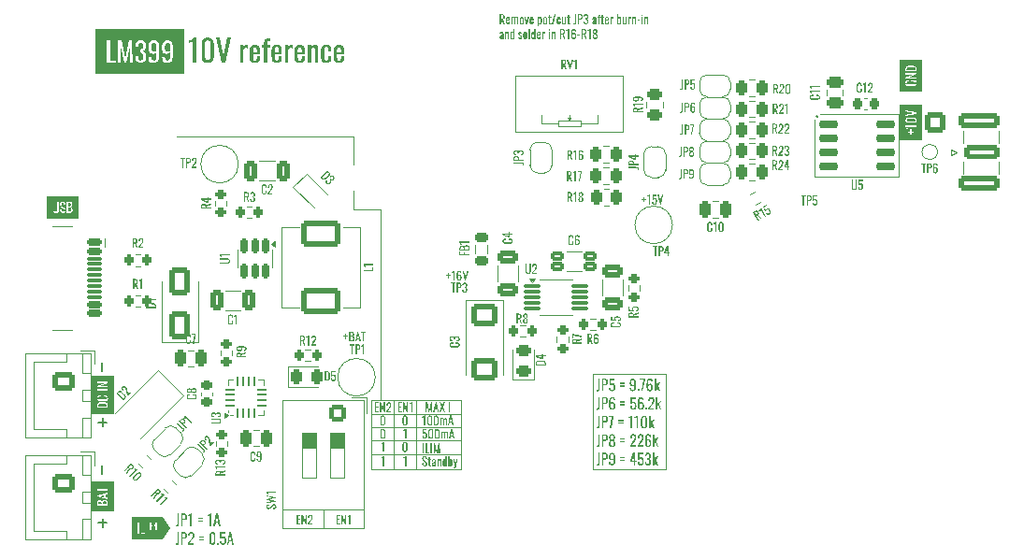
<source format=gbr>
%TF.GenerationSoftware,KiCad,Pcbnew,9.0.2*%
%TF.CreationDate,2025-08-30T01:58:34+06:00*%
%TF.ProjectId,lm399,6c6d3339-392e-46b6-9963-61645f706362,rev?*%
%TF.SameCoordinates,Original*%
%TF.FileFunction,Legend,Top*%
%TF.FilePolarity,Positive*%
%FSLAX46Y46*%
G04 Gerber Fmt 4.6, Leading zero omitted, Abs format (unit mm)*
G04 Created by KiCad (PCBNEW 9.0.2) date 2025-08-30 01:58:34*
%MOMM*%
%LPD*%
G01*
G04 APERTURE LIST*
G04 Aperture macros list*
%AMRoundRect*
0 Rectangle with rounded corners*
0 $1 Rounding radius*
0 $2 $3 $4 $5 $6 $7 $8 $9 X,Y pos of 4 corners*
0 Add a 4 corners polygon primitive as box body*
4,1,4,$2,$3,$4,$5,$6,$7,$8,$9,$2,$3,0*
0 Add four circle primitives for the rounded corners*
1,1,$1+$1,$2,$3*
1,1,$1+$1,$4,$5*
1,1,$1+$1,$6,$7*
1,1,$1+$1,$8,$9*
0 Add four rect primitives between the rounded corners*
20,1,$1+$1,$2,$3,$4,$5,0*
20,1,$1+$1,$4,$5,$6,$7,0*
20,1,$1+$1,$6,$7,$8,$9,0*
20,1,$1+$1,$8,$9,$2,$3,0*%
%AMFreePoly0*
4,1,23,0.500000,-0.750000,0.000000,-0.750000,0.000000,-0.745722,-0.065263,-0.745722,-0.191342,-0.711940,-0.304381,-0.646677,-0.396677,-0.554381,-0.461940,-0.441342,-0.495722,-0.315263,-0.495722,-0.250000,-0.500000,-0.250000,-0.500000,0.250000,-0.495722,0.250000,-0.495722,0.315263,-0.461940,0.441342,-0.396677,0.554381,-0.304381,0.646677,-0.191342,0.711940,-0.065263,0.745722,0.000000,0.745722,
0.000000,0.750000,0.500000,0.750000,0.500000,-0.750000,0.500000,-0.750000,$1*%
%AMFreePoly1*
4,1,23,0.000000,0.745722,0.065263,0.745722,0.191342,0.711940,0.304381,0.646677,0.396677,0.554381,0.461940,0.441342,0.495722,0.315263,0.495722,0.250000,0.500000,0.250000,0.500000,-0.250000,0.495722,-0.250000,0.495722,-0.315263,0.461940,-0.441342,0.396677,-0.554381,0.304381,-0.646677,0.191342,-0.711940,0.065263,-0.745722,0.000000,-0.745722,0.000000,-0.750000,-0.500000,-0.750000,
-0.500000,0.750000,0.000000,0.750000,0.000000,0.745722,0.000000,0.745722,$1*%
G04 Aperture macros list end*
%ADD10C,0.100000*%
%ADD11C,0.150000*%
%ADD12C,0.120000*%
%ADD13C,0.250000*%
%ADD14C,0.000000*%
%ADD15C,0.200000*%
%ADD16RoundRect,0.243750X0.456250X-0.243750X0.456250X0.243750X-0.456250X0.243750X-0.456250X-0.243750X0*%
%ADD17C,1.800000*%
%ADD18RoundRect,0.250000X0.650000X-0.325000X0.650000X0.325000X-0.650000X0.325000X-0.650000X-0.325000X0*%
%ADD19RoundRect,0.250000X-0.945000X0.785000X-0.945000X-0.785000X0.945000X-0.785000X0.945000X0.785000X0*%
%ADD20RoundRect,0.250000X-0.262500X-0.450000X0.262500X-0.450000X0.262500X0.450000X-0.262500X0.450000X0*%
%ADD21RoundRect,0.200000X-0.275000X0.200000X-0.275000X-0.200000X0.275000X-0.200000X0.275000X0.200000X0*%
%ADD22RoundRect,0.062500X0.062500X-0.375000X0.062500X0.375000X-0.062500X0.375000X-0.062500X-0.375000X0*%
%ADD23RoundRect,0.062500X0.375000X-0.062500X0.375000X0.062500X-0.375000X0.062500X-0.375000X-0.062500X0*%
%ADD24R,1.600000X1.600000*%
%ADD25FreePoly0,180.000000*%
%ADD26FreePoly1,180.000000*%
%ADD27RoundRect,0.200000X-0.335876X-0.053033X-0.053033X-0.335876X0.335876X0.053033X0.053033X0.335876X0*%
%ADD28FreePoly0,0.000000*%
%ADD29FreePoly1,0.000000*%
%ADD30RoundRect,0.200000X0.275000X-0.200000X0.275000X0.200000X-0.275000X0.200000X-0.275000X-0.200000X0*%
%ADD31RoundRect,0.250000X0.247487X1.166726X-1.166726X-0.247487X-0.247487X-1.166726X1.166726X0.247487X0*%
%ADD32RoundRect,0.250000X1.500000X-0.925000X1.500000X0.925000X-1.500000X0.925000X-1.500000X-0.925000X0*%
%ADD33RoundRect,0.218750X-0.381250X0.218750X-0.381250X-0.218750X0.381250X-0.218750X0.381250X0.218750X0*%
%ADD34RoundRect,0.200000X0.041601X0.337482X-0.308247X0.143558X-0.041601X-0.337482X0.308247X-0.143558X0*%
%ADD35C,3.200000*%
%ADD36FreePoly0,270.000000*%
%ADD37FreePoly1,270.000000*%
%ADD38RoundRect,0.250000X0.325000X0.650000X-0.325000X0.650000X-0.325000X-0.650000X0.325000X-0.650000X0*%
%ADD39RoundRect,0.200000X0.335876X0.053033X0.053033X0.335876X-0.335876X-0.053033X-0.053033X-0.335876X0*%
%ADD40C,1.000000*%
%ADD41O,1.200000X1.600000*%
%ADD42C,1.200000*%
%ADD43FreePoly0,90.000000*%
%ADD44FreePoly1,90.000000*%
%ADD45RoundRect,0.250000X0.262500X0.450000X-0.262500X0.450000X-0.262500X-0.450000X0.262500X-0.450000X0*%
%ADD46FreePoly0,45.000000*%
%ADD47FreePoly1,45.000000*%
%ADD48RoundRect,0.075000X-0.650000X-0.075000X0.650000X-0.075000X0.650000X0.075000X-0.650000X0.075000X0*%
%ADD49R,1.680000X1.880000*%
%ADD50C,2.200000*%
%ADD51RoundRect,0.225000X-0.225000X-0.250000X0.225000X-0.250000X0.225000X0.250000X-0.225000X0.250000X0*%
%ADD52RoundRect,0.250000X1.350000X-0.385000X1.350000X0.385000X-1.350000X0.385000X-1.350000X-0.385000X0*%
%ADD53RoundRect,0.250000X1.600000X-0.425000X1.600000X0.425000X-1.600000X0.425000X-1.600000X-0.425000X0*%
%ADD54C,0.650000*%
%ADD55RoundRect,0.150000X-0.500000X0.150000X-0.500000X-0.150000X0.500000X-0.150000X0.500000X0.150000X0*%
%ADD56RoundRect,0.075000X-0.575000X0.075000X-0.575000X-0.075000X0.575000X-0.075000X0.575000X0.075000X0*%
%ADD57O,2.100000X1.000000*%
%ADD58O,1.600000X1.000000*%
%ADD59RoundRect,0.200000X0.200000X0.275000X-0.200000X0.275000X-0.200000X-0.275000X0.200000X-0.275000X0*%
%ADD60RoundRect,0.225000X-0.250000X0.225000X-0.250000X-0.225000X0.250000X-0.225000X0.250000X0.225000X0*%
%ADD61RoundRect,0.200000X-0.035705X-0.338157X0.310705X-0.138157X0.035705X0.338157X-0.310705X0.138157X0*%
%ADD62RoundRect,0.250000X0.675000X-0.675000X0.675000X0.675000X-0.675000X0.675000X-0.675000X-0.675000X0*%
%ADD63C,1.850000*%
%ADD64RoundRect,0.250000X0.475000X-0.250000X0.475000X0.250000X-0.475000X0.250000X-0.475000X-0.250000X0*%
%ADD65RoundRect,0.150000X-0.150000X0.512500X-0.150000X-0.512500X0.150000X-0.512500X0.150000X0.512500X0*%
%ADD66RoundRect,0.200000X-0.200000X-0.275000X0.200000X-0.275000X0.200000X0.275000X-0.200000X0.275000X0*%
%ADD67RoundRect,0.250000X-0.550000X0.550000X-0.550000X-0.550000X0.550000X-0.550000X0.550000X0.550000X0*%
%ADD68C,1.600000*%
%ADD69RoundRect,0.150000X-0.725000X-0.150000X0.725000X-0.150000X0.725000X0.150000X-0.725000X0.150000X0*%
%ADD70C,1.440000*%
%ADD71RoundRect,0.243750X-0.243750X-0.456250X0.243750X-0.456250X0.243750X0.456250X-0.243750X0.456250X0*%
%ADD72RoundRect,0.250000X-0.750000X0.600000X-0.750000X-0.600000X0.750000X-0.600000X0.750000X0.600000X0*%
%ADD73O,2.000000X1.700000*%
%ADD74RoundRect,0.250000X0.650000X-1.000000X0.650000X1.000000X-0.650000X1.000000X-0.650000X-1.000000X0*%
%ADD75RoundRect,0.250000X-0.250000X-0.475000X0.250000X-0.475000X0.250000X0.475000X-0.250000X0.475000X0*%
%ADD76RoundRect,0.250000X0.250000X0.475000X-0.250000X0.475000X-0.250000X-0.475000X0.250000X-0.475000X0*%
%ADD77RoundRect,0.250000X-0.450000X0.262500X-0.450000X-0.262500X0.450000X-0.262500X0.450000X0.262500X0*%
%ADD78RoundRect,0.112500X-0.212132X0.053033X0.053033X-0.212132X0.212132X-0.053033X-0.053033X0.212132X0*%
%ADD79RoundRect,0.173913X0.401087X0.226087X-0.401087X0.226087X-0.401087X-0.226087X0.401087X-0.226087X0*%
G04 APERTURE END LIST*
D10*
X69200000Y-56850000D02*
X69200000Y-58550000D01*
X72900000Y-75850000D02*
X72900000Y-82050000D01*
X70800000Y-77050000D02*
X79000000Y-77050000D01*
X79000000Y-82050000D01*
X70800000Y-82050000D01*
X70800000Y-77050000D01*
X69200000Y-51950000D02*
X69200000Y-54450000D01*
X62797500Y-85742500D02*
X70177500Y-85742500D01*
X70177500Y-87450000D01*
X62797500Y-87450000D01*
X62797500Y-85742500D01*
X74900000Y-75850000D02*
X74900000Y-82050000D01*
X69200000Y-58550000D02*
X71700000Y-58550000D01*
X53200000Y-51950000D02*
X69200000Y-51950000D01*
X70800000Y-78250000D02*
X79000000Y-78250000D01*
X70800000Y-79450000D02*
X79000000Y-79450000D01*
X71700000Y-58550000D02*
X71700000Y-75850000D01*
X66487500Y-85742500D02*
X66487500Y-87450000D01*
X70800000Y-80750000D02*
X79000000Y-80750000D01*
X90900000Y-73450000D02*
X97500000Y-73450000D01*
X97500000Y-82050000D01*
X90900000Y-82050000D01*
X90900000Y-73450000D01*
X70800000Y-75850000D02*
X79000000Y-75850000D01*
X79000000Y-77050000D01*
X70800000Y-77050000D01*
X70800000Y-75850000D01*
D11*
X46488866Y-82513220D02*
X46488866Y-81751316D01*
X46488866Y-73213220D02*
X46488866Y-72451316D01*
D12*
G36*
X68484794Y-70094000D02*
G01*
X68327990Y-70094000D01*
X68327990Y-70003288D01*
X68484794Y-70003288D01*
X68484794Y-69820741D01*
X68574382Y-69820741D01*
X68574382Y-70003288D01*
X68736803Y-70003288D01*
X68736803Y-70094000D01*
X68574382Y-70094000D01*
X68574382Y-70276547D01*
X68484794Y-70276547D01*
X68484794Y-70094000D01*
G37*
G36*
X69105633Y-69610915D02*
G01*
X69155375Y-69622223D01*
X69194748Y-69639511D01*
X69225680Y-69662227D01*
X69250307Y-69691642D01*
X69268769Y-69728841D01*
X69280730Y-69775589D01*
X69285080Y-69834174D01*
X69280525Y-69893720D01*
X69268256Y-69938949D01*
X69249694Y-69972960D01*
X69225251Y-69998076D01*
X69194274Y-70015605D01*
X69155143Y-70025660D01*
X69205837Y-70043393D01*
X69244262Y-70068614D01*
X69272721Y-70101278D01*
X69292258Y-70140725D01*
X69305022Y-70191150D01*
X69309699Y-70255297D01*
X69305582Y-70316684D01*
X69294082Y-70367781D01*
X69276102Y-70410321D01*
X69252009Y-70445709D01*
X69220942Y-70474502D01*
X69182528Y-70495657D01*
X69135186Y-70509144D01*
X69076741Y-70514000D01*
X68834794Y-70514000D01*
X68834794Y-70423288D01*
X68961360Y-70423288D01*
X69046503Y-70423288D01*
X69098803Y-70418408D01*
X69133258Y-70405946D01*
X69151642Y-70392410D01*
X69165926Y-70374897D01*
X69176392Y-70352750D01*
X69185251Y-70313566D01*
X69188750Y-70255297D01*
X69184076Y-70197968D01*
X69171620Y-70155656D01*
X69152896Y-70124823D01*
X69133569Y-70106930D01*
X69108668Y-70093551D01*
X69076879Y-70084864D01*
X69036441Y-70081690D01*
X68961360Y-70081690D01*
X68961360Y-70423288D01*
X68834794Y-70423288D01*
X68834794Y-69985360D01*
X68961360Y-69985360D01*
X69036441Y-69985360D01*
X69087622Y-69980730D01*
X69122277Y-69968779D01*
X69145031Y-69951215D01*
X69160457Y-69926366D01*
X69171157Y-69888901D01*
X69175317Y-69834174D01*
X69172803Y-69793938D01*
X69166256Y-69765171D01*
X69156803Y-69745123D01*
X69142638Y-69728556D01*
X69124446Y-69716484D01*
X69101360Y-69708731D01*
X69059945Y-69703172D01*
X68991598Y-69700866D01*
X68961360Y-69700866D01*
X68961360Y-69985360D01*
X68834794Y-69985360D01*
X68834794Y-69606784D01*
X69043133Y-69606784D01*
X69105633Y-69610915D01*
G37*
G36*
X69880202Y-70514000D02*
G01*
X69760376Y-70514000D01*
X69718904Y-70285535D01*
X69534110Y-70285535D01*
X69490439Y-70514000D01*
X69371737Y-70514000D01*
X69439501Y-70194823D01*
X69550914Y-70194823D01*
X69702100Y-70194823D01*
X69625945Y-69786009D01*
X69550914Y-70194823D01*
X69439501Y-70194823D01*
X69564347Y-69606784D01*
X69686420Y-69606784D01*
X69880202Y-70514000D01*
G37*
G36*
X70035736Y-69700866D02*
G01*
X69882302Y-69700866D01*
X69882302Y-69606784D01*
X70311242Y-69606784D01*
X70311242Y-69700866D01*
X70162302Y-69700866D01*
X70162302Y-70514000D01*
X70035736Y-70514000D01*
X70035736Y-69700866D01*
G37*
G36*
X75672184Y-79322939D02*
G01*
X75613438Y-79318066D01*
X75567405Y-79304723D01*
X75531432Y-79284096D01*
X75503607Y-79256309D01*
X75482852Y-79222281D01*
X75466914Y-79179492D01*
X75456466Y-79126057D01*
X75452658Y-79059743D01*
X75572484Y-79059743D01*
X75575140Y-79110418D01*
X75582352Y-79150490D01*
X75593196Y-79181864D01*
X75605788Y-79201672D01*
X75622802Y-79215699D01*
X75645114Y-79224555D01*
X75674382Y-79227782D01*
X75703785Y-79224456D01*
X75725980Y-79215349D01*
X75742721Y-79200915D01*
X75760630Y-79170771D01*
X75771297Y-79129792D01*
X75775713Y-79081808D01*
X75777452Y-79011578D01*
X75775395Y-78946702D01*
X75770174Y-78902401D01*
X75758683Y-78865089D01*
X75741011Y-78839680D01*
X75725089Y-78828090D01*
X75703807Y-78820607D01*
X75675505Y-78817845D01*
X75642819Y-78823201D01*
X75614494Y-78839143D01*
X75591482Y-78863074D01*
X75574731Y-78892876D01*
X75472784Y-78892876D01*
X75472784Y-78406784D01*
X75863670Y-78406784D01*
X75863670Y-78526658D01*
X75581423Y-78526658D01*
X75573607Y-78777496D01*
X75599198Y-78755903D01*
X75628967Y-78740299D01*
X75663735Y-78730564D01*
X75704619Y-78727133D01*
X75755687Y-78732140D01*
X75796027Y-78745995D01*
X75827979Y-78767877D01*
X75853021Y-78798256D01*
X75871110Y-78834079D01*
X75884981Y-78877909D01*
X75894014Y-78931266D01*
X75897278Y-78995898D01*
X75893528Y-79075146D01*
X75883179Y-79140296D01*
X75867361Y-79193517D01*
X75846866Y-79236721D01*
X75824405Y-79267076D01*
X75796682Y-79290626D01*
X75762969Y-79307961D01*
X75722023Y-79318987D01*
X75672184Y-79322939D01*
G37*
G36*
X76278932Y-78403948D02*
G01*
X76324354Y-78417845D01*
X76361451Y-78439825D01*
X76391674Y-78470092D01*
X76414772Y-78506657D01*
X76432073Y-78550451D01*
X76443153Y-78602855D01*
X76447117Y-78665535D01*
X76447117Y-79056421D01*
X76443147Y-79118401D01*
X76432005Y-79170642D01*
X76414527Y-79214701D01*
X76391088Y-79251864D01*
X76360540Y-79282715D01*
X76323379Y-79305016D01*
X76278232Y-79319050D01*
X76223098Y-79324062D01*
X76168040Y-79319028D01*
X76122806Y-79304909D01*
X76085430Y-79282430D01*
X76054570Y-79251278D01*
X76030831Y-79213806D01*
X76013192Y-79169697D01*
X76001986Y-79117729D01*
X75998004Y-79056421D01*
X75998004Y-78665535D01*
X75998075Y-78664411D01*
X76118953Y-78664411D01*
X76118953Y-79057496D01*
X76123041Y-79117484D01*
X76133712Y-79160201D01*
X76149215Y-79189831D01*
X76168814Y-79209586D01*
X76192938Y-79221385D01*
X76223098Y-79225535D01*
X76252869Y-79221409D01*
X76276716Y-79209663D01*
X76296126Y-79189960D01*
X76311505Y-79160352D01*
X76322105Y-79117599D01*
X76326168Y-79057496D01*
X76326168Y-78664411D01*
X76323351Y-78613017D01*
X76315738Y-78572849D01*
X76304333Y-78541801D01*
X76286020Y-78516961D01*
X76259870Y-78501909D01*
X76223098Y-78496421D01*
X76186328Y-78501894D01*
X76159975Y-78516942D01*
X76141325Y-78541801D01*
X76129630Y-78572885D01*
X76121835Y-78613052D01*
X76118953Y-78664411D01*
X75998075Y-78664411D01*
X76001968Y-78602855D01*
X76013048Y-78550451D01*
X76030349Y-78506657D01*
X76053447Y-78470092D01*
X76083667Y-78439877D01*
X76120912Y-78417892D01*
X76166675Y-78403966D01*
X76223098Y-78398968D01*
X76278932Y-78403948D01*
G37*
G36*
X76857299Y-78403948D02*
G01*
X76902721Y-78417845D01*
X76939818Y-78439825D01*
X76970041Y-78470092D01*
X76993139Y-78506657D01*
X77010440Y-78550451D01*
X77021520Y-78602855D01*
X77025484Y-78665535D01*
X77025484Y-79056421D01*
X77021514Y-79118401D01*
X77010372Y-79170642D01*
X76992894Y-79214701D01*
X76969455Y-79251864D01*
X76938908Y-79282715D01*
X76901746Y-79305016D01*
X76856599Y-79319050D01*
X76801465Y-79324062D01*
X76746407Y-79319028D01*
X76701174Y-79304909D01*
X76663798Y-79282430D01*
X76632937Y-79251278D01*
X76609198Y-79213806D01*
X76591559Y-79169697D01*
X76580353Y-79117729D01*
X76576371Y-79056421D01*
X76576371Y-78665535D01*
X76576442Y-78664411D01*
X76697320Y-78664411D01*
X76697320Y-79057496D01*
X76701408Y-79117484D01*
X76712080Y-79160201D01*
X76727582Y-79189831D01*
X76747181Y-79209586D01*
X76771305Y-79221385D01*
X76801465Y-79225535D01*
X76831236Y-79221409D01*
X76855083Y-79209663D01*
X76874493Y-79189960D01*
X76889872Y-79160352D01*
X76900472Y-79117599D01*
X76904535Y-79057496D01*
X76904535Y-78664411D01*
X76901718Y-78613017D01*
X76894105Y-78572849D01*
X76882700Y-78541801D01*
X76864387Y-78516961D01*
X76838237Y-78501909D01*
X76801465Y-78496421D01*
X76764695Y-78501894D01*
X76738343Y-78516942D01*
X76719692Y-78541801D01*
X76707997Y-78572885D01*
X76700202Y-78613052D01*
X76697320Y-78664411D01*
X76576442Y-78664411D01*
X76580335Y-78602855D01*
X76591415Y-78550451D01*
X76608716Y-78506657D01*
X76631814Y-78470092D01*
X76662034Y-78439877D01*
X76699279Y-78417892D01*
X76745042Y-78403966D01*
X76801465Y-78398968D01*
X76857299Y-78403948D01*
G37*
G36*
X77150244Y-78666658D02*
G01*
X77261130Y-78666658D01*
X77261130Y-78728256D01*
X77295689Y-78696341D01*
X77332254Y-78673937D01*
X77371904Y-78660044D01*
X77413440Y-78655423D01*
X77451934Y-78660788D01*
X77481029Y-78675730D01*
X77503091Y-78700373D01*
X77518709Y-78737196D01*
X77555314Y-78700334D01*
X77593899Y-78675234D01*
X77635113Y-78660425D01*
X77680006Y-78655423D01*
X77711925Y-78659635D01*
X77738958Y-78671835D01*
X77762316Y-78692401D01*
X77779003Y-78718982D01*
X77790097Y-78755639D01*
X77794263Y-78805535D01*
X77794263Y-79314000D01*
X77684501Y-79314000D01*
X77684501Y-78813351D01*
X77680160Y-78772618D01*
X77669944Y-78751215D01*
X77652766Y-78738372D01*
X77628471Y-78733825D01*
X77603958Y-78737147D01*
X77576936Y-78747845D01*
X77551479Y-78764265D01*
X77527697Y-78786484D01*
X77527697Y-78805535D01*
X77527697Y-79314000D01*
X77417934Y-79314000D01*
X77417934Y-78813351D01*
X77413594Y-78772618D01*
X77403377Y-78751215D01*
X77386206Y-78738370D01*
X77361953Y-78733825D01*
X77338383Y-78737106D01*
X77311493Y-78747845D01*
X77285835Y-78764210D01*
X77261130Y-78786484D01*
X77261130Y-79314000D01*
X77150244Y-79314000D01*
X77150244Y-78666658D01*
G37*
G36*
X78380788Y-79314000D02*
G01*
X78260963Y-79314000D01*
X78219490Y-79085535D01*
X78034696Y-79085535D01*
X77991025Y-79314000D01*
X77872323Y-79314000D01*
X77940087Y-78994823D01*
X78051500Y-78994823D01*
X78202686Y-78994823D01*
X78126531Y-78586009D01*
X78051500Y-78994823D01*
X77940087Y-78994823D01*
X78064933Y-78406784D01*
X78187006Y-78406784D01*
X78380788Y-79314000D01*
G37*
G36*
X73270537Y-76006784D02*
G01*
X73622247Y-76006784D01*
X73622247Y-76100866D01*
X73397103Y-76100866D01*
X73397103Y-76401041D01*
X73579699Y-76401041D01*
X73579699Y-76490629D01*
X73397103Y-76490629D01*
X73397103Y-76823288D01*
X73624494Y-76823288D01*
X73624494Y-76914000D01*
X73270537Y-76914000D01*
X73270537Y-76006784D01*
G37*
G36*
X73726196Y-76006784D02*
G01*
X73812463Y-76006784D01*
X74070041Y-76609380D01*
X74070041Y-76006784D01*
X74175359Y-76006784D01*
X74175359Y-76914000D01*
X74094710Y-76914000D01*
X73833761Y-76294648D01*
X73833761Y-76914000D01*
X73726196Y-76914000D01*
X73726196Y-76006784D01*
G37*
G36*
X74438066Y-76163588D02*
G01*
X74429081Y-76166951D01*
X74370265Y-76179268D01*
X74280139Y-76196072D01*
X74280139Y-76105360D01*
X74349469Y-76084691D01*
X74401667Y-76060976D01*
X74440013Y-76034922D01*
X74467180Y-76006784D01*
X74557892Y-76006784D01*
X74557892Y-76914000D01*
X74438066Y-76914000D01*
X74438066Y-76163588D01*
G37*
G36*
X75684494Y-81824062D02*
G01*
X75628073Y-81819169D01*
X75581397Y-81805430D01*
X75542585Y-81783603D01*
X75510300Y-81753525D01*
X75484819Y-81716973D01*
X75464955Y-81673371D01*
X75450999Y-81621469D01*
X75443670Y-81559743D01*
X75555680Y-81529505D01*
X75562559Y-81587334D01*
X75574221Y-81633747D01*
X75589825Y-81670678D01*
X75606503Y-81694234D01*
X75627239Y-81710668D01*
X75652766Y-81720805D01*
X75684494Y-81724411D01*
X75716201Y-81721010D01*
X75740427Y-81711683D01*
X75758939Y-81696958D01*
X75772362Y-81677187D01*
X75780987Y-81651453D01*
X75784145Y-81618019D01*
X75781288Y-81581304D01*
X75773270Y-81550685D01*
X75760600Y-81525060D01*
X75732282Y-81488520D01*
X75685617Y-81443288D01*
X75533258Y-81308856D01*
X75492879Y-81266019D01*
X75466629Y-81222101D01*
X75455550Y-81190429D01*
X75448452Y-81152874D01*
X75445917Y-81108382D01*
X75449892Y-81058918D01*
X75461067Y-81017610D01*
X75478781Y-80982966D01*
X75503021Y-80953874D01*
X75533078Y-80930533D01*
X75568321Y-80913483D01*
X75609757Y-80902763D01*
X75658702Y-80898968D01*
X75712489Y-80903060D01*
X75756315Y-80914422D01*
X75792035Y-80932161D01*
X75821074Y-80956072D01*
X75844133Y-80985840D01*
X75863200Y-81024022D01*
X75877849Y-81072378D01*
X75887215Y-81133050D01*
X75779699Y-81162164D01*
X75773075Y-81109415D01*
X75762486Y-81069387D01*
X75748876Y-81039554D01*
X75728610Y-81016317D01*
X75699610Y-81001794D01*
X75658702Y-80996421D01*
X75627559Y-80999547D01*
X75603457Y-81008133D01*
X75584794Y-81021627D01*
X75571060Y-81040000D01*
X75562273Y-81064218D01*
X75559050Y-81096072D01*
X75562653Y-81134404D01*
X75572484Y-81163874D01*
X75589668Y-81190193D01*
X75618401Y-81219268D01*
X75771835Y-81353699D01*
X75825810Y-81409336D01*
X75866454Y-81467907D01*
X75885857Y-81510218D01*
X75897699Y-81556593D01*
X75901772Y-81607907D01*
X75897655Y-81657112D01*
X75885967Y-81699005D01*
X75867229Y-81734920D01*
X75841297Y-81765835D01*
X75809416Y-81790933D01*
X75773250Y-81808984D01*
X75731976Y-81820158D01*
X75684494Y-81824062D01*
G37*
G36*
X76162086Y-81822939D02*
G01*
X76117705Y-81818283D01*
X76083926Y-81805554D01*
X76058232Y-81785544D01*
X76039197Y-81757558D01*
X76026728Y-81719542D01*
X76022086Y-81668382D01*
X76022086Y-81246184D01*
X75953747Y-81246184D01*
X75953747Y-81166658D01*
X76022086Y-81166658D01*
X76022086Y-80977370D01*
X76141912Y-80977370D01*
X76141912Y-81166658D01*
X76246106Y-81166658D01*
X76246106Y-81246184D01*
X76141912Y-81246184D01*
X76141912Y-81660566D01*
X76145574Y-81696314D01*
X76154221Y-81715423D01*
X76170419Y-81726566D01*
X76201311Y-81731103D01*
X76244982Y-81727782D01*
X76244982Y-81816247D01*
X76200917Y-81821341D01*
X76162086Y-81822939D01*
G37*
G36*
X76565592Y-81161394D02*
G01*
X76602362Y-81171616D01*
X76631359Y-81187427D01*
X76654040Y-81208668D01*
X76671141Y-81234857D01*
X76684271Y-81268137D01*
X76692896Y-81310095D01*
X76696050Y-81362639D01*
X76696050Y-81658319D01*
X76698745Y-81732213D01*
X76707236Y-81814000D01*
X76597473Y-81814000D01*
X76581793Y-81718794D01*
X76563395Y-81759194D01*
X76535289Y-81792702D01*
X76511712Y-81809247D01*
X76483929Y-81819381D01*
X76450781Y-81822939D01*
X76415570Y-81817610D01*
X76384103Y-81801690D01*
X76357818Y-81777232D01*
X76337648Y-81745709D01*
X76325032Y-81710080D01*
X76320844Y-81672876D01*
X76323802Y-81635898D01*
X76440669Y-81635898D01*
X76444733Y-81673368D01*
X76455226Y-81698082D01*
X76472963Y-81714360D01*
X76497822Y-81719917D01*
X76520416Y-81715548D01*
X76543691Y-81701452D01*
X76563880Y-81682455D01*
X76576224Y-81666184D01*
X76576224Y-81482464D01*
X76501730Y-81528968D01*
X76477494Y-81550254D01*
X76458011Y-81574348D01*
X76445162Y-81602055D01*
X76440669Y-81635898D01*
X76323802Y-81635898D01*
X76324833Y-81623012D01*
X76335929Y-81582354D01*
X76353328Y-81549143D01*
X76377023Y-81519517D01*
X76404532Y-81494410D01*
X76436175Y-81473525D01*
X76491949Y-81445605D01*
X76576224Y-81409680D01*
X76576224Y-81363762D01*
X76572305Y-81304771D01*
X76563328Y-81273588D01*
X76552410Y-81259455D01*
X76535791Y-81250586D01*
X76511256Y-81247258D01*
X76487008Y-81250816D01*
X76468952Y-81260720D01*
X76455498Y-81277209D01*
X76446419Y-81302250D01*
X76442916Y-81339143D01*
X76442916Y-81371578D01*
X76324214Y-81367133D01*
X76328806Y-81312476D01*
X76339136Y-81269184D01*
X76354200Y-81235154D01*
X76373503Y-81208668D01*
X76398503Y-81187484D01*
X76430041Y-81171639D01*
X76469590Y-81161393D01*
X76519071Y-81157670D01*
X76565592Y-81161394D01*
G37*
G36*
X76811039Y-81166658D02*
G01*
X76930865Y-81166658D01*
X76930865Y-81230503D01*
X76972170Y-81196940D01*
X77011829Y-81174592D01*
X77050450Y-81161827D01*
X77088792Y-81157670D01*
X77121736Y-81162272D01*
X77146007Y-81174970D01*
X77163824Y-81195772D01*
X77175902Y-81222036D01*
X77183535Y-81253067D01*
X77186245Y-81289854D01*
X77186245Y-81814000D01*
X77066420Y-81814000D01*
X77066420Y-81324537D01*
X77063178Y-81290346D01*
X77055184Y-81269680D01*
X77040398Y-81256639D01*
X77014884Y-81251752D01*
X76992139Y-81255422D01*
X76964675Y-81267853D01*
X76930865Y-81292101D01*
X76930865Y-81814000D01*
X76811039Y-81814000D01*
X76811039Y-81166658D01*
G37*
G36*
X77676734Y-81814000D02*
G01*
X77556908Y-81814000D01*
X77556908Y-81772576D01*
X77523113Y-81801419D01*
X77488752Y-81817632D01*
X77452714Y-81822939D01*
X77411863Y-81818768D01*
X77378706Y-81807072D01*
X77351593Y-81788315D01*
X77329518Y-81761927D01*
X77314291Y-81731480D01*
X77301957Y-81689693D01*
X77293515Y-81633587D01*
X77290341Y-81559743D01*
X77290341Y-81434300D01*
X77292780Y-81387258D01*
X77410167Y-81387258D01*
X77410167Y-81569854D01*
X77414409Y-81643394D01*
X77424724Y-81688556D01*
X77437852Y-81711148D01*
X77456664Y-81724206D01*
X77483000Y-81728856D01*
X77518265Y-81723067D01*
X77556908Y-81704237D01*
X77556908Y-81279743D01*
X77528261Y-81263370D01*
X77503148Y-81254499D01*
X77480753Y-81251752D01*
X77457760Y-81256088D01*
X77439520Y-81268842D01*
X77424855Y-81291828D01*
X77414353Y-81329299D01*
X77410167Y-81387258D01*
X77292780Y-81387258D01*
X77294790Y-81348489D01*
X77306740Y-81282174D01*
X77324487Y-81231627D01*
X77345097Y-81199293D01*
X77371866Y-81176725D01*
X77405890Y-81162708D01*
X77449392Y-81157670D01*
X77485522Y-81162911D01*
X77520997Y-81179092D01*
X77556908Y-81208082D01*
X77556908Y-80906784D01*
X77676734Y-80906784D01*
X77676734Y-81814000D01*
G37*
G36*
X77919462Y-81218145D02*
G01*
X77947974Y-81190789D01*
X77977470Y-81172220D01*
X78008416Y-81161325D01*
X78041535Y-81157670D01*
X78083672Y-81162806D01*
X78116061Y-81177045D01*
X78141062Y-81200035D01*
X78159699Y-81233288D01*
X78175947Y-81284452D01*
X78185955Y-81340051D01*
X78189399Y-81400741D01*
X78189399Y-81557496D01*
X78184657Y-81640983D01*
X78172061Y-81703428D01*
X78153557Y-81749230D01*
X78130296Y-81782035D01*
X78102485Y-81804527D01*
X78069345Y-81818155D01*
X78029225Y-81822939D01*
X77992660Y-81817211D01*
X77956484Y-81799373D01*
X77919462Y-81766958D01*
X77919462Y-81814000D01*
X77799637Y-81814000D01*
X77799637Y-81284237D01*
X77919462Y-81284237D01*
X77919462Y-81699743D01*
X77945363Y-81715920D01*
X77973503Y-81725570D01*
X78004605Y-81728856D01*
X78029082Y-81724125D01*
X78046261Y-81710713D01*
X78057801Y-81686896D01*
X78066083Y-81639214D01*
X78069574Y-81557496D01*
X78069574Y-81400741D01*
X78065686Y-81333258D01*
X78056092Y-81290392D01*
X78043778Y-81268789D01*
X78025745Y-81256246D01*
X78000111Y-81251752D01*
X77974986Y-81255031D01*
X77948357Y-81265401D01*
X77919462Y-81284237D01*
X77799637Y-81284237D01*
X77799637Y-80906784D01*
X77919462Y-80906784D01*
X77919462Y-81218145D01*
G37*
G36*
X78287536Y-81884537D02*
G01*
X78349441Y-81881402D01*
X78379909Y-81874474D01*
X78394006Y-81865684D01*
X78402200Y-81853384D01*
X78405115Y-81836421D01*
X78401524Y-81812739D01*
X78380495Y-81717670D01*
X78250558Y-81166658D01*
X78371507Y-81166658D01*
X78458897Y-81650503D01*
X78542868Y-81166658D01*
X78663866Y-81166658D01*
X78509309Y-81849854D01*
X78494288Y-81892446D01*
X78472293Y-81924221D01*
X78443217Y-81947258D01*
X78408305Y-81962467D01*
X78362219Y-81972636D01*
X78302093Y-81976421D01*
X78287536Y-81976421D01*
X78287536Y-81884537D01*
G37*
D11*
X46136779Y-86938866D02*
X46898684Y-86938866D01*
X46517731Y-87319819D02*
X46517731Y-86557914D01*
D12*
G36*
X75477278Y-79706784D02*
G01*
X75601598Y-79706784D01*
X75601598Y-80614000D01*
X75477278Y-80614000D01*
X75477278Y-79706784D01*
G37*
G36*
X75747997Y-79706784D02*
G01*
X75874563Y-79706784D01*
X75874563Y-80523288D01*
X76106399Y-80523288D01*
X76106399Y-80614000D01*
X75747997Y-80614000D01*
X75747997Y-79706784D01*
G37*
G36*
X76198674Y-79706784D02*
G01*
X76322993Y-79706784D01*
X76322993Y-80614000D01*
X76198674Y-80614000D01*
X76198674Y-79706784D01*
G37*
G36*
X76483998Y-79706784D02*
G01*
X76608318Y-79706784D01*
X76768443Y-80442639D01*
X76929741Y-79706784D01*
X77052937Y-79706784D01*
X77069741Y-80614000D01*
X76967794Y-80614000D01*
X76957732Y-79955423D01*
X76804298Y-80614000D01*
X76732637Y-80614000D01*
X76580279Y-79955423D01*
X76570216Y-80614000D01*
X76467194Y-80614000D01*
X76483998Y-79706784D01*
G37*
G36*
X67670537Y-86206784D02*
G01*
X68022247Y-86206784D01*
X68022247Y-86300866D01*
X67797103Y-86300866D01*
X67797103Y-86601041D01*
X67979699Y-86601041D01*
X67979699Y-86690629D01*
X67797103Y-86690629D01*
X67797103Y-87023288D01*
X68024494Y-87023288D01*
X68024494Y-87114000D01*
X67670537Y-87114000D01*
X67670537Y-86206784D01*
G37*
G36*
X68126196Y-86206784D02*
G01*
X68212463Y-86206784D01*
X68470041Y-86809380D01*
X68470041Y-86206784D01*
X68575359Y-86206784D01*
X68575359Y-87114000D01*
X68494710Y-87114000D01*
X68233761Y-86494648D01*
X68233761Y-87114000D01*
X68126196Y-87114000D01*
X68126196Y-86206784D01*
G37*
G36*
X68838066Y-86363588D02*
G01*
X68829081Y-86366951D01*
X68770265Y-86379268D01*
X68680139Y-86396072D01*
X68680139Y-86305360D01*
X68749469Y-86284691D01*
X68801667Y-86260976D01*
X68840013Y-86234922D01*
X68867180Y-86206784D01*
X68957892Y-86206784D01*
X68957892Y-87114000D01*
X68838066Y-87114000D01*
X68838066Y-86363588D01*
G37*
G36*
X71891535Y-81063588D02*
G01*
X71882549Y-81066951D01*
X71823733Y-81079268D01*
X71733607Y-81096072D01*
X71733607Y-81005360D01*
X71802938Y-80984691D01*
X71855136Y-80960976D01*
X71893482Y-80934922D01*
X71920648Y-80906784D01*
X72011360Y-80906784D01*
X72011360Y-81814000D01*
X71891535Y-81814000D01*
X71891535Y-81063588D01*
G37*
G36*
X77784794Y-64594000D02*
G01*
X77627990Y-64594000D01*
X77627990Y-64503288D01*
X77784794Y-64503288D01*
X77784794Y-64320741D01*
X77874382Y-64320741D01*
X77874382Y-64503288D01*
X78036803Y-64503288D01*
X78036803Y-64594000D01*
X77874382Y-64594000D01*
X77874382Y-64776547D01*
X77784794Y-64776547D01*
X77784794Y-64594000D01*
G37*
G36*
X78255792Y-64263588D02*
G01*
X78246806Y-64266951D01*
X78187990Y-64279268D01*
X78097864Y-64296072D01*
X78097864Y-64205360D01*
X78167194Y-64184691D01*
X78219393Y-64160976D01*
X78257738Y-64134922D01*
X78284905Y-64106784D01*
X78375617Y-64106784D01*
X78375617Y-65014000D01*
X78255792Y-65014000D01*
X78255792Y-64263588D01*
G37*
G36*
X78847744Y-64102992D02*
G01*
X78891306Y-64114256D01*
X78927528Y-64131994D01*
X78957648Y-64156072D01*
X78981799Y-64186169D01*
X78999945Y-64222567D01*
X79011927Y-64266511D01*
X79016999Y-64319617D01*
X79018122Y-64333050D01*
X78897173Y-64333050D01*
X78894148Y-64286935D01*
X78886240Y-64253810D01*
X78874752Y-64230566D01*
X78857225Y-64213026D01*
X78831707Y-64201739D01*
X78795226Y-64197496D01*
X78766544Y-64201887D01*
X78743098Y-64214605D01*
X78723516Y-64236510D01*
X78707634Y-64270314D01*
X78696508Y-64320162D01*
X78692205Y-64391278D01*
X78692205Y-64529031D01*
X78713840Y-64503302D01*
X78744277Y-64483113D01*
X78780465Y-64470710D01*
X78824389Y-64466309D01*
X78876930Y-64471163D01*
X78918148Y-64484520D01*
X78950487Y-64505410D01*
X78975575Y-64534062D01*
X78993781Y-64568268D01*
X79007820Y-64610874D01*
X79017023Y-64663588D01*
X79020369Y-64728382D01*
X79016475Y-64795688D01*
X79005528Y-64852907D01*
X78988370Y-64901543D01*
X78965464Y-64942876D01*
X78934858Y-64977865D01*
X78897353Y-65002857D01*
X78851549Y-65018486D01*
X78795226Y-65024062D01*
X78740841Y-65018501D01*
X78696033Y-65002808D01*
X78658774Y-64977494D01*
X78627822Y-64941752D01*
X78604637Y-64899833D01*
X78587315Y-64850788D01*
X78576292Y-64793387D01*
X78572379Y-64726184D01*
X78572379Y-64618619D01*
X78692205Y-64618619D01*
X78692205Y-64754174D01*
X78695270Y-64805400D01*
X78703623Y-64846007D01*
X78716287Y-64877956D01*
X78735831Y-64903827D01*
X78761467Y-64919036D01*
X78795226Y-64924411D01*
X78829812Y-64919041D01*
X78855795Y-64903949D01*
X78875338Y-64878494D01*
X78888041Y-64846935D01*
X78896375Y-64807208D01*
X78899420Y-64757496D01*
X78897828Y-64692720D01*
X78893803Y-64648905D01*
X78883707Y-64611473D01*
X78865812Y-64582813D01*
X78849110Y-64569110D01*
X78826259Y-64560290D01*
X78795226Y-64557021D01*
X78762308Y-64561599D01*
X78734214Y-64574949D01*
X78710406Y-64594977D01*
X78692205Y-64618619D01*
X78572379Y-64618619D01*
X78572379Y-64420392D01*
X78576111Y-64345705D01*
X78586524Y-64282922D01*
X78602656Y-64230313D01*
X78623866Y-64186358D01*
X78646862Y-64155274D01*
X78674654Y-64131347D01*
X78707852Y-64113892D01*
X78747550Y-64102885D01*
X78795226Y-64098968D01*
X78847744Y-64102992D01*
G37*
G36*
X79095889Y-64106784D02*
G01*
X79214640Y-64106784D01*
X79357962Y-64775423D01*
X79494640Y-64106784D01*
X79609972Y-64106784D01*
X79409497Y-65014000D01*
X79298611Y-65014000D01*
X79095889Y-64106784D01*
G37*
G36*
X82723528Y-40867086D02*
G01*
X82778870Y-40878773D01*
X82822002Y-40896446D01*
X82855268Y-40919351D01*
X82881803Y-40949583D01*
X82901821Y-40988817D01*
X82914902Y-41039216D01*
X82919699Y-41103607D01*
X82915708Y-41164669D01*
X82904846Y-41212590D01*
X82888363Y-41249895D01*
X82866862Y-41278622D01*
X82840237Y-41300190D01*
X82807690Y-41315268D01*
X82936503Y-41770000D01*
X82814382Y-41770000D01*
X82695680Y-41344382D01*
X82597103Y-41344382D01*
X82597103Y-41770000D01*
X82470537Y-41770000D01*
X82470537Y-41253670D01*
X82597103Y-41253670D01*
X82645268Y-41253670D01*
X82699019Y-41249296D01*
X82736630Y-41237906D01*
X82762309Y-41221186D01*
X82780350Y-41196856D01*
X82792747Y-41159386D01*
X82797578Y-41103607D01*
X82794084Y-41050754D01*
X82785268Y-41015680D01*
X82768247Y-40988026D01*
X82741598Y-40968639D01*
X82706680Y-40957795D01*
X82653133Y-40953496D01*
X82597103Y-40953496D01*
X82597103Y-41253670D01*
X82470537Y-41253670D01*
X82470537Y-40862784D01*
X82653133Y-40862784D01*
X82723528Y-40867086D01*
G37*
G36*
X83271815Y-41117874D02*
G01*
X83310186Y-41129136D01*
X83338527Y-41146154D01*
X83361581Y-41170110D01*
X83379146Y-41200132D01*
X83391186Y-41237452D01*
X83400423Y-41301315D01*
X83404082Y-41395917D01*
X83404082Y-41448576D01*
X83148702Y-41448576D01*
X83148702Y-41578464D01*
X83151102Y-41618054D01*
X83157274Y-41645599D01*
X83166043Y-41664145D01*
X83179541Y-41678483D01*
X83197535Y-41687289D01*
X83221535Y-41690474D01*
X83245331Y-41687193D01*
X83261832Y-41678359D01*
X83273021Y-41664145D01*
X83282540Y-41634108D01*
X83286454Y-41584082D01*
X83286454Y-41544856D01*
X83402958Y-41544856D01*
X83402958Y-41569525D01*
X83399751Y-41621193D01*
X83390891Y-41663313D01*
X83377239Y-41697529D01*
X83359239Y-41725205D01*
X83335606Y-41747687D01*
X83305637Y-41764334D01*
X83267894Y-41775048D01*
X83220411Y-41778939D01*
X83170981Y-41775285D01*
X83132947Y-41765403D01*
X83103907Y-41750411D01*
X83079496Y-41728844D01*
X83060114Y-41701051D01*
X83045680Y-41665854D01*
X83033565Y-41605521D01*
X83028876Y-41520237D01*
X83028876Y-41372421D01*
X83029993Y-41348876D01*
X83148702Y-41348876D01*
X83148702Y-41383607D01*
X83286454Y-41383607D01*
X83286454Y-41325380D01*
X83282566Y-41264119D01*
X83273558Y-41230760D01*
X83262402Y-41215390D01*
X83245115Y-41205791D01*
X83219288Y-41202184D01*
X83192615Y-41205871D01*
X83175031Y-41215617D01*
X83162877Y-41232133D01*
X83154270Y-41259874D01*
X83150319Y-41294086D01*
X83148702Y-41348876D01*
X83029993Y-41348876D01*
X83032184Y-41302665D01*
X83041081Y-41248505D01*
X83054279Y-41207064D01*
X83070886Y-41175854D01*
X83094324Y-41149999D01*
X83125627Y-41130787D01*
X83166731Y-41118278D01*
X83220411Y-41113670D01*
X83271815Y-41117874D01*
G37*
G36*
X83512477Y-41122658D02*
G01*
X83623363Y-41122658D01*
X83623363Y-41184256D01*
X83657922Y-41152341D01*
X83694487Y-41129937D01*
X83734137Y-41116044D01*
X83775673Y-41111423D01*
X83814167Y-41116788D01*
X83843262Y-41131730D01*
X83865324Y-41156373D01*
X83880942Y-41193196D01*
X83917548Y-41156334D01*
X83956132Y-41131234D01*
X83997346Y-41116425D01*
X84042240Y-41111423D01*
X84074158Y-41115635D01*
X84101191Y-41127835D01*
X84124549Y-41148401D01*
X84141237Y-41174982D01*
X84152330Y-41211639D01*
X84156496Y-41261535D01*
X84156496Y-41770000D01*
X84046734Y-41770000D01*
X84046734Y-41269351D01*
X84042394Y-41228618D01*
X84032177Y-41207215D01*
X84014999Y-41194372D01*
X83990704Y-41189825D01*
X83966191Y-41193147D01*
X83939169Y-41203845D01*
X83913713Y-41220265D01*
X83889930Y-41242484D01*
X83889930Y-41261535D01*
X83889930Y-41770000D01*
X83780167Y-41770000D01*
X83780167Y-41269351D01*
X83775827Y-41228618D01*
X83765610Y-41207215D01*
X83748439Y-41194370D01*
X83724187Y-41189825D01*
X83700616Y-41193106D01*
X83673726Y-41203845D01*
X83648068Y-41220210D01*
X83623363Y-41242484D01*
X83623363Y-41770000D01*
X83512477Y-41770000D01*
X83512477Y-41122658D01*
G37*
G36*
X84502468Y-41118101D02*
G01*
X84542070Y-41130248D01*
X84572992Y-41149113D01*
X84596866Y-41174731D01*
X84614404Y-41205684D01*
X84627912Y-41244450D01*
X84636773Y-41292667D01*
X84640000Y-41352247D01*
X84640000Y-41540411D01*
X84636774Y-41599961D01*
X84627915Y-41648171D01*
X84614407Y-41686950D01*
X84596866Y-41717927D01*
X84572995Y-41743521D01*
X84542075Y-41762371D01*
X84502472Y-41774511D01*
X84451835Y-41778939D01*
X84400547Y-41774491D01*
X84360576Y-41762321D01*
X84329501Y-41743467D01*
X84305631Y-41717927D01*
X84288111Y-41686953D01*
X84274618Y-41648176D01*
X84265769Y-41599964D01*
X84262547Y-41540411D01*
X84262547Y-41352247D01*
X84262912Y-41345505D01*
X84382372Y-41345505D01*
X84382372Y-41548227D01*
X84385743Y-41624431D01*
X84392217Y-41650622D01*
X84404207Y-41671472D01*
X84422764Y-41685346D01*
X84451835Y-41690474D01*
X84480798Y-41685324D01*
X84498876Y-41671472D01*
X84510442Y-41650662D01*
X84516755Y-41624431D01*
X84520125Y-41548227D01*
X84520125Y-41345505D01*
X84516755Y-41268813D01*
X84510416Y-41242081D01*
X84498876Y-41221235D01*
X84480793Y-41207345D01*
X84451835Y-41202184D01*
X84422769Y-41207323D01*
X84404207Y-41221235D01*
X84392243Y-41242122D01*
X84385743Y-41268813D01*
X84382372Y-41345505D01*
X84262912Y-41345505D01*
X84265770Y-41292664D01*
X84274621Y-41244446D01*
X84288114Y-41205681D01*
X84305631Y-41174731D01*
X84329504Y-41149168D01*
X84360582Y-41130299D01*
X84400551Y-41118120D01*
X84451835Y-41113670D01*
X84502468Y-41118101D01*
G37*
G36*
X84706043Y-41122658D02*
G01*
X84826992Y-41122658D01*
X84906517Y-41643433D01*
X84987166Y-41122658D01*
X85103621Y-41122658D01*
X84980425Y-41770000D01*
X84833733Y-41770000D01*
X84706043Y-41122658D01*
G37*
G36*
X85410992Y-41117874D02*
G01*
X85449363Y-41129136D01*
X85477704Y-41146154D01*
X85500757Y-41170110D01*
X85518323Y-41200132D01*
X85530362Y-41237452D01*
X85539599Y-41301315D01*
X85543258Y-41395917D01*
X85543258Y-41448576D01*
X85287878Y-41448576D01*
X85287878Y-41578464D01*
X85290278Y-41618054D01*
X85296451Y-41645599D01*
X85305219Y-41664145D01*
X85318718Y-41678483D01*
X85336712Y-41687289D01*
X85360711Y-41690474D01*
X85384508Y-41687193D01*
X85401008Y-41678359D01*
X85412198Y-41664145D01*
X85421717Y-41634108D01*
X85425631Y-41584082D01*
X85425631Y-41544856D01*
X85542135Y-41544856D01*
X85542135Y-41569525D01*
X85538928Y-41621193D01*
X85530068Y-41663313D01*
X85516416Y-41697529D01*
X85498415Y-41725205D01*
X85474783Y-41747687D01*
X85444813Y-41764334D01*
X85407070Y-41775048D01*
X85359588Y-41778939D01*
X85310158Y-41775285D01*
X85272124Y-41765403D01*
X85243084Y-41750411D01*
X85218672Y-41728844D01*
X85199290Y-41701051D01*
X85184856Y-41665854D01*
X85172742Y-41605521D01*
X85168053Y-41520237D01*
X85168053Y-41372421D01*
X85169170Y-41348876D01*
X85287878Y-41348876D01*
X85287878Y-41383607D01*
X85425631Y-41383607D01*
X85425631Y-41325380D01*
X85421742Y-41264119D01*
X85412735Y-41230760D01*
X85401579Y-41215390D01*
X85384291Y-41205791D01*
X85358464Y-41202184D01*
X85331791Y-41205871D01*
X85314207Y-41215617D01*
X85302054Y-41232133D01*
X85293447Y-41259874D01*
X85289496Y-41294086D01*
X85287878Y-41348876D01*
X85169170Y-41348876D01*
X85171361Y-41302665D01*
X85180258Y-41248505D01*
X85193456Y-41207064D01*
X85210062Y-41175854D01*
X85233501Y-41149999D01*
X85264803Y-41130787D01*
X85305908Y-41118278D01*
X85359588Y-41113670D01*
X85410992Y-41117874D01*
G37*
G36*
X86193170Y-41118806D02*
G01*
X86225559Y-41133045D01*
X86250559Y-41156035D01*
X86269197Y-41189288D01*
X86285444Y-41240452D01*
X86295453Y-41296051D01*
X86298897Y-41356741D01*
X86298897Y-41513496D01*
X86294293Y-41592225D01*
X86281693Y-41655340D01*
X86262505Y-41705617D01*
X86240946Y-41737812D01*
X86213765Y-41760204D01*
X86179977Y-41774014D01*
X86137599Y-41778939D01*
X86101792Y-41773184D01*
X86065633Y-41755080D01*
X86027836Y-41721835D01*
X86027836Y-41982784D01*
X85908011Y-41982784D01*
X85908011Y-41241360D01*
X86027836Y-41241360D01*
X86027836Y-41655743D01*
X86055134Y-41672046D01*
X86083687Y-41681638D01*
X86114103Y-41684856D01*
X86138579Y-41680125D01*
X86155759Y-41666713D01*
X86167299Y-41642896D01*
X86175581Y-41595214D01*
X86179071Y-41513496D01*
X86179071Y-41356741D01*
X86175183Y-41289258D01*
X86165589Y-41246392D01*
X86153276Y-41224789D01*
X86135243Y-41212246D01*
X86109609Y-41207752D01*
X86083102Y-41211222D01*
X86056085Y-41222020D01*
X86027836Y-41241360D01*
X85908011Y-41241360D01*
X85908011Y-41122658D01*
X86027836Y-41122658D01*
X86027836Y-41174145D01*
X86056333Y-41146860D01*
X86086004Y-41128283D01*
X86117325Y-41117349D01*
X86151032Y-41113670D01*
X86193170Y-41118806D01*
G37*
G36*
X86636174Y-41118101D02*
G01*
X86675776Y-41130248D01*
X86706698Y-41149113D01*
X86730572Y-41174731D01*
X86748110Y-41205684D01*
X86761618Y-41244450D01*
X86770478Y-41292667D01*
X86773705Y-41352247D01*
X86773705Y-41540411D01*
X86770479Y-41599961D01*
X86761621Y-41648171D01*
X86748113Y-41686950D01*
X86730572Y-41717927D01*
X86706701Y-41743521D01*
X86675781Y-41762371D01*
X86636178Y-41774511D01*
X86585540Y-41778939D01*
X86534253Y-41774491D01*
X86494282Y-41762321D01*
X86463207Y-41743467D01*
X86439337Y-41717927D01*
X86421817Y-41686953D01*
X86408324Y-41648176D01*
X86399474Y-41599964D01*
X86396252Y-41540411D01*
X86396252Y-41352247D01*
X86396617Y-41345505D01*
X86516078Y-41345505D01*
X86516078Y-41548227D01*
X86519448Y-41624431D01*
X86525922Y-41650622D01*
X86537913Y-41671472D01*
X86556470Y-41685346D01*
X86585540Y-41690474D01*
X86614504Y-41685324D01*
X86632581Y-41671472D01*
X86644147Y-41650662D01*
X86650460Y-41624431D01*
X86653831Y-41548227D01*
X86653831Y-41345505D01*
X86650460Y-41268813D01*
X86644121Y-41242081D01*
X86632581Y-41221235D01*
X86614499Y-41207345D01*
X86585540Y-41202184D01*
X86556475Y-41207323D01*
X86537913Y-41221235D01*
X86525949Y-41242122D01*
X86519448Y-41268813D01*
X86516078Y-41345505D01*
X86396617Y-41345505D01*
X86399476Y-41292664D01*
X86408327Y-41244446D01*
X86421820Y-41205681D01*
X86439337Y-41174731D01*
X86463210Y-41149168D01*
X86494287Y-41130299D01*
X86534257Y-41118120D01*
X86585540Y-41113670D01*
X86636174Y-41118101D01*
G37*
G36*
X87055903Y-41778939D02*
G01*
X87011522Y-41774283D01*
X86977743Y-41761554D01*
X86952049Y-41741544D01*
X86933014Y-41713558D01*
X86920545Y-41675542D01*
X86915903Y-41624382D01*
X86915903Y-41202184D01*
X86847564Y-41202184D01*
X86847564Y-41122658D01*
X86915903Y-41122658D01*
X86915903Y-40933370D01*
X87035729Y-40933370D01*
X87035729Y-41122658D01*
X87139923Y-41122658D01*
X87139923Y-41202184D01*
X87035729Y-41202184D01*
X87035729Y-41616566D01*
X87039391Y-41652314D01*
X87048039Y-41671423D01*
X87064236Y-41682566D01*
X87095129Y-41687103D01*
X87138799Y-41683782D01*
X87138799Y-41772247D01*
X87094735Y-41777341D01*
X87055903Y-41778939D01*
G37*
G36*
X87444249Y-40862784D02*
G01*
X87548443Y-40862784D01*
X87303126Y-41770000D01*
X87200104Y-41770000D01*
X87444249Y-40862784D01*
G37*
G36*
X87817745Y-41778939D02*
G01*
X87767753Y-41775010D01*
X87729378Y-41764374D01*
X87700118Y-41748164D01*
X87675724Y-41725244D01*
X87656919Y-41696836D01*
X87643551Y-41661946D01*
X87632634Y-41602720D01*
X87628457Y-41521360D01*
X87628457Y-41372421D01*
X87632652Y-41289014D01*
X87643551Y-41229050D01*
X87656990Y-41193798D01*
X87675809Y-41165615D01*
X87700118Y-41143370D01*
X87729293Y-41127760D01*
X87767666Y-41117476D01*
X87817745Y-41113670D01*
X87863746Y-41116577D01*
X87899035Y-41124393D01*
X87925799Y-41136092D01*
X87948879Y-41153378D01*
X87966660Y-41175339D01*
X87979532Y-41202721D01*
X87990466Y-41250441D01*
X87994675Y-41317515D01*
X87994675Y-41355617D01*
X87886036Y-41355617D01*
X87886036Y-41316392D01*
X87881753Y-41257634D01*
X87872016Y-41227390D01*
X87860575Y-41213902D01*
X87843567Y-41205378D01*
X87818869Y-41202184D01*
X87791297Y-41205929D01*
X87774026Y-41215617D01*
X87762299Y-41231995D01*
X87753852Y-41259288D01*
X87749907Y-41293030D01*
X87748283Y-41347752D01*
X87748283Y-41551598D01*
X87750226Y-41604298D01*
X87754975Y-41637278D01*
X87764487Y-41663759D01*
X87776810Y-41678750D01*
X87794104Y-41687242D01*
X87819993Y-41690474D01*
X87845918Y-41686963D01*
X87862974Y-41677710D01*
X87873726Y-41663070D01*
X87882413Y-41631736D01*
X87886036Y-41578464D01*
X87886036Y-41525854D01*
X87994675Y-41525854D01*
X87994675Y-41570648D01*
X87989564Y-41640112D01*
X87976051Y-41690918D01*
X87956036Y-41727452D01*
X87934885Y-41748525D01*
X87906215Y-41764485D01*
X87868056Y-41775025D01*
X87817745Y-41778939D01*
G37*
G36*
X88193293Y-41778939D02*
G01*
X88160376Y-41774344D01*
X88136102Y-41761663D01*
X88118262Y-41740886D01*
X88106181Y-41714591D01*
X88098549Y-41683558D01*
X88095840Y-41646803D01*
X88095840Y-41122658D01*
X88215715Y-41122658D01*
X88215715Y-41610949D01*
X88218927Y-41645262D01*
X88226901Y-41666392D01*
X88241745Y-41679851D01*
X88267201Y-41684856D01*
X88289949Y-41681190D01*
X88317414Y-41668774D01*
X88351221Y-41644556D01*
X88351221Y-41122658D01*
X88471046Y-41122658D01*
X88471046Y-41770000D01*
X88351221Y-41770000D01*
X88351221Y-41706154D01*
X88309918Y-41739693D01*
X88270260Y-41762027D01*
X88231637Y-41774784D01*
X88193293Y-41778939D01*
G37*
G36*
X88765212Y-41778939D02*
G01*
X88720831Y-41774283D01*
X88687052Y-41761554D01*
X88661358Y-41741544D01*
X88642323Y-41713558D01*
X88629854Y-41675542D01*
X88625212Y-41624382D01*
X88625212Y-41202184D01*
X88556873Y-41202184D01*
X88556873Y-41122658D01*
X88625212Y-41122658D01*
X88625212Y-40933370D01*
X88745038Y-40933370D01*
X88745038Y-41122658D01*
X88849232Y-41122658D01*
X88849232Y-41202184D01*
X88745038Y-41202184D01*
X88745038Y-41616566D01*
X88748700Y-41652314D01*
X88757348Y-41671423D01*
X88773545Y-41682566D01*
X88804438Y-41687103D01*
X88848108Y-41683782D01*
X88848108Y-41772247D01*
X88804044Y-41777341D01*
X88765212Y-41778939D01*
G37*
G36*
X89141102Y-41700537D02*
G01*
X89194458Y-41697403D01*
X89225659Y-41689937D01*
X89248698Y-41674887D01*
X89263175Y-41650760D01*
X89270294Y-41618285D01*
X89273286Y-41562784D01*
X89273286Y-40862784D01*
X89398729Y-40862784D01*
X89398729Y-41565031D01*
X89393999Y-41642509D01*
X89381926Y-41695554D01*
X89367574Y-41725578D01*
X89347750Y-41749373D01*
X89321988Y-41767801D01*
X89292257Y-41780030D01*
X89252944Y-41788238D01*
X89201625Y-41791297D01*
X89141102Y-41791297D01*
X89141102Y-41700537D01*
G37*
G36*
X89824719Y-40867454D02*
G01*
X89871255Y-40880268D01*
X89907931Y-40900067D01*
X89936601Y-40926629D01*
X89958495Y-40959550D01*
X89975117Y-41000499D01*
X89985926Y-41051183D01*
X89989846Y-41113670D01*
X89985809Y-41169128D01*
X89974503Y-41215344D01*
X89956726Y-41253931D01*
X89932693Y-41286154D01*
X89902300Y-41312183D01*
X89865504Y-41331290D01*
X89820979Y-41343415D01*
X89766950Y-41347752D01*
X89667250Y-41347752D01*
X89667250Y-41770000D01*
X89540683Y-41770000D01*
X89540683Y-41257041D01*
X89667250Y-41257041D01*
X89725526Y-41257041D01*
X89778194Y-41253520D01*
X89812281Y-41244731D01*
X89838766Y-41227931D01*
X89856538Y-41202184D01*
X89866110Y-41168321D01*
X89869972Y-41114794D01*
X89866972Y-41050006D01*
X89859909Y-41012896D01*
X89850862Y-40993111D01*
X89837754Y-40978042D01*
X89820146Y-40966978D01*
X89786006Y-40957491D01*
X89726650Y-40953496D01*
X89667250Y-40953496D01*
X89667250Y-41257041D01*
X89540683Y-41257041D01*
X89540683Y-40862784D01*
X89765826Y-40862784D01*
X89824719Y-40867454D01*
G37*
G36*
X90273656Y-41780062D02*
G01*
X90219573Y-41775750D01*
X90175141Y-41763715D01*
X90138550Y-41744787D01*
X90108450Y-41719050D01*
X90084705Y-41687122D01*
X90067107Y-41648742D01*
X90055893Y-41602616D01*
X90051884Y-41547103D01*
X90051884Y-41516866D01*
X90170586Y-41516866D01*
X90170586Y-41537041D01*
X90174789Y-41583136D01*
X90183144Y-41617825D01*
X90194668Y-41643482D01*
X90212241Y-41663305D01*
X90237614Y-41675776D01*
X90273656Y-41680411D01*
X90311480Y-41675194D01*
X90337889Y-41661107D01*
X90355966Y-41638401D01*
X90367132Y-41609408D01*
X90374857Y-41568864D01*
X90377801Y-41513496D01*
X90374227Y-41463292D01*
X90364534Y-41424310D01*
X90349811Y-41394256D01*
X90328017Y-41370354D01*
X90298548Y-41354436D01*
X90259099Y-41346629D01*
X90242295Y-41345505D01*
X90242295Y-41225680D01*
X90257976Y-41225680D01*
X90299325Y-41220282D01*
X90328961Y-41208747D01*
X90349811Y-41192072D01*
X90364180Y-41169317D01*
X90374015Y-41135861D01*
X90377801Y-41087927D01*
X90374833Y-41043395D01*
X90366974Y-41010480D01*
X90355380Y-40986566D01*
X90337730Y-40968444D01*
X90311887Y-40956800D01*
X90274780Y-40952421D01*
X90237977Y-40957093D01*
X90212279Y-40969607D01*
X90194668Y-40989399D01*
X90183206Y-41015051D01*
X90174826Y-41050364D01*
X90170586Y-41097990D01*
X90170586Y-41117041D01*
X90051884Y-41117041D01*
X90051884Y-41086803D01*
X90055902Y-41031274D01*
X90067128Y-40985261D01*
X90084725Y-40947090D01*
X90108450Y-40915443D01*
X90138508Y-40890003D01*
X90175237Y-40871234D01*
X90220040Y-40859266D01*
X90274780Y-40854968D01*
X90329478Y-40859301D01*
X90374259Y-40871372D01*
X90410987Y-40890319D01*
X90441060Y-40916029D01*
X90464804Y-40947933D01*
X90482402Y-40986297D01*
X90493616Y-41032413D01*
X90497627Y-41087927D01*
X90493387Y-41139945D01*
X90481548Y-41182668D01*
X90462896Y-41217864D01*
X90436936Y-41247810D01*
X90405516Y-41270417D01*
X90367739Y-41286154D01*
X90405659Y-41303150D01*
X90437296Y-41328581D01*
X90463482Y-41363433D01*
X90481680Y-41403671D01*
X90493398Y-41453023D01*
X90497627Y-41513496D01*
X90493690Y-41577542D01*
X90482749Y-41630478D01*
X90465786Y-41674141D01*
X90443307Y-41710062D01*
X90413688Y-41739655D01*
X90376718Y-41761301D01*
X90330799Y-41775090D01*
X90273656Y-41780062D01*
G37*
G36*
X91089053Y-41117394D02*
G01*
X91125824Y-41127616D01*
X91154820Y-41143427D01*
X91177501Y-41164668D01*
X91194602Y-41190857D01*
X91207732Y-41224137D01*
X91216357Y-41266095D01*
X91219511Y-41318639D01*
X91219511Y-41614319D01*
X91222207Y-41688213D01*
X91230697Y-41770000D01*
X91120935Y-41770000D01*
X91105254Y-41674794D01*
X91086856Y-41715194D01*
X91058750Y-41748702D01*
X91035173Y-41765247D01*
X91007390Y-41775381D01*
X90974242Y-41778939D01*
X90939031Y-41773610D01*
X90907564Y-41757690D01*
X90881280Y-41733232D01*
X90861109Y-41701709D01*
X90848493Y-41666080D01*
X90844305Y-41628876D01*
X90847263Y-41591898D01*
X90964131Y-41591898D01*
X90968195Y-41629368D01*
X90978688Y-41654082D01*
X90996425Y-41670360D01*
X91021284Y-41675917D01*
X91043877Y-41671548D01*
X91067152Y-41657452D01*
X91087341Y-41638455D01*
X91099685Y-41622184D01*
X91099685Y-41438464D01*
X91025191Y-41484968D01*
X91000955Y-41506254D01*
X90981472Y-41530348D01*
X90968623Y-41558055D01*
X90964131Y-41591898D01*
X90847263Y-41591898D01*
X90848294Y-41579012D01*
X90859390Y-41538354D01*
X90876789Y-41505143D01*
X90900484Y-41475517D01*
X90927993Y-41450410D01*
X90959637Y-41429525D01*
X91015410Y-41401605D01*
X91099685Y-41365680D01*
X91099685Y-41319762D01*
X91095766Y-41260771D01*
X91086789Y-41229588D01*
X91075871Y-41215455D01*
X91059252Y-41206586D01*
X91034717Y-41203258D01*
X91010470Y-41206816D01*
X90992414Y-41216720D01*
X90978959Y-41233209D01*
X90969880Y-41258250D01*
X90966378Y-41295143D01*
X90966378Y-41327578D01*
X90847676Y-41323133D01*
X90852268Y-41268476D01*
X90862597Y-41225184D01*
X90877662Y-41191154D01*
X90896964Y-41164668D01*
X90921964Y-41143484D01*
X90953503Y-41127639D01*
X90993051Y-41117393D01*
X91042533Y-41113670D01*
X91089053Y-41117394D01*
G37*
G36*
X91372602Y-41211123D02*
G01*
X91295324Y-41211123D01*
X91295324Y-41122658D01*
X91372602Y-41122658D01*
X91372602Y-41089050D01*
X91375436Y-41025128D01*
X91382665Y-40980949D01*
X91391922Y-40955247D01*
X91405489Y-40934422D01*
X91423503Y-40917690D01*
X91445235Y-40905949D01*
X91474251Y-40898166D01*
X91512602Y-40895268D01*
X91551693Y-40897224D01*
X91591004Y-40903133D01*
X91591004Y-40990474D01*
X91546210Y-40984856D01*
X91525756Y-40987516D01*
X91512014Y-40994548D01*
X91503077Y-41005617D01*
X91495535Y-41029284D01*
X91492428Y-41068876D01*
X91492428Y-41122658D01*
X91591004Y-41122658D01*
X91591004Y-41211123D01*
X91492428Y-41211123D01*
X91492428Y-41770000D01*
X91372602Y-41770000D01*
X91372602Y-41211123D01*
G37*
G36*
X91828213Y-41778939D02*
G01*
X91783832Y-41774283D01*
X91750053Y-41761554D01*
X91724359Y-41741544D01*
X91705324Y-41713558D01*
X91692855Y-41675542D01*
X91688213Y-41624382D01*
X91688213Y-41202184D01*
X91619874Y-41202184D01*
X91619874Y-41122658D01*
X91688213Y-41122658D01*
X91688213Y-40933370D01*
X91808039Y-40933370D01*
X91808039Y-41122658D01*
X91912233Y-41122658D01*
X91912233Y-41202184D01*
X91808039Y-41202184D01*
X91808039Y-41616566D01*
X91811701Y-41652314D01*
X91820348Y-41671423D01*
X91836546Y-41682566D01*
X91867438Y-41687103D01*
X91911109Y-41683782D01*
X91911109Y-41772247D01*
X91867044Y-41777341D01*
X91828213Y-41778939D01*
G37*
G36*
X92231034Y-41117874D02*
G01*
X92269405Y-41129136D01*
X92297745Y-41146154D01*
X92320799Y-41170110D01*
X92338365Y-41200132D01*
X92350404Y-41237452D01*
X92359641Y-41301315D01*
X92363300Y-41395917D01*
X92363300Y-41448576D01*
X92107920Y-41448576D01*
X92107920Y-41578464D01*
X92110320Y-41618054D01*
X92116493Y-41645599D01*
X92125261Y-41664145D01*
X92138759Y-41678483D01*
X92156753Y-41687289D01*
X92180753Y-41690474D01*
X92204550Y-41687193D01*
X92221050Y-41678359D01*
X92232240Y-41664145D01*
X92241759Y-41634108D01*
X92245673Y-41584082D01*
X92245673Y-41544856D01*
X92362177Y-41544856D01*
X92362177Y-41569525D01*
X92358970Y-41621193D01*
X92350110Y-41663313D01*
X92336458Y-41697529D01*
X92318457Y-41725205D01*
X92294825Y-41747687D01*
X92264855Y-41764334D01*
X92227112Y-41775048D01*
X92179630Y-41778939D01*
X92130200Y-41775285D01*
X92092166Y-41765403D01*
X92063126Y-41750411D01*
X92038714Y-41728844D01*
X92019332Y-41701051D01*
X92004898Y-41665854D01*
X91992783Y-41605521D01*
X91988094Y-41520237D01*
X91988094Y-41372421D01*
X91989211Y-41348876D01*
X92107920Y-41348876D01*
X92107920Y-41383607D01*
X92245673Y-41383607D01*
X92245673Y-41325380D01*
X92241784Y-41264119D01*
X92232777Y-41230760D01*
X92221620Y-41215390D01*
X92204333Y-41205791D01*
X92178506Y-41202184D01*
X92151833Y-41205871D01*
X92134249Y-41215617D01*
X92122096Y-41232133D01*
X92113489Y-41259874D01*
X92109538Y-41294086D01*
X92107920Y-41348876D01*
X91989211Y-41348876D01*
X91991403Y-41302665D01*
X92000300Y-41248505D01*
X92013498Y-41207064D01*
X92030104Y-41175854D01*
X92053543Y-41149999D01*
X92084845Y-41130787D01*
X92125949Y-41118278D01*
X92179630Y-41113670D01*
X92231034Y-41117874D01*
G37*
G36*
X92475066Y-41122658D02*
G01*
X92594891Y-41122658D01*
X92594891Y-41214494D01*
X92630885Y-41165538D01*
X92663768Y-41137215D01*
X92700319Y-41120311D01*
X92738262Y-41114794D01*
X92757313Y-41115917D01*
X92757313Y-41248101D01*
X92721862Y-41237788D01*
X92691221Y-41234619D01*
X92663391Y-41238193D01*
X92639148Y-41248639D01*
X92617814Y-41266510D01*
X92594891Y-41297341D01*
X92594891Y-41770000D01*
X92475066Y-41770000D01*
X92475066Y-41122658D01*
G37*
G36*
X93209651Y-41174145D02*
G01*
X93238163Y-41146789D01*
X93267658Y-41128220D01*
X93298605Y-41117325D01*
X93331723Y-41113670D01*
X93373861Y-41118806D01*
X93406249Y-41133045D01*
X93431250Y-41156035D01*
X93449888Y-41189288D01*
X93466135Y-41240452D01*
X93476143Y-41296051D01*
X93479588Y-41356741D01*
X93479588Y-41513496D01*
X93474846Y-41596983D01*
X93462250Y-41659428D01*
X93443745Y-41705230D01*
X93420484Y-41738035D01*
X93392674Y-41760527D01*
X93359533Y-41774155D01*
X93319413Y-41778939D01*
X93282849Y-41773211D01*
X93246672Y-41755373D01*
X93209651Y-41722958D01*
X93209651Y-41770000D01*
X93089825Y-41770000D01*
X93089825Y-41240237D01*
X93209651Y-41240237D01*
X93209651Y-41655743D01*
X93235551Y-41671920D01*
X93263691Y-41681570D01*
X93294794Y-41684856D01*
X93319270Y-41680125D01*
X93336450Y-41666713D01*
X93347990Y-41642896D01*
X93356271Y-41595214D01*
X93359762Y-41513496D01*
X93359762Y-41356741D01*
X93355874Y-41289258D01*
X93346280Y-41246392D01*
X93333966Y-41224789D01*
X93315933Y-41212246D01*
X93290300Y-41207752D01*
X93265174Y-41211031D01*
X93238546Y-41221401D01*
X93209651Y-41240237D01*
X93089825Y-41240237D01*
X93089825Y-40862784D01*
X93209651Y-40862784D01*
X93209651Y-41174145D01*
G37*
G36*
X93680746Y-41778939D02*
G01*
X93647828Y-41774344D01*
X93623555Y-41761663D01*
X93605715Y-41740886D01*
X93593634Y-41714591D01*
X93586002Y-41683558D01*
X93583293Y-41646803D01*
X93583293Y-41122658D01*
X93703168Y-41122658D01*
X93703168Y-41610949D01*
X93706380Y-41645262D01*
X93714354Y-41666392D01*
X93729198Y-41679851D01*
X93754654Y-41684856D01*
X93777402Y-41681190D01*
X93804867Y-41668774D01*
X93838674Y-41644556D01*
X93838674Y-41122658D01*
X93958499Y-41122658D01*
X93958499Y-41770000D01*
X93838674Y-41770000D01*
X93838674Y-41706154D01*
X93797371Y-41739693D01*
X93757713Y-41762027D01*
X93719090Y-41774784D01*
X93680746Y-41778939D01*
G37*
G36*
X94083551Y-41122658D02*
G01*
X94203377Y-41122658D01*
X94203377Y-41214494D01*
X94239371Y-41165538D01*
X94272254Y-41137215D01*
X94308805Y-41120311D01*
X94346748Y-41114794D01*
X94365799Y-41115917D01*
X94365799Y-41248101D01*
X94330348Y-41237788D01*
X94299706Y-41234619D01*
X94271876Y-41238193D01*
X94247634Y-41248639D01*
X94226299Y-41266510D01*
X94203377Y-41297341D01*
X94203377Y-41770000D01*
X94083551Y-41770000D01*
X94083551Y-41122658D01*
G37*
G36*
X94439706Y-41122658D02*
G01*
X94559532Y-41122658D01*
X94559532Y-41186503D01*
X94600837Y-41152940D01*
X94640496Y-41130592D01*
X94679117Y-41117827D01*
X94717459Y-41113670D01*
X94750403Y-41118272D01*
X94774674Y-41130970D01*
X94792491Y-41151772D01*
X94804569Y-41178036D01*
X94812202Y-41209067D01*
X94814912Y-41245854D01*
X94814912Y-41770000D01*
X94695087Y-41770000D01*
X94695087Y-41280537D01*
X94691845Y-41246346D01*
X94683852Y-41225680D01*
X94669065Y-41212639D01*
X94643551Y-41207752D01*
X94620806Y-41211422D01*
X94593342Y-41223853D01*
X94559532Y-41248101D01*
X94559532Y-41770000D01*
X94439706Y-41770000D01*
X94439706Y-41122658D01*
G37*
G36*
X94925701Y-41386978D02*
G01*
X95175464Y-41386978D01*
X95175464Y-41477690D01*
X94925701Y-41477690D01*
X94925701Y-41386978D01*
G37*
G36*
X95298709Y-40900886D02*
G01*
X95418534Y-40900886D01*
X95418534Y-41026329D01*
X95298709Y-41026329D01*
X95298709Y-40900886D01*
G37*
G36*
X95298709Y-41122658D02*
G01*
X95418534Y-41122658D01*
X95418534Y-41770000D01*
X95298709Y-41770000D01*
X95298709Y-41122658D01*
G37*
G36*
X95547201Y-41122658D02*
G01*
X95667027Y-41122658D01*
X95667027Y-41186503D01*
X95708332Y-41152940D01*
X95747990Y-41130592D01*
X95786612Y-41117827D01*
X95824954Y-41113670D01*
X95857898Y-41118272D01*
X95882169Y-41130970D01*
X95899986Y-41151772D01*
X95912064Y-41178036D01*
X95919697Y-41209067D01*
X95922407Y-41245854D01*
X95922407Y-41770000D01*
X95802581Y-41770000D01*
X95802581Y-41280537D01*
X95799340Y-41246346D01*
X95791346Y-41225680D01*
X95776560Y-41212639D01*
X95751046Y-41207752D01*
X95728300Y-41211422D01*
X95700836Y-41223853D01*
X95667027Y-41248101D01*
X95667027Y-41770000D01*
X95547201Y-41770000D01*
X95547201Y-41122658D01*
G37*
G36*
X82691788Y-42461394D02*
G01*
X82728559Y-42471616D01*
X82757556Y-42487427D01*
X82780237Y-42508668D01*
X82797338Y-42534857D01*
X82810468Y-42568137D01*
X82819093Y-42610095D01*
X82822247Y-42662639D01*
X82822247Y-42958319D01*
X82824942Y-43032213D01*
X82833433Y-43114000D01*
X82723670Y-43114000D01*
X82707990Y-43018794D01*
X82689591Y-43059194D01*
X82661486Y-43092702D01*
X82637909Y-43109247D01*
X82610126Y-43119381D01*
X82576978Y-43122939D01*
X82541767Y-43117610D01*
X82510300Y-43101690D01*
X82484015Y-43077232D01*
X82463845Y-43045709D01*
X82451229Y-43010080D01*
X82447041Y-42972876D01*
X82449999Y-42935898D01*
X82566866Y-42935898D01*
X82570930Y-42973368D01*
X82581423Y-42998082D01*
X82599160Y-43014360D01*
X82624019Y-43019917D01*
X82646613Y-43015548D01*
X82669888Y-43001452D01*
X82690077Y-42982455D01*
X82702421Y-42966184D01*
X82702421Y-42782464D01*
X82627927Y-42828968D01*
X82603691Y-42850254D01*
X82584207Y-42874348D01*
X82571359Y-42902055D01*
X82566866Y-42935898D01*
X82449999Y-42935898D01*
X82451030Y-42923012D01*
X82462126Y-42882354D01*
X82479525Y-42849143D01*
X82503220Y-42819517D01*
X82530729Y-42794410D01*
X82562372Y-42773525D01*
X82618145Y-42745605D01*
X82702421Y-42709680D01*
X82702421Y-42663762D01*
X82698502Y-42604771D01*
X82689525Y-42573588D01*
X82678606Y-42559455D01*
X82661987Y-42550586D01*
X82637452Y-42547258D01*
X82613205Y-42550816D01*
X82595149Y-42560720D01*
X82581695Y-42577209D01*
X82572615Y-42602250D01*
X82569113Y-42639143D01*
X82569113Y-42671578D01*
X82450411Y-42667133D01*
X82455003Y-42612476D01*
X82465333Y-42569184D01*
X82480397Y-42535154D01*
X82499699Y-42508668D01*
X82524700Y-42487484D01*
X82556238Y-42471639D01*
X82595787Y-42461393D01*
X82645268Y-42457670D01*
X82691788Y-42461394D01*
G37*
G36*
X82937236Y-42466658D02*
G01*
X83057062Y-42466658D01*
X83057062Y-42530503D01*
X83098367Y-42496940D01*
X83138025Y-42474592D01*
X83176647Y-42461827D01*
X83214989Y-42457670D01*
X83247933Y-42462272D01*
X83272203Y-42474970D01*
X83290020Y-42495772D01*
X83302098Y-42522036D01*
X83309732Y-42553067D01*
X83312442Y-42589854D01*
X83312442Y-43114000D01*
X83192616Y-43114000D01*
X83192616Y-42624537D01*
X83189375Y-42590346D01*
X83181381Y-42569680D01*
X83166594Y-42556639D01*
X83141081Y-42551752D01*
X83118335Y-42555422D01*
X83090871Y-42567853D01*
X83057062Y-42592101D01*
X83057062Y-43114000D01*
X82937236Y-43114000D01*
X82937236Y-42466658D01*
G37*
G36*
X83802930Y-43114000D02*
G01*
X83683105Y-43114000D01*
X83683105Y-43072576D01*
X83649310Y-43101419D01*
X83614949Y-43117632D01*
X83578911Y-43122939D01*
X83538060Y-43118768D01*
X83504903Y-43107072D01*
X83477790Y-43088315D01*
X83455715Y-43061927D01*
X83440488Y-43031480D01*
X83428154Y-42989693D01*
X83419712Y-42933587D01*
X83416538Y-42859743D01*
X83416538Y-42734300D01*
X83418977Y-42687258D01*
X83536364Y-42687258D01*
X83536364Y-42869854D01*
X83540605Y-42943394D01*
X83550921Y-42988556D01*
X83564049Y-43011148D01*
X83582860Y-43024206D01*
X83609197Y-43028856D01*
X83644462Y-43023067D01*
X83683105Y-43004237D01*
X83683105Y-42579743D01*
X83654457Y-42563370D01*
X83629345Y-42554499D01*
X83606950Y-42551752D01*
X83583956Y-42556088D01*
X83565717Y-42568842D01*
X83551052Y-42591828D01*
X83540549Y-42629299D01*
X83536364Y-42687258D01*
X83418977Y-42687258D01*
X83420987Y-42648489D01*
X83432937Y-42582174D01*
X83450683Y-42531627D01*
X83471294Y-42499293D01*
X83498063Y-42476725D01*
X83532087Y-42462708D01*
X83575589Y-42457670D01*
X83611719Y-42462911D01*
X83647194Y-42479092D01*
X83683105Y-42508082D01*
X83683105Y-42206784D01*
X83802930Y-42206784D01*
X83802930Y-43114000D01*
G37*
G36*
X84330006Y-43122939D02*
G01*
X84279828Y-43117168D01*
X84238094Y-43100718D01*
X84202903Y-43073699D01*
X84175715Y-43038175D01*
X84157115Y-42994747D01*
X84147459Y-42941515D01*
X84247159Y-42911278D01*
X84260424Y-42969116D01*
X84277934Y-43004237D01*
X84294446Y-43020962D01*
X84314763Y-43030961D01*
X84340118Y-43034474D01*
X84368654Y-43029595D01*
X84388820Y-43016009D01*
X84401623Y-42994970D01*
X84406210Y-42966184D01*
X84403049Y-42939273D01*
X84393852Y-42915772D01*
X84378559Y-42894159D01*
X84353551Y-42869854D01*
X84242665Y-42774648D01*
X84208281Y-42740418D01*
X84183852Y-42705772D01*
X84168624Y-42666606D01*
X84163140Y-42616721D01*
X84168536Y-42568615D01*
X84183621Y-42530349D01*
X84207934Y-42499680D01*
X84240137Y-42476988D01*
X84280105Y-42462769D01*
X84330006Y-42457670D01*
X84377166Y-42463323D01*
X84415091Y-42479260D01*
X84445924Y-42505297D01*
X84469501Y-42539116D01*
X84485855Y-42579504D01*
X84494675Y-42627907D01*
X84414026Y-42658145D01*
X84402820Y-42607142D01*
X84388283Y-42574760D01*
X84374357Y-42558899D01*
X84356827Y-42549493D01*
X84334501Y-42546184D01*
X84307951Y-42551098D01*
X84287997Y-42565235D01*
X84275085Y-42586230D01*
X84270655Y-42612227D01*
X84274069Y-42634763D01*
X84284507Y-42656179D01*
X84303140Y-42677196D01*
X84417397Y-42782464D01*
X84457299Y-42823864D01*
X84485150Y-42862039D01*
X84498203Y-42889123D01*
X84506360Y-42920537D01*
X84509232Y-42957196D01*
X84505874Y-42997130D01*
X84496457Y-43030159D01*
X84481538Y-43057596D01*
X84461067Y-43080392D01*
X84426644Y-43103285D01*
X84383730Y-43117737D01*
X84330006Y-43122939D01*
G37*
G36*
X84826823Y-42462101D02*
G01*
X84866425Y-42474248D01*
X84897347Y-42493113D01*
X84921221Y-42518731D01*
X84938759Y-42549684D01*
X84952267Y-42588450D01*
X84961127Y-42636667D01*
X84964354Y-42696247D01*
X84964354Y-42884411D01*
X84961128Y-42943961D01*
X84952270Y-42992171D01*
X84938762Y-43030950D01*
X84921221Y-43061927D01*
X84897350Y-43087521D01*
X84866430Y-43106371D01*
X84826827Y-43118511D01*
X84776189Y-43122939D01*
X84724902Y-43118491D01*
X84684931Y-43106321D01*
X84653856Y-43087467D01*
X84629986Y-43061927D01*
X84612466Y-43030953D01*
X84598973Y-42992176D01*
X84590123Y-42943964D01*
X84586901Y-42884411D01*
X84586901Y-42696247D01*
X84587266Y-42689505D01*
X84706727Y-42689505D01*
X84706727Y-42892227D01*
X84710097Y-42968431D01*
X84716571Y-42994622D01*
X84728562Y-43015472D01*
X84747119Y-43029346D01*
X84776189Y-43034474D01*
X84805153Y-43029324D01*
X84823230Y-43015472D01*
X84834796Y-42994662D01*
X84841109Y-42968431D01*
X84844480Y-42892227D01*
X84844480Y-42689505D01*
X84841109Y-42612813D01*
X84834770Y-42586081D01*
X84823230Y-42565235D01*
X84805148Y-42551345D01*
X84776189Y-42546184D01*
X84747124Y-42551323D01*
X84728562Y-42565235D01*
X84716598Y-42586122D01*
X84710097Y-42612813D01*
X84706727Y-42689505D01*
X84587266Y-42689505D01*
X84590125Y-42636664D01*
X84598976Y-42588446D01*
X84612469Y-42549681D01*
X84629986Y-42518731D01*
X84653859Y-42493168D01*
X84684936Y-42474299D01*
X84724906Y-42462120D01*
X84776189Y-42457670D01*
X84826823Y-42462101D01*
G37*
G36*
X85085254Y-42206784D02*
G01*
X85205129Y-42206784D01*
X85205129Y-43114000D01*
X85085254Y-43114000D01*
X85085254Y-42206784D01*
G37*
G36*
X85704508Y-43114000D02*
G01*
X85584682Y-43114000D01*
X85584682Y-43072576D01*
X85550887Y-43101419D01*
X85516526Y-43117632D01*
X85480488Y-43122939D01*
X85439637Y-43118768D01*
X85406480Y-43107072D01*
X85379367Y-43088315D01*
X85357292Y-43061927D01*
X85342065Y-43031480D01*
X85329731Y-42989693D01*
X85321289Y-42933587D01*
X85318115Y-42859743D01*
X85318115Y-42734300D01*
X85320554Y-42687258D01*
X85437941Y-42687258D01*
X85437941Y-42869854D01*
X85442182Y-42943394D01*
X85452498Y-42988556D01*
X85465626Y-43011148D01*
X85484438Y-43024206D01*
X85510774Y-43028856D01*
X85546039Y-43023067D01*
X85584682Y-43004237D01*
X85584682Y-42579743D01*
X85556034Y-42563370D01*
X85530922Y-42554499D01*
X85508527Y-42551752D01*
X85485534Y-42556088D01*
X85467294Y-42568842D01*
X85452629Y-42591828D01*
X85442127Y-42629299D01*
X85437941Y-42687258D01*
X85320554Y-42687258D01*
X85322564Y-42648489D01*
X85334514Y-42582174D01*
X85352260Y-42531627D01*
X85372871Y-42499293D01*
X85399640Y-42476725D01*
X85433664Y-42462708D01*
X85477166Y-42457670D01*
X85513296Y-42462911D01*
X85548771Y-42479092D01*
X85584682Y-42508082D01*
X85584682Y-42206784D01*
X85704508Y-42206784D01*
X85704508Y-43114000D01*
G37*
G36*
X86055793Y-42461874D02*
G01*
X86094164Y-42473136D01*
X86122505Y-42490154D01*
X86145558Y-42514110D01*
X86163124Y-42544132D01*
X86175163Y-42581452D01*
X86184400Y-42645315D01*
X86188060Y-42739917D01*
X86188060Y-42792576D01*
X85932679Y-42792576D01*
X85932679Y-42922464D01*
X85935079Y-42962054D01*
X85941252Y-42989599D01*
X85950020Y-43008145D01*
X85963519Y-43022483D01*
X85981513Y-43031289D01*
X86005512Y-43034474D01*
X86029309Y-43031193D01*
X86045809Y-43022359D01*
X86056999Y-43008145D01*
X86066518Y-42978108D01*
X86070432Y-42928082D01*
X86070432Y-42888856D01*
X86186936Y-42888856D01*
X86186936Y-42913525D01*
X86183729Y-42965193D01*
X86174869Y-43007313D01*
X86161217Y-43041529D01*
X86143217Y-43069205D01*
X86119584Y-43091687D01*
X86089614Y-43108334D01*
X86051872Y-43119048D01*
X86004389Y-43122939D01*
X85954959Y-43119285D01*
X85916925Y-43109403D01*
X85887885Y-43094411D01*
X85863473Y-43072844D01*
X85844092Y-43045051D01*
X85829658Y-43009854D01*
X85817543Y-42949521D01*
X85812854Y-42864237D01*
X85812854Y-42716421D01*
X85813971Y-42692876D01*
X85932679Y-42692876D01*
X85932679Y-42727607D01*
X86070432Y-42727607D01*
X86070432Y-42669380D01*
X86066543Y-42608119D01*
X86057536Y-42574760D01*
X86046380Y-42559390D01*
X86029092Y-42549791D01*
X86003265Y-42546184D01*
X85976593Y-42549871D01*
X85959009Y-42559617D01*
X85946855Y-42576133D01*
X85938248Y-42603874D01*
X85934297Y-42638086D01*
X85932679Y-42692876D01*
X85813971Y-42692876D01*
X85816162Y-42646665D01*
X85825059Y-42592505D01*
X85838257Y-42551064D01*
X85854863Y-42519854D01*
X85878302Y-42493999D01*
X85909604Y-42474787D01*
X85950709Y-42462278D01*
X86004389Y-42457670D01*
X86055793Y-42461874D01*
G37*
G36*
X86299825Y-42466658D02*
G01*
X86419651Y-42466658D01*
X86419651Y-42558494D01*
X86455644Y-42509538D01*
X86488527Y-42481215D01*
X86525078Y-42464311D01*
X86563021Y-42458794D01*
X86582072Y-42459917D01*
X86582072Y-42592101D01*
X86546621Y-42581788D01*
X86515980Y-42578619D01*
X86488150Y-42582193D01*
X86463907Y-42592639D01*
X86442573Y-42610510D01*
X86419651Y-42641341D01*
X86419651Y-43114000D01*
X86299825Y-43114000D01*
X86299825Y-42466658D01*
G37*
G36*
X86920202Y-42244886D02*
G01*
X87040027Y-42244886D01*
X87040027Y-42370329D01*
X86920202Y-42370329D01*
X86920202Y-42244886D01*
G37*
G36*
X86920202Y-42466658D02*
G01*
X87040027Y-42466658D01*
X87040027Y-43114000D01*
X86920202Y-43114000D01*
X86920202Y-42466658D01*
G37*
G36*
X87168695Y-42466658D02*
G01*
X87288520Y-42466658D01*
X87288520Y-42530503D01*
X87329826Y-42496940D01*
X87369484Y-42474592D01*
X87408106Y-42461827D01*
X87446448Y-42457670D01*
X87479391Y-42462272D01*
X87503662Y-42474970D01*
X87521479Y-42495772D01*
X87533557Y-42522036D01*
X87541190Y-42553067D01*
X87543900Y-42589854D01*
X87543900Y-43114000D01*
X87424075Y-43114000D01*
X87424075Y-42624537D01*
X87420833Y-42590346D01*
X87412840Y-42569680D01*
X87398053Y-42556639D01*
X87372540Y-42551752D01*
X87349794Y-42555422D01*
X87322330Y-42567853D01*
X87288520Y-42592101D01*
X87288520Y-43114000D01*
X87168695Y-43114000D01*
X87168695Y-42466658D01*
G37*
G36*
X88179718Y-42211086D02*
G01*
X88235060Y-42222773D01*
X88278192Y-42240446D01*
X88311458Y-42263351D01*
X88337993Y-42293583D01*
X88358011Y-42332817D01*
X88371092Y-42383216D01*
X88375889Y-42447607D01*
X88371897Y-42508669D01*
X88361036Y-42556590D01*
X88344553Y-42593895D01*
X88323051Y-42622622D01*
X88296427Y-42644190D01*
X88263879Y-42659268D01*
X88392693Y-43114000D01*
X88270572Y-43114000D01*
X88151870Y-42688382D01*
X88053293Y-42688382D01*
X88053293Y-43114000D01*
X87926727Y-43114000D01*
X87926727Y-42597670D01*
X88053293Y-42597670D01*
X88101458Y-42597670D01*
X88155209Y-42593296D01*
X88192819Y-42581906D01*
X88218499Y-42565186D01*
X88236539Y-42540856D01*
X88248937Y-42503386D01*
X88253768Y-42447607D01*
X88250273Y-42394754D01*
X88241458Y-42359680D01*
X88224437Y-42332026D01*
X88197787Y-42312639D01*
X88162869Y-42301795D01*
X88109323Y-42297496D01*
X88053293Y-42297496D01*
X88053293Y-42597670D01*
X87926727Y-42597670D01*
X87926727Y-42206784D01*
X88109323Y-42206784D01*
X88179718Y-42211086D01*
G37*
G36*
X88628436Y-42363588D02*
G01*
X88619451Y-42366951D01*
X88560635Y-42379268D01*
X88470509Y-42396072D01*
X88470509Y-42305360D01*
X88539839Y-42284691D01*
X88592037Y-42260976D01*
X88630383Y-42234922D01*
X88657550Y-42206784D01*
X88748262Y-42206784D01*
X88748262Y-43114000D01*
X88628436Y-43114000D01*
X88628436Y-42363588D01*
G37*
G36*
X89220389Y-42202992D02*
G01*
X89263951Y-42214256D01*
X89300172Y-42231994D01*
X89330293Y-42256072D01*
X89354444Y-42286169D01*
X89372590Y-42322567D01*
X89384572Y-42366511D01*
X89389644Y-42419617D01*
X89390767Y-42433050D01*
X89269818Y-42433050D01*
X89266793Y-42386935D01*
X89258885Y-42353810D01*
X89247397Y-42330566D01*
X89229870Y-42313026D01*
X89204352Y-42301739D01*
X89167871Y-42297496D01*
X89139188Y-42301887D01*
X89115743Y-42314605D01*
X89096161Y-42336510D01*
X89080279Y-42370314D01*
X89069153Y-42420162D01*
X89064849Y-42491278D01*
X89064849Y-42629031D01*
X89086484Y-42603302D01*
X89116922Y-42583113D01*
X89153109Y-42570710D01*
X89197034Y-42566309D01*
X89249575Y-42571163D01*
X89290793Y-42584520D01*
X89323132Y-42605410D01*
X89348220Y-42634062D01*
X89366425Y-42668268D01*
X89380464Y-42710874D01*
X89389668Y-42763588D01*
X89393014Y-42828382D01*
X89389120Y-42895688D01*
X89378173Y-42952907D01*
X89361015Y-43001543D01*
X89338108Y-43042876D01*
X89307503Y-43077865D01*
X89269998Y-43102857D01*
X89224194Y-43118486D01*
X89167871Y-43124062D01*
X89113486Y-43118501D01*
X89068678Y-43102808D01*
X89031419Y-43077494D01*
X89000467Y-43041752D01*
X88977282Y-42999833D01*
X88959959Y-42950788D01*
X88948936Y-42893387D01*
X88945024Y-42826184D01*
X88945024Y-42718619D01*
X89064849Y-42718619D01*
X89064849Y-42854174D01*
X89067915Y-42905400D01*
X89076268Y-42946007D01*
X89088932Y-42977956D01*
X89108475Y-43003827D01*
X89134112Y-43019036D01*
X89167871Y-43024411D01*
X89202457Y-43019041D01*
X89228440Y-43003949D01*
X89247983Y-42978494D01*
X89260686Y-42946935D01*
X89269019Y-42907208D01*
X89272065Y-42857496D01*
X89270473Y-42792720D01*
X89266448Y-42748905D01*
X89256352Y-42711473D01*
X89238457Y-42682813D01*
X89221754Y-42669110D01*
X89198904Y-42660290D01*
X89167871Y-42657021D01*
X89134953Y-42661599D01*
X89106859Y-42674949D01*
X89083051Y-42694977D01*
X89064849Y-42718619D01*
X88945024Y-42718619D01*
X88945024Y-42520392D01*
X88948756Y-42445705D01*
X88959168Y-42382922D01*
X88975301Y-42330313D01*
X88996510Y-42286358D01*
X89019507Y-42255274D01*
X89047299Y-42231347D01*
X89080497Y-42213892D01*
X89120194Y-42202885D01*
X89167871Y-42198968D01*
X89220389Y-42202992D01*
G37*
G36*
X89497648Y-42730978D02*
G01*
X89747411Y-42730978D01*
X89747411Y-42821690D01*
X89497648Y-42821690D01*
X89497648Y-42730978D01*
G37*
G36*
X90125845Y-42211086D02*
G01*
X90181187Y-42222773D01*
X90224319Y-42240446D01*
X90257585Y-42263351D01*
X90284120Y-42293583D01*
X90304138Y-42332817D01*
X90317219Y-42383216D01*
X90322016Y-42447607D01*
X90318024Y-42508669D01*
X90307163Y-42556590D01*
X90290680Y-42593895D01*
X90269178Y-42622622D01*
X90242554Y-42644190D01*
X90210006Y-42659268D01*
X90338820Y-43114000D01*
X90216699Y-43114000D01*
X90097997Y-42688382D01*
X89999420Y-42688382D01*
X89999420Y-43114000D01*
X89872854Y-43114000D01*
X89872854Y-42597670D01*
X89999420Y-42597670D01*
X90047585Y-42597670D01*
X90101336Y-42593296D01*
X90138946Y-42581906D01*
X90164626Y-42565186D01*
X90182666Y-42540856D01*
X90195064Y-42503386D01*
X90199895Y-42447607D01*
X90196400Y-42394754D01*
X90187585Y-42359680D01*
X90170564Y-42332026D01*
X90143914Y-42312639D01*
X90108996Y-42301795D01*
X90055450Y-42297496D01*
X89999420Y-42297496D01*
X89999420Y-42597670D01*
X89872854Y-42597670D01*
X89872854Y-42206784D01*
X90055450Y-42206784D01*
X90125845Y-42211086D01*
G37*
G36*
X90574563Y-42363588D02*
G01*
X90565578Y-42366951D01*
X90506762Y-42379268D01*
X90416636Y-42396072D01*
X90416636Y-42305360D01*
X90485966Y-42284691D01*
X90538164Y-42260976D01*
X90576510Y-42234922D01*
X90603677Y-42206784D01*
X90694389Y-42206784D01*
X90694389Y-43114000D01*
X90574563Y-43114000D01*
X90574563Y-42363588D01*
G37*
G36*
X91159084Y-42203352D02*
G01*
X91201901Y-42215526D01*
X91236609Y-42234609D01*
X91264647Y-42260566D01*
X91286365Y-42292459D01*
X91302596Y-42330921D01*
X91312993Y-42377251D01*
X91316720Y-42433050D01*
X91313567Y-42481048D01*
X91304755Y-42521120D01*
X91290976Y-42554586D01*
X91271401Y-42584990D01*
X91246564Y-42611969D01*
X91215945Y-42635772D01*
X91250192Y-42661262D01*
X91277972Y-42689947D01*
X91299916Y-42722039D01*
X91315321Y-42757582D01*
X91325397Y-42802398D01*
X91329078Y-42858619D01*
X91325218Y-42923452D01*
X91314540Y-42976569D01*
X91298083Y-43019932D01*
X91276420Y-43055186D01*
X91247651Y-43084089D01*
X91211002Y-43105399D01*
X91164683Y-43119089D01*
X91106182Y-43124062D01*
X91047013Y-43119105D01*
X91000327Y-43105486D01*
X90963547Y-43084348D01*
X90934822Y-43055772D01*
X90913214Y-43020791D01*
X90896754Y-42977477D01*
X90886044Y-42924104D01*
X90882296Y-42860866D01*
X90996420Y-42860866D01*
X90999558Y-42913685D01*
X91007973Y-42954111D01*
X91020502Y-42984648D01*
X91040097Y-43008697D01*
X91067708Y-43023456D01*
X91106182Y-43028856D01*
X91143872Y-43023478D01*
X91170936Y-43008747D01*
X91190153Y-42984648D01*
X91202391Y-42954149D01*
X91210625Y-42913724D01*
X91213698Y-42860866D01*
X91210555Y-42812813D01*
X91201878Y-42773782D01*
X91188492Y-42742164D01*
X91168265Y-42716634D01*
X91141527Y-42701137D01*
X91106182Y-42695123D01*
X91070059Y-42701162D01*
X91042772Y-42716691D01*
X91022163Y-42742164D01*
X91008479Y-42773818D01*
X90999624Y-42812849D01*
X90996420Y-42860866D01*
X90882296Y-42860866D01*
X90882163Y-42858619D01*
X90885792Y-42801580D01*
X90895688Y-42756426D01*
X90910739Y-42720915D01*
X90932411Y-42688916D01*
X90960004Y-42660615D01*
X90994173Y-42635772D01*
X90958020Y-42606281D01*
X90930315Y-42572065D01*
X90910280Y-42532533D01*
X90897791Y-42486656D01*
X90893398Y-42433050D01*
X90893853Y-42426309D01*
X91010976Y-42426309D01*
X91013630Y-42470809D01*
X91020957Y-42507128D01*
X91032226Y-42536658D01*
X91049799Y-42560618D01*
X91073759Y-42575163D01*
X91106182Y-42580866D01*
X91137595Y-42575160D01*
X91161873Y-42559547D01*
X91180770Y-42532626D01*
X91193961Y-42490262D01*
X91199141Y-42426309D01*
X91196403Y-42386434D01*
X91188879Y-42354459D01*
X91177306Y-42328905D01*
X91160000Y-42308603D01*
X91136940Y-42296334D01*
X91106182Y-42291927D01*
X91075373Y-42296307D01*
X91051902Y-42308568D01*
X91033935Y-42328905D01*
X91021738Y-42354539D01*
X91013843Y-42386513D01*
X91010976Y-42426309D01*
X90893853Y-42426309D01*
X90897158Y-42377287D01*
X90907652Y-42330969D01*
X90924046Y-42292494D01*
X90946008Y-42260566D01*
X90974316Y-42234638D01*
X91009383Y-42215550D01*
X91052674Y-42203360D01*
X91106182Y-42198968D01*
X91159084Y-42203352D01*
G37*
G36*
X71945897Y-78403948D02*
G01*
X71991318Y-78417845D01*
X72028416Y-78439825D01*
X72058639Y-78470092D01*
X72081736Y-78506657D01*
X72099038Y-78550451D01*
X72110118Y-78602855D01*
X72114082Y-78665535D01*
X72114082Y-79056421D01*
X72110111Y-79118401D01*
X72098969Y-79170642D01*
X72081492Y-79214701D01*
X72058053Y-79251864D01*
X72027505Y-79282715D01*
X71990343Y-79305016D01*
X71945197Y-79319050D01*
X71890062Y-79324062D01*
X71835004Y-79319028D01*
X71789771Y-79304909D01*
X71752395Y-79282430D01*
X71721535Y-79251278D01*
X71697795Y-79213806D01*
X71680156Y-79169697D01*
X71668950Y-79117729D01*
X71664968Y-79056421D01*
X71664968Y-78665535D01*
X71665039Y-78664411D01*
X71785917Y-78664411D01*
X71785917Y-79057496D01*
X71790005Y-79117484D01*
X71800677Y-79160201D01*
X71816179Y-79189831D01*
X71835778Y-79209586D01*
X71859902Y-79221385D01*
X71890062Y-79225535D01*
X71919833Y-79221409D01*
X71943680Y-79209663D01*
X71963090Y-79189960D01*
X71978469Y-79160352D01*
X71989070Y-79117599D01*
X71993133Y-79057496D01*
X71993133Y-78664411D01*
X71990316Y-78613017D01*
X71982702Y-78572849D01*
X71971297Y-78541801D01*
X71952984Y-78516961D01*
X71926834Y-78501909D01*
X71890062Y-78496421D01*
X71853293Y-78501894D01*
X71826940Y-78516942D01*
X71808290Y-78541801D01*
X71796594Y-78572885D01*
X71788799Y-78613052D01*
X71785917Y-78664411D01*
X71665039Y-78664411D01*
X71668932Y-78602855D01*
X71680012Y-78550451D01*
X71697314Y-78506657D01*
X71720411Y-78470092D01*
X71750631Y-78439877D01*
X71787877Y-78417892D01*
X71833639Y-78403966D01*
X71890062Y-78398968D01*
X71945897Y-78403948D01*
G37*
G36*
X75591535Y-77363588D02*
G01*
X75582549Y-77366951D01*
X75523733Y-77379268D01*
X75433607Y-77396072D01*
X75433607Y-77305360D01*
X75502938Y-77284691D01*
X75555136Y-77260976D01*
X75593482Y-77234922D01*
X75620648Y-77206784D01*
X75711360Y-77206784D01*
X75711360Y-78114000D01*
X75591535Y-78114000D01*
X75591535Y-77363588D01*
G37*
G36*
X76189051Y-77203948D02*
G01*
X76234472Y-77217845D01*
X76271570Y-77239825D01*
X76301793Y-77270092D01*
X76324891Y-77306657D01*
X76342192Y-77350451D01*
X76353272Y-77402855D01*
X76357236Y-77465535D01*
X76357236Y-77856421D01*
X76353266Y-77918401D01*
X76342124Y-77970642D01*
X76324646Y-78014701D01*
X76301207Y-78051864D01*
X76270659Y-78082715D01*
X76233497Y-78105016D01*
X76188351Y-78119050D01*
X76133217Y-78124062D01*
X76078158Y-78119028D01*
X76032925Y-78104909D01*
X75995549Y-78082430D01*
X75964689Y-78051278D01*
X75940950Y-78013806D01*
X75923311Y-77969697D01*
X75912105Y-77917729D01*
X75908122Y-77856421D01*
X75908122Y-77465535D01*
X75908193Y-77464411D01*
X76029071Y-77464411D01*
X76029071Y-77857496D01*
X76033159Y-77917484D01*
X76043831Y-77960201D01*
X76059333Y-77989831D01*
X76078932Y-78009586D01*
X76103056Y-78021385D01*
X76133217Y-78025535D01*
X76162987Y-78021409D01*
X76186835Y-78009663D01*
X76206244Y-77989960D01*
X76221624Y-77960352D01*
X76232224Y-77917599D01*
X76236287Y-77857496D01*
X76236287Y-77464411D01*
X76233470Y-77413017D01*
X76225856Y-77372849D01*
X76214452Y-77341801D01*
X76196139Y-77316961D01*
X76169988Y-77301909D01*
X76133217Y-77296421D01*
X76096447Y-77301894D01*
X76070094Y-77316942D01*
X76051444Y-77341801D01*
X76039749Y-77372885D01*
X76031954Y-77413052D01*
X76029071Y-77464411D01*
X75908193Y-77464411D01*
X75912086Y-77402855D01*
X75923166Y-77350451D01*
X75940468Y-77306657D01*
X75963565Y-77270092D01*
X75993785Y-77239877D01*
X76031031Y-77217892D01*
X76076794Y-77203966D01*
X76133217Y-77198968D01*
X76189051Y-77203948D01*
G37*
G36*
X76767418Y-77203948D02*
G01*
X76812839Y-77217845D01*
X76849937Y-77239825D01*
X76880160Y-77270092D01*
X76903258Y-77306657D01*
X76920559Y-77350451D01*
X76931639Y-77402855D01*
X76935603Y-77465535D01*
X76935603Y-77856421D01*
X76931633Y-77918401D01*
X76920491Y-77970642D01*
X76903013Y-78014701D01*
X76879574Y-78051864D01*
X76849026Y-78082715D01*
X76811865Y-78105016D01*
X76766718Y-78119050D01*
X76711584Y-78124062D01*
X76656526Y-78119028D01*
X76611292Y-78104909D01*
X76573916Y-78082430D01*
X76543056Y-78051278D01*
X76519317Y-78013806D01*
X76501678Y-77969697D01*
X76490472Y-77917729D01*
X76486489Y-77856421D01*
X76486489Y-77465535D01*
X76486560Y-77464411D01*
X76607438Y-77464411D01*
X76607438Y-77857496D01*
X76611526Y-77917484D01*
X76622198Y-77960201D01*
X76637700Y-77989831D01*
X76657299Y-78009586D01*
X76681424Y-78021385D01*
X76711584Y-78025535D01*
X76741355Y-78021409D01*
X76765202Y-78009663D01*
X76784611Y-77989960D01*
X76799991Y-77960352D01*
X76810591Y-77917599D01*
X76814654Y-77857496D01*
X76814654Y-77464411D01*
X76811837Y-77413017D01*
X76804223Y-77372849D01*
X76792819Y-77341801D01*
X76774506Y-77316961D01*
X76748355Y-77301909D01*
X76711584Y-77296421D01*
X76674814Y-77301894D01*
X76648461Y-77316942D01*
X76629811Y-77341801D01*
X76618116Y-77372885D01*
X76610321Y-77413052D01*
X76607438Y-77464411D01*
X76486560Y-77464411D01*
X76490453Y-77402855D01*
X76501533Y-77350451D01*
X76518835Y-77306657D01*
X76541933Y-77270092D01*
X76572152Y-77239877D01*
X76609398Y-77217892D01*
X76655161Y-77203966D01*
X76711584Y-77198968D01*
X76767418Y-77203948D01*
G37*
G36*
X77060362Y-77466658D02*
G01*
X77171249Y-77466658D01*
X77171249Y-77528256D01*
X77205807Y-77496341D01*
X77242372Y-77473937D01*
X77282023Y-77460044D01*
X77323558Y-77455423D01*
X77362053Y-77460788D01*
X77391148Y-77475730D01*
X77413210Y-77500373D01*
X77428827Y-77537196D01*
X77465433Y-77500334D01*
X77504018Y-77475234D01*
X77545231Y-77460425D01*
X77590125Y-77455423D01*
X77622044Y-77459635D01*
X77649076Y-77471835D01*
X77672435Y-77492401D01*
X77689122Y-77518982D01*
X77700215Y-77555639D01*
X77704382Y-77605535D01*
X77704382Y-78114000D01*
X77594619Y-78114000D01*
X77594619Y-77613351D01*
X77590279Y-77572618D01*
X77580062Y-77551215D01*
X77562884Y-77538372D01*
X77538590Y-77533825D01*
X77514077Y-77537147D01*
X77487055Y-77547845D01*
X77461598Y-77564265D01*
X77437815Y-77586484D01*
X77437815Y-77605535D01*
X77437815Y-78114000D01*
X77328053Y-78114000D01*
X77328053Y-77613351D01*
X77323712Y-77572618D01*
X77313496Y-77551215D01*
X77296324Y-77538370D01*
X77272072Y-77533825D01*
X77248502Y-77537106D01*
X77221612Y-77547845D01*
X77195953Y-77564210D01*
X77171249Y-77586484D01*
X77171249Y-78114000D01*
X77060362Y-78114000D01*
X77060362Y-77466658D01*
G37*
G36*
X78290907Y-78114000D02*
G01*
X78171081Y-78114000D01*
X78129609Y-77885535D01*
X77944815Y-77885535D01*
X77901144Y-78114000D01*
X77782442Y-78114000D01*
X77850206Y-77794823D01*
X77961618Y-77794823D01*
X78112805Y-77794823D01*
X78036650Y-77386009D01*
X77961618Y-77794823D01*
X77850206Y-77794823D01*
X77975052Y-77206784D01*
X78097124Y-77206784D01*
X78290907Y-78114000D01*
G37*
G36*
X75785143Y-76006784D02*
G01*
X75909462Y-76006784D01*
X76069588Y-76742639D01*
X76230886Y-76006784D01*
X76354082Y-76006784D01*
X76370886Y-76914000D01*
X76268939Y-76914000D01*
X76258876Y-76255423D01*
X76105443Y-76914000D01*
X76033782Y-76914000D01*
X75881423Y-76255423D01*
X75871360Y-76914000D01*
X75768339Y-76914000D01*
X75785143Y-76006784D01*
G37*
G36*
X76968353Y-76914000D02*
G01*
X76848527Y-76914000D01*
X76807055Y-76685535D01*
X76622260Y-76685535D01*
X76578590Y-76914000D01*
X76459888Y-76914000D01*
X76527652Y-76594823D01*
X76639064Y-76594823D01*
X76790251Y-76594823D01*
X76714096Y-76186009D01*
X76639064Y-76594823D01*
X76527652Y-76594823D01*
X76652498Y-76006784D01*
X76774570Y-76006784D01*
X76968353Y-76914000D01*
G37*
G36*
X77193447Y-76439143D02*
G01*
X77007529Y-76006784D01*
X77125108Y-76006784D01*
X77262861Y-76327133D01*
X77388304Y-76006784D01*
X77505931Y-76006784D01*
X77315519Y-76449205D01*
X77514870Y-76914000D01*
X77397292Y-76914000D01*
X77249427Y-76572401D01*
X77121786Y-76914000D01*
X77004159Y-76914000D01*
X77193447Y-76439143D01*
G37*
G36*
X77862526Y-76006784D02*
G01*
X77986845Y-76006784D01*
X77986845Y-76914000D01*
X77862526Y-76914000D01*
X77862526Y-76006784D01*
G37*
G36*
X71170537Y-76006784D02*
G01*
X71522247Y-76006784D01*
X71522247Y-76100866D01*
X71297103Y-76100866D01*
X71297103Y-76401041D01*
X71479699Y-76401041D01*
X71479699Y-76490629D01*
X71297103Y-76490629D01*
X71297103Y-76823288D01*
X71524494Y-76823288D01*
X71524494Y-76914000D01*
X71170537Y-76914000D01*
X71170537Y-76006784D01*
G37*
G36*
X71626196Y-76006784D02*
G01*
X71712463Y-76006784D01*
X71970041Y-76609380D01*
X71970041Y-76006784D01*
X72075359Y-76006784D01*
X72075359Y-76914000D01*
X71994710Y-76914000D01*
X71733761Y-76294648D01*
X71733761Y-76914000D01*
X71626196Y-76914000D01*
X71626196Y-76006784D01*
G37*
G36*
X72192449Y-76828856D02*
G01*
X72423161Y-76469380D01*
X72445582Y-76435772D01*
X72481203Y-76375154D01*
X72502686Y-76331627D01*
X72515836Y-76287582D01*
X72520614Y-76231927D01*
X72517826Y-76188877D01*
X72510383Y-76156396D01*
X72499316Y-76132227D01*
X72482568Y-76113248D01*
X72460080Y-76101675D01*
X72429902Y-76097496D01*
X72398464Y-76101706D01*
X72373450Y-76113623D01*
X72353268Y-76133442D01*
X72337407Y-76162953D01*
X72326538Y-76205253D01*
X72322386Y-76264411D01*
X72322386Y-76294648D01*
X72202512Y-76294648D01*
X72202512Y-76263288D01*
X72206381Y-76198430D01*
X72217071Y-76145427D01*
X72233528Y-76102278D01*
X72255170Y-76067307D01*
X72283905Y-76038607D01*
X72320386Y-76017462D01*
X72366362Y-76003892D01*
X72424284Y-75998968D01*
X72477784Y-76003293D01*
X72521522Y-76015345D01*
X72557353Y-76034279D01*
X72586657Y-76060029D01*
X72609599Y-76091814D01*
X72626696Y-76130288D01*
X72637638Y-76176803D01*
X72641563Y-76233050D01*
X72638174Y-76286213D01*
X72628667Y-76331041D01*
X72614106Y-76372299D01*
X72597892Y-76405535D01*
X72541912Y-76495123D01*
X72333572Y-76813176D01*
X72620314Y-76813176D01*
X72620314Y-76914000D01*
X72192449Y-76914000D01*
X72192449Y-76828856D01*
G37*
G36*
X73891535Y-81063588D02*
G01*
X73882549Y-81066951D01*
X73823733Y-81079268D01*
X73733607Y-81096072D01*
X73733607Y-81005360D01*
X73802938Y-80984691D01*
X73855136Y-80960976D01*
X73893482Y-80934922D01*
X73920648Y-80906784D01*
X74011360Y-80906784D01*
X74011360Y-81814000D01*
X73891535Y-81814000D01*
X73891535Y-81063588D01*
G37*
G36*
X64070537Y-86206784D02*
G01*
X64422247Y-86206784D01*
X64422247Y-86300866D01*
X64197103Y-86300866D01*
X64197103Y-86601041D01*
X64379699Y-86601041D01*
X64379699Y-86690629D01*
X64197103Y-86690629D01*
X64197103Y-87023288D01*
X64424494Y-87023288D01*
X64424494Y-87114000D01*
X64070537Y-87114000D01*
X64070537Y-86206784D01*
G37*
G36*
X64526196Y-86206784D02*
G01*
X64612463Y-86206784D01*
X64870041Y-86809380D01*
X64870041Y-86206784D01*
X64975359Y-86206784D01*
X64975359Y-87114000D01*
X64894710Y-87114000D01*
X64633761Y-86494648D01*
X64633761Y-87114000D01*
X64526196Y-87114000D01*
X64526196Y-86206784D01*
G37*
G36*
X65092449Y-87028856D02*
G01*
X65323161Y-86669380D01*
X65345582Y-86635772D01*
X65381203Y-86575154D01*
X65402686Y-86531627D01*
X65415836Y-86487582D01*
X65420614Y-86431927D01*
X65417826Y-86388877D01*
X65410383Y-86356396D01*
X65399316Y-86332227D01*
X65382568Y-86313248D01*
X65360080Y-86301675D01*
X65329902Y-86297496D01*
X65298464Y-86301706D01*
X65273450Y-86313623D01*
X65253268Y-86333442D01*
X65237407Y-86362953D01*
X65226538Y-86405253D01*
X65222386Y-86464411D01*
X65222386Y-86494648D01*
X65102512Y-86494648D01*
X65102512Y-86463288D01*
X65106381Y-86398430D01*
X65117071Y-86345427D01*
X65133528Y-86302278D01*
X65155170Y-86267307D01*
X65183905Y-86238607D01*
X65220386Y-86217462D01*
X65266362Y-86203892D01*
X65324284Y-86198968D01*
X65377784Y-86203293D01*
X65421522Y-86215345D01*
X65457353Y-86234279D01*
X65486657Y-86260029D01*
X65509599Y-86291814D01*
X65526696Y-86330288D01*
X65537638Y-86376803D01*
X65541563Y-86433050D01*
X65538174Y-86486213D01*
X65528667Y-86531041D01*
X65514106Y-86572299D01*
X65497892Y-86605535D01*
X65441912Y-86695123D01*
X65233572Y-87013176D01*
X65520314Y-87013176D01*
X65520314Y-87114000D01*
X65092449Y-87114000D01*
X65092449Y-87028856D01*
G37*
G36*
X73945897Y-79603948D02*
G01*
X73991318Y-79617845D01*
X74028416Y-79639825D01*
X74058639Y-79670092D01*
X74081736Y-79706657D01*
X74099038Y-79750451D01*
X74110118Y-79802855D01*
X74114082Y-79865535D01*
X74114082Y-80256421D01*
X74110111Y-80318401D01*
X74098969Y-80370642D01*
X74081492Y-80414701D01*
X74058053Y-80451864D01*
X74027505Y-80482715D01*
X73990343Y-80505016D01*
X73945197Y-80519050D01*
X73890062Y-80524062D01*
X73835004Y-80519028D01*
X73789771Y-80504909D01*
X73752395Y-80482430D01*
X73721535Y-80451278D01*
X73697795Y-80413806D01*
X73680156Y-80369697D01*
X73668950Y-80317729D01*
X73664968Y-80256421D01*
X73664968Y-79865535D01*
X73665039Y-79864411D01*
X73785917Y-79864411D01*
X73785917Y-80257496D01*
X73790005Y-80317484D01*
X73800677Y-80360201D01*
X73816179Y-80389831D01*
X73835778Y-80409586D01*
X73859902Y-80421385D01*
X73890062Y-80425535D01*
X73919833Y-80421409D01*
X73943680Y-80409663D01*
X73963090Y-80389960D01*
X73978469Y-80360352D01*
X73989070Y-80317599D01*
X73993133Y-80257496D01*
X73993133Y-79864411D01*
X73990316Y-79813017D01*
X73982702Y-79772849D01*
X73971297Y-79741801D01*
X73952984Y-79716961D01*
X73926834Y-79701909D01*
X73890062Y-79696421D01*
X73853293Y-79701894D01*
X73826940Y-79716942D01*
X73808290Y-79741801D01*
X73796594Y-79772885D01*
X73788799Y-79813052D01*
X73785917Y-79864411D01*
X73665039Y-79864411D01*
X73668932Y-79802855D01*
X73680012Y-79750451D01*
X73697314Y-79706657D01*
X73720411Y-79670092D01*
X73750631Y-79639877D01*
X73787877Y-79617892D01*
X73833639Y-79603966D01*
X73890062Y-79598968D01*
X73945897Y-79603948D01*
G37*
D13*
G36*
X54678838Y-43383970D02*
G01*
X54656374Y-43392377D01*
X54509333Y-43423171D01*
X54284019Y-43465181D01*
X54284019Y-43238401D01*
X54457345Y-43186729D01*
X54587840Y-43127440D01*
X54683705Y-43062305D01*
X54751622Y-42991960D01*
X54978401Y-42991960D01*
X54978401Y-45260000D01*
X54678838Y-45260000D01*
X54678838Y-43383970D01*
G37*
G36*
X56172628Y-42984872D02*
G01*
X56286181Y-43019613D01*
X56378926Y-43074564D01*
X56454483Y-43150230D01*
X56512227Y-43241644D01*
X56555481Y-43351129D01*
X56583181Y-43482137D01*
X56593091Y-43638838D01*
X56593091Y-44616053D01*
X56583165Y-44771004D01*
X56555310Y-44901606D01*
X56511616Y-45011754D01*
X56453018Y-45104661D01*
X56376648Y-45181788D01*
X56283744Y-45237540D01*
X56170878Y-45272626D01*
X56033042Y-45285157D01*
X55895397Y-45272571D01*
X55782313Y-45237273D01*
X55688873Y-45181076D01*
X55611723Y-45103196D01*
X55552375Y-45009515D01*
X55508277Y-44899242D01*
X55480262Y-44769324D01*
X55470307Y-44616053D01*
X55470307Y-43638838D01*
X55470485Y-43636029D01*
X55772679Y-43636029D01*
X55772679Y-44618740D01*
X55782899Y-44768710D01*
X55809578Y-44875503D01*
X55848334Y-44949578D01*
X55897331Y-44998967D01*
X55957642Y-45028463D01*
X56033042Y-45038838D01*
X56107469Y-45028522D01*
X56167087Y-44999159D01*
X56215612Y-44949901D01*
X56254060Y-44875880D01*
X56280560Y-44768998D01*
X56290718Y-44618740D01*
X56290718Y-43636029D01*
X56283675Y-43507543D01*
X56264642Y-43407124D01*
X56236130Y-43329504D01*
X56190347Y-43267403D01*
X56124971Y-43229774D01*
X56033042Y-43216053D01*
X55941118Y-43229736D01*
X55875236Y-43267355D01*
X55828611Y-43329504D01*
X55799372Y-43407214D01*
X55779885Y-43507632D01*
X55772679Y-43636029D01*
X55470485Y-43636029D01*
X55480217Y-43482137D01*
X55507917Y-43351129D01*
X55551170Y-43241644D01*
X55608914Y-43150230D01*
X55684464Y-43074692D01*
X55777578Y-43019730D01*
X55891985Y-42984917D01*
X56033042Y-42972421D01*
X56172628Y-42984872D01*
G37*
G36*
X56818161Y-42991960D02*
G01*
X57115038Y-42991960D01*
X57473342Y-44663558D01*
X57815038Y-42991960D01*
X58103367Y-42991960D01*
X57602180Y-45260000D01*
X57324965Y-45260000D01*
X56818161Y-42991960D01*
G37*
G36*
X58967009Y-43641646D02*
G01*
X59266573Y-43641646D01*
X59266573Y-43871235D01*
X59356558Y-43748845D01*
X59438764Y-43678039D01*
X59530142Y-43635779D01*
X59625000Y-43621985D01*
X59672627Y-43624794D01*
X59672627Y-43955254D01*
X59583999Y-43929472D01*
X59507397Y-43921549D01*
X59437821Y-43930484D01*
X59377215Y-43956598D01*
X59323879Y-44001276D01*
X59266573Y-44078353D01*
X59266573Y-45260000D01*
X58967009Y-45260000D01*
X58967009Y-43641646D01*
G37*
G36*
X60433970Y-43629687D02*
G01*
X60529897Y-43657840D01*
X60600750Y-43700387D01*
X60658383Y-43760277D01*
X60702298Y-43835330D01*
X60732397Y-43928632D01*
X60755488Y-44088289D01*
X60764637Y-44324794D01*
X60764637Y-44456441D01*
X60126186Y-44456441D01*
X60126186Y-44781161D01*
X60132186Y-44880135D01*
X60147617Y-44948999D01*
X60169539Y-44995362D01*
X60203284Y-45031208D01*
X60248270Y-45053222D01*
X60308269Y-45061186D01*
X60367760Y-45052984D01*
X60409011Y-45030898D01*
X60436985Y-44995362D01*
X60460782Y-44920270D01*
X60470568Y-44795205D01*
X60470568Y-44697142D01*
X60761828Y-44697142D01*
X60761828Y-44758813D01*
X60753810Y-44887983D01*
X60731660Y-44993282D01*
X60697530Y-45078824D01*
X60652529Y-45148014D01*
X60593448Y-45204218D01*
X60518523Y-45245836D01*
X60424167Y-45272621D01*
X60305460Y-45282348D01*
X60181885Y-45273213D01*
X60086800Y-45248509D01*
X60014200Y-45211029D01*
X59953171Y-45157112D01*
X59904717Y-45087629D01*
X59868632Y-44999637D01*
X59838344Y-44848804D01*
X59826622Y-44635593D01*
X59826622Y-44266053D01*
X59829414Y-44207191D01*
X60126186Y-44207191D01*
X60126186Y-44294019D01*
X60470568Y-44294019D01*
X60470568Y-44148450D01*
X60460846Y-43995299D01*
X60438328Y-43911901D01*
X60410437Y-43873477D01*
X60367219Y-43849478D01*
X60302651Y-43840460D01*
X60235969Y-43849679D01*
X60192009Y-43874043D01*
X60161626Y-43915333D01*
X60140108Y-43984685D01*
X60130230Y-44070215D01*
X60126186Y-44207191D01*
X59829414Y-44207191D01*
X59834893Y-44091664D01*
X59857135Y-43956263D01*
X59890130Y-43852661D01*
X59931646Y-43774637D01*
X59990243Y-43709997D01*
X60068499Y-43661967D01*
X60171260Y-43630696D01*
X60305460Y-43619176D01*
X60433970Y-43629687D01*
G37*
G36*
X61130879Y-43862808D02*
G01*
X60937683Y-43862808D01*
X60937683Y-43641646D01*
X61130879Y-43641646D01*
X61130879Y-43557627D01*
X61137963Y-43397820D01*
X61156036Y-43287372D01*
X61179177Y-43223117D01*
X61213094Y-43171056D01*
X61258129Y-43129225D01*
X61312461Y-43099874D01*
X61385000Y-43080415D01*
X61480879Y-43073171D01*
X61578605Y-43078062D01*
X61676884Y-43092833D01*
X61676884Y-43311186D01*
X61564898Y-43297142D01*
X61513762Y-43303790D01*
X61479407Y-43321371D01*
X61457065Y-43349043D01*
X61438210Y-43408210D01*
X61430443Y-43507191D01*
X61430443Y-43641646D01*
X61676884Y-43641646D01*
X61676884Y-43862808D01*
X61430443Y-43862808D01*
X61430443Y-45260000D01*
X61130879Y-45260000D01*
X61130879Y-43862808D01*
G37*
G36*
X62415268Y-43629687D02*
G01*
X62511195Y-43657840D01*
X62582048Y-43700387D01*
X62639681Y-43760277D01*
X62683596Y-43835330D01*
X62713695Y-43928632D01*
X62736786Y-44088289D01*
X62745935Y-44324794D01*
X62745935Y-44456441D01*
X62107484Y-44456441D01*
X62107484Y-44781161D01*
X62113484Y-44880135D01*
X62128915Y-44948999D01*
X62150837Y-44995362D01*
X62184582Y-45031208D01*
X62229568Y-45053222D01*
X62289567Y-45061186D01*
X62349058Y-45052984D01*
X62390309Y-45030898D01*
X62418283Y-44995362D01*
X62442080Y-44920270D01*
X62451866Y-44795205D01*
X62451866Y-44697142D01*
X62743126Y-44697142D01*
X62743126Y-44758813D01*
X62735108Y-44887983D01*
X62712958Y-44993282D01*
X62678828Y-45078824D01*
X62633827Y-45148014D01*
X62574746Y-45204218D01*
X62499821Y-45245836D01*
X62405465Y-45272621D01*
X62286758Y-45282348D01*
X62163183Y-45273213D01*
X62068098Y-45248509D01*
X61995498Y-45211029D01*
X61934469Y-45157112D01*
X61886015Y-45087629D01*
X61849930Y-44999637D01*
X61819642Y-44848804D01*
X61807920Y-44635593D01*
X61807920Y-44266053D01*
X61810711Y-44207191D01*
X62107484Y-44207191D01*
X62107484Y-44294019D01*
X62451866Y-44294019D01*
X62451866Y-44148450D01*
X62442144Y-43995299D01*
X62419626Y-43911901D01*
X62391735Y-43873477D01*
X62348517Y-43849478D01*
X62283949Y-43840460D01*
X62217267Y-43849679D01*
X62173307Y-43874043D01*
X62142924Y-43915333D01*
X62121406Y-43984685D01*
X62111528Y-44070215D01*
X62107484Y-44207191D01*
X61810711Y-44207191D01*
X61816190Y-44091664D01*
X61838433Y-43956263D01*
X61871428Y-43852661D01*
X61912944Y-43774637D01*
X61971541Y-43709997D01*
X62049797Y-43661967D01*
X62152557Y-43630696D01*
X62286758Y-43619176D01*
X62415268Y-43629687D01*
G37*
G36*
X63025348Y-43641646D02*
G01*
X63324912Y-43641646D01*
X63324912Y-43871235D01*
X63414897Y-43748845D01*
X63497103Y-43678039D01*
X63588481Y-43635779D01*
X63683339Y-43621985D01*
X63730966Y-43624794D01*
X63730966Y-43955254D01*
X63642339Y-43929472D01*
X63565736Y-43921549D01*
X63496160Y-43930484D01*
X63435554Y-43956598D01*
X63382218Y-44001276D01*
X63324912Y-44078353D01*
X63324912Y-45260000D01*
X63025348Y-45260000D01*
X63025348Y-43641646D01*
G37*
G36*
X64492309Y-43629687D02*
G01*
X64588236Y-43657840D01*
X64659089Y-43700387D01*
X64716723Y-43760277D01*
X64760637Y-43835330D01*
X64790736Y-43928632D01*
X64813828Y-44088289D01*
X64822976Y-44324794D01*
X64822976Y-44456441D01*
X64184525Y-44456441D01*
X64184525Y-44781161D01*
X64190525Y-44880135D01*
X64205957Y-44948999D01*
X64227878Y-44995362D01*
X64261624Y-45031208D01*
X64306609Y-45053222D01*
X64366608Y-45061186D01*
X64426100Y-45052984D01*
X64467350Y-45030898D01*
X64495324Y-44995362D01*
X64519122Y-44920270D01*
X64528907Y-44795205D01*
X64528907Y-44697142D01*
X64820167Y-44697142D01*
X64820167Y-44758813D01*
X64812149Y-44887983D01*
X64789999Y-44993282D01*
X64755869Y-45078824D01*
X64710868Y-45148014D01*
X64651787Y-45204218D01*
X64576863Y-45245836D01*
X64482506Y-45272621D01*
X64363799Y-45282348D01*
X64240225Y-45273213D01*
X64145140Y-45248509D01*
X64072540Y-45211029D01*
X64011510Y-45157112D01*
X63963056Y-45087629D01*
X63926971Y-44999637D01*
X63896684Y-44848804D01*
X63884961Y-44635593D01*
X63884961Y-44266053D01*
X63887753Y-44207191D01*
X64184525Y-44207191D01*
X64184525Y-44294019D01*
X64528907Y-44294019D01*
X64528907Y-44148450D01*
X64519185Y-43995299D01*
X64496667Y-43911901D01*
X64468776Y-43873477D01*
X64425558Y-43849478D01*
X64360990Y-43840460D01*
X64294308Y-43849679D01*
X64250348Y-43874043D01*
X64219965Y-43915333D01*
X64198447Y-43984685D01*
X64188569Y-44070215D01*
X64184525Y-44207191D01*
X63887753Y-44207191D01*
X63893232Y-44091664D01*
X63915475Y-43956263D01*
X63948469Y-43852661D01*
X63989986Y-43774637D01*
X64048582Y-43709997D01*
X64126838Y-43661967D01*
X64229599Y-43630696D01*
X64363799Y-43619176D01*
X64492309Y-43629687D01*
G37*
G36*
X65093963Y-43641646D02*
G01*
X65393527Y-43641646D01*
X65393527Y-43801259D01*
X65496791Y-43717352D01*
X65595936Y-43661480D01*
X65692491Y-43629568D01*
X65788346Y-43619176D01*
X65870705Y-43630681D01*
X65931382Y-43662425D01*
X65975924Y-43714431D01*
X66006119Y-43780092D01*
X66025202Y-43857668D01*
X66031978Y-43949637D01*
X66031978Y-45260000D01*
X65732414Y-45260000D01*
X65732414Y-44036343D01*
X65724310Y-43950865D01*
X65704326Y-43899200D01*
X65667359Y-43866598D01*
X65603576Y-43854382D01*
X65546711Y-43863556D01*
X65478051Y-43894632D01*
X65393527Y-43955254D01*
X65393527Y-45260000D01*
X65093963Y-45260000D01*
X65093963Y-43641646D01*
G37*
G36*
X66765439Y-45282348D02*
G01*
X66640458Y-45272526D01*
X66544521Y-45245935D01*
X66471371Y-45205411D01*
X66410386Y-45148112D01*
X66363372Y-45077091D01*
X66329954Y-44989867D01*
X66302661Y-44841800D01*
X66292219Y-44638401D01*
X66292219Y-44266053D01*
X66302705Y-44057537D01*
X66329954Y-43907627D01*
X66363551Y-43819495D01*
X66410598Y-43749039D01*
X66471371Y-43693426D01*
X66544309Y-43654400D01*
X66640241Y-43628691D01*
X66765439Y-43619176D01*
X66880440Y-43626444D01*
X66968664Y-43645984D01*
X67035572Y-43675230D01*
X67093272Y-43718445D01*
X67137726Y-43773348D01*
X67169905Y-43841803D01*
X67197239Y-43961104D01*
X67207763Y-44128789D01*
X67207763Y-44224043D01*
X66936165Y-44224043D01*
X66936165Y-44125980D01*
X66925457Y-43979085D01*
X66901116Y-43903475D01*
X66872514Y-43869757D01*
X66829994Y-43848446D01*
X66768248Y-43840460D01*
X66699317Y-43849822D01*
X66656140Y-43874043D01*
X66626822Y-43914988D01*
X66605704Y-43983220D01*
X66595842Y-44067575D01*
X66591782Y-44204382D01*
X66591782Y-44713995D01*
X66596641Y-44845747D01*
X66608513Y-44928196D01*
X66632292Y-44994399D01*
X66663101Y-45031877D01*
X66706336Y-45053106D01*
X66771057Y-45061186D01*
X66835870Y-45052407D01*
X66878510Y-45029275D01*
X66905390Y-44992676D01*
X66927107Y-44914341D01*
X66936165Y-44781161D01*
X66936165Y-44649637D01*
X67207763Y-44649637D01*
X67207763Y-44761622D01*
X67194986Y-44935280D01*
X67161202Y-45062295D01*
X67111165Y-45153632D01*
X67058287Y-45206313D01*
X66986612Y-45246214D01*
X66891214Y-45272564D01*
X66765439Y-45282348D01*
G37*
G36*
X68048485Y-43629687D02*
G01*
X68144412Y-43657840D01*
X68215265Y-43700387D01*
X68272898Y-43760277D01*
X68316813Y-43835330D01*
X68346912Y-43928632D01*
X68370003Y-44088289D01*
X68379152Y-44324794D01*
X68379152Y-44456441D01*
X67740701Y-44456441D01*
X67740701Y-44781161D01*
X67746701Y-44880135D01*
X67762132Y-44948999D01*
X67784054Y-44995362D01*
X67817799Y-45031208D01*
X67862785Y-45053222D01*
X67922784Y-45061186D01*
X67982275Y-45052984D01*
X68023526Y-45030898D01*
X68051500Y-44995362D01*
X68075297Y-44920270D01*
X68085083Y-44795205D01*
X68085083Y-44697142D01*
X68376343Y-44697142D01*
X68376343Y-44758813D01*
X68368325Y-44887983D01*
X68346175Y-44993282D01*
X68312045Y-45078824D01*
X68267044Y-45148014D01*
X68207963Y-45204218D01*
X68133038Y-45245836D01*
X68038682Y-45272621D01*
X67919975Y-45282348D01*
X67796400Y-45273213D01*
X67701315Y-45248509D01*
X67628715Y-45211029D01*
X67567686Y-45157112D01*
X67519232Y-45087629D01*
X67483147Y-44999637D01*
X67452859Y-44848804D01*
X67441137Y-44635593D01*
X67441137Y-44266053D01*
X67443929Y-44207191D01*
X67740701Y-44207191D01*
X67740701Y-44294019D01*
X68085083Y-44294019D01*
X68085083Y-44148450D01*
X68075361Y-43995299D01*
X68052843Y-43911901D01*
X68024952Y-43873477D01*
X67981734Y-43849478D01*
X67917166Y-43840460D01*
X67850484Y-43849679D01*
X67806524Y-43874043D01*
X67776141Y-43915333D01*
X67754623Y-43984685D01*
X67744745Y-44070215D01*
X67740701Y-44207191D01*
X67443929Y-44207191D01*
X67449408Y-44091664D01*
X67471650Y-43956263D01*
X67504645Y-43852661D01*
X67546161Y-43774637D01*
X67604758Y-43709997D01*
X67683014Y-43661967D01*
X67785775Y-43630696D01*
X67919975Y-43619176D01*
X68048485Y-43629687D01*
G37*
D12*
G36*
X95484794Y-57694000D02*
G01*
X95327990Y-57694000D01*
X95327990Y-57603288D01*
X95484794Y-57603288D01*
X95484794Y-57420741D01*
X95574382Y-57420741D01*
X95574382Y-57603288D01*
X95736803Y-57603288D01*
X95736803Y-57694000D01*
X95574382Y-57694000D01*
X95574382Y-57876547D01*
X95484794Y-57876547D01*
X95484794Y-57694000D01*
G37*
G36*
X95955792Y-57363588D02*
G01*
X95946806Y-57366951D01*
X95887990Y-57379268D01*
X95797864Y-57396072D01*
X95797864Y-57305360D01*
X95867194Y-57284691D01*
X95919393Y-57260976D01*
X95957738Y-57234922D01*
X95984905Y-57206784D01*
X96075617Y-57206784D01*
X96075617Y-58114000D01*
X95955792Y-58114000D01*
X95955792Y-57363588D01*
G37*
G36*
X96479595Y-58122939D02*
G01*
X96420849Y-58118066D01*
X96374816Y-58104723D01*
X96338843Y-58084096D01*
X96311018Y-58056309D01*
X96290263Y-58022281D01*
X96274325Y-57979492D01*
X96263877Y-57926057D01*
X96260069Y-57859743D01*
X96379895Y-57859743D01*
X96382551Y-57910418D01*
X96389763Y-57950490D01*
X96400607Y-57981864D01*
X96413199Y-58001672D01*
X96430213Y-58015699D01*
X96452525Y-58024555D01*
X96481793Y-58027782D01*
X96511196Y-58024456D01*
X96533391Y-58015349D01*
X96550132Y-58000915D01*
X96568041Y-57970771D01*
X96578709Y-57929792D01*
X96583124Y-57881808D01*
X96584863Y-57811578D01*
X96582806Y-57746702D01*
X96577585Y-57702401D01*
X96566094Y-57665089D01*
X96548422Y-57639680D01*
X96532500Y-57628090D01*
X96511218Y-57620607D01*
X96482916Y-57617845D01*
X96450230Y-57623201D01*
X96421905Y-57639143D01*
X96398893Y-57663074D01*
X96382142Y-57692876D01*
X96280195Y-57692876D01*
X96280195Y-57206784D01*
X96671081Y-57206784D01*
X96671081Y-57326658D01*
X96388834Y-57326658D01*
X96381018Y-57577496D01*
X96406609Y-57555903D01*
X96436378Y-57540299D01*
X96471146Y-57530564D01*
X96512030Y-57527133D01*
X96563098Y-57532140D01*
X96603438Y-57545995D01*
X96635390Y-57567877D01*
X96660432Y-57598256D01*
X96678521Y-57634079D01*
X96692392Y-57677909D01*
X96701425Y-57731266D01*
X96704689Y-57795898D01*
X96700939Y-57875146D01*
X96690590Y-57940296D01*
X96674772Y-57993517D01*
X96654277Y-58036721D01*
X96631816Y-58067076D01*
X96604093Y-58090626D01*
X96570380Y-58107961D01*
X96529434Y-58118987D01*
X96479595Y-58122939D01*
G37*
G36*
X96766189Y-57206784D02*
G01*
X96884940Y-57206784D01*
X97028262Y-57875423D01*
X97164940Y-57206784D01*
X97280272Y-57206784D01*
X97079797Y-58114000D01*
X96968911Y-58114000D01*
X96766189Y-57206784D01*
G37*
D11*
X46136779Y-77838866D02*
X46898684Y-77838866D01*
X46517731Y-78219819D02*
X46517731Y-77457914D01*
D12*
G36*
X73891535Y-78563588D02*
G01*
X73882549Y-78566951D01*
X73823733Y-78579268D01*
X73733607Y-78596072D01*
X73733607Y-78505360D01*
X73802938Y-78484691D01*
X73855136Y-78460976D01*
X73893482Y-78434922D01*
X73920648Y-78406784D01*
X74011360Y-78406784D01*
X74011360Y-79314000D01*
X73891535Y-79314000D01*
X73891535Y-78563588D01*
G37*
G36*
X73945897Y-77203948D02*
G01*
X73991318Y-77217845D01*
X74028416Y-77239825D01*
X74058639Y-77270092D01*
X74081736Y-77306657D01*
X74099038Y-77350451D01*
X74110118Y-77402855D01*
X74114082Y-77465535D01*
X74114082Y-77856421D01*
X74110111Y-77918401D01*
X74098969Y-77970642D01*
X74081492Y-78014701D01*
X74058053Y-78051864D01*
X74027505Y-78082715D01*
X73990343Y-78105016D01*
X73945197Y-78119050D01*
X73890062Y-78124062D01*
X73835004Y-78119028D01*
X73789771Y-78104909D01*
X73752395Y-78082430D01*
X73721535Y-78051278D01*
X73697795Y-78013806D01*
X73680156Y-77969697D01*
X73668950Y-77917729D01*
X73664968Y-77856421D01*
X73664968Y-77465535D01*
X73665039Y-77464411D01*
X73785917Y-77464411D01*
X73785917Y-77857496D01*
X73790005Y-77917484D01*
X73800677Y-77960201D01*
X73816179Y-77989831D01*
X73835778Y-78009586D01*
X73859902Y-78021385D01*
X73890062Y-78025535D01*
X73919833Y-78021409D01*
X73943680Y-78009663D01*
X73963090Y-77989960D01*
X73978469Y-77960352D01*
X73989070Y-77917599D01*
X73993133Y-77857496D01*
X73993133Y-77464411D01*
X73990316Y-77413017D01*
X73982702Y-77372849D01*
X73971297Y-77341801D01*
X73952984Y-77316961D01*
X73926834Y-77301909D01*
X73890062Y-77296421D01*
X73853293Y-77301894D01*
X73826940Y-77316942D01*
X73808290Y-77341801D01*
X73796594Y-77372885D01*
X73788799Y-77413052D01*
X73785917Y-77464411D01*
X73665039Y-77464411D01*
X73668932Y-77402855D01*
X73680012Y-77350451D01*
X73697314Y-77306657D01*
X73720411Y-77270092D01*
X73750631Y-77239877D01*
X73787877Y-77217892D01*
X73833639Y-77203966D01*
X73890062Y-77198968D01*
X73945897Y-77203948D01*
G37*
D11*
G36*
X91209769Y-74918171D02*
G01*
X91276464Y-74914254D01*
X91315465Y-74904921D01*
X91344264Y-74886109D01*
X91362360Y-74855950D01*
X91371260Y-74815356D01*
X91375000Y-74745980D01*
X91375000Y-73870980D01*
X91531803Y-73870980D01*
X91531803Y-74748789D01*
X91525890Y-74845636D01*
X91510799Y-74911943D01*
X91492859Y-74949473D01*
X91468079Y-74979216D01*
X91435877Y-75002252D01*
X91398713Y-75017538D01*
X91349572Y-75027798D01*
X91285423Y-75031622D01*
X91209769Y-75031622D01*
X91209769Y-74918171D01*
G37*
G36*
X92064290Y-73876818D02*
G01*
X92122460Y-73892835D01*
X92168305Y-73917584D01*
X92204143Y-73950786D01*
X92231510Y-73991937D01*
X92252288Y-74043124D01*
X92265799Y-74106479D01*
X92270699Y-74184588D01*
X92265653Y-74253910D01*
X92251521Y-74311680D01*
X92229300Y-74359914D01*
X92199258Y-74400193D01*
X92161267Y-74432729D01*
X92115272Y-74456612D01*
X92059616Y-74471769D01*
X91992079Y-74477191D01*
X91867454Y-74477191D01*
X91867454Y-75005000D01*
X91709246Y-75005000D01*
X91709246Y-74363801D01*
X91867454Y-74363801D01*
X91940300Y-74363801D01*
X92006134Y-74359400D01*
X92048743Y-74348414D01*
X92081849Y-74327413D01*
X92104064Y-74295230D01*
X92116028Y-74252901D01*
X92120856Y-74185992D01*
X92117107Y-74105007D01*
X92108278Y-74058620D01*
X92096969Y-74033889D01*
X92080584Y-74015052D01*
X92058574Y-74001222D01*
X92015899Y-73989364D01*
X91941704Y-73984370D01*
X91867454Y-73984370D01*
X91867454Y-74363801D01*
X91709246Y-74363801D01*
X91709246Y-73870980D01*
X91990675Y-73870980D01*
X92064290Y-73876818D01*
G37*
G36*
X92632484Y-75016174D02*
G01*
X92559052Y-75010082D01*
X92501511Y-74993403D01*
X92456545Y-74967620D01*
X92421763Y-74932887D01*
X92395819Y-74890352D01*
X92375896Y-74836865D01*
X92362837Y-74770072D01*
X92358077Y-74687178D01*
X92507859Y-74687178D01*
X92511179Y-74750522D01*
X92520194Y-74800613D01*
X92533749Y-74839830D01*
X92549489Y-74864591D01*
X92570756Y-74882124D01*
X92598646Y-74893194D01*
X92635232Y-74897227D01*
X92671985Y-74893070D01*
X92699729Y-74881687D01*
X92720655Y-74863644D01*
X92743042Y-74825964D01*
X92756376Y-74774740D01*
X92761896Y-74714761D01*
X92764070Y-74626973D01*
X92761497Y-74545878D01*
X92754972Y-74490502D01*
X92740607Y-74443861D01*
X92718518Y-74412100D01*
X92698615Y-74397613D01*
X92672013Y-74388258D01*
X92636636Y-74384806D01*
X92595778Y-74391502D01*
X92560371Y-74411428D01*
X92531606Y-74441343D01*
X92510668Y-74478595D01*
X92383234Y-74478595D01*
X92383234Y-73870980D01*
X92871842Y-73870980D01*
X92871842Y-74020823D01*
X92519033Y-74020823D01*
X92509263Y-74334370D01*
X92541252Y-74307378D01*
X92578463Y-74287874D01*
X92621923Y-74275705D01*
X92673028Y-74271416D01*
X92736863Y-74277675D01*
X92787287Y-74294994D01*
X92827228Y-74322346D01*
X92858531Y-74360321D01*
X92881141Y-74405099D01*
X92898480Y-74459886D01*
X92909772Y-74526583D01*
X92913852Y-74607372D01*
X92909164Y-74706433D01*
X92896228Y-74787870D01*
X92876455Y-74854396D01*
X92850837Y-74908401D01*
X92822760Y-74946345D01*
X92788106Y-74975782D01*
X92745966Y-74997451D01*
X92694782Y-75011234D01*
X92632484Y-75016174D01*
G37*
G36*
X93354588Y-74251816D02*
G01*
X93784394Y-74251816D01*
X93784394Y-74366610D01*
X93354588Y-74366610D01*
X93354588Y-74251816D01*
G37*
G36*
X93354588Y-74501004D02*
G01*
X93784394Y-74501004D01*
X93784394Y-74614394D01*
X93354588Y-74614394D01*
X93354588Y-74501004D01*
G37*
G36*
X94590755Y-73868163D02*
G01*
X94646784Y-73887781D01*
X94693367Y-73919423D01*
X94732056Y-73964098D01*
X94761081Y-74016517D01*
X94782730Y-74077639D01*
X94796485Y-74148953D01*
X94801360Y-74232215D01*
X94801360Y-74612990D01*
X94796708Y-74706311D01*
X94783707Y-74785070D01*
X94763524Y-74851354D01*
X94736941Y-74906997D01*
X94708148Y-74946404D01*
X94673373Y-74976684D01*
X94631869Y-74998741D01*
X94582276Y-75012636D01*
X94522740Y-75017578D01*
X94456452Y-75012445D01*
X94401601Y-74998088D01*
X94356103Y-74975487D01*
X94318370Y-74944794D01*
X94288244Y-74906525D01*
X94265551Y-74860153D01*
X94250540Y-74804069D01*
X94244181Y-74736210D01*
X94244181Y-74723571D01*
X94393963Y-74723571D01*
X94397826Y-74781156D01*
X94407934Y-74822590D01*
X94422662Y-74851737D01*
X94445029Y-74873588D01*
X94477595Y-74887702D01*
X94524145Y-74893014D01*
X94559035Y-74887592D01*
X94587644Y-74871846D01*
X94611633Y-74844615D01*
X94631156Y-74802424D01*
X94644865Y-74740015D01*
X94650174Y-74650786D01*
X94650174Y-74478595D01*
X94623354Y-74510850D01*
X94586427Y-74535992D01*
X94542116Y-74551387D01*
X94484944Y-74556997D01*
X94419258Y-74550918D01*
X94367874Y-74534210D01*
X94327685Y-74508101D01*
X94296632Y-74472306D01*
X94274193Y-74429596D01*
X94256870Y-74376356D01*
X94245506Y-74310448D01*
X94241372Y-74229406D01*
X94243479Y-74193014D01*
X94392559Y-74193014D01*
X94394531Y-74273991D01*
X94399520Y-74328813D01*
X94412167Y-74375566D01*
X94434508Y-74411428D01*
X94455381Y-74428522D01*
X94483944Y-74439527D01*
X94522740Y-74443607D01*
X94561685Y-74438707D01*
X94595123Y-74424485D01*
X94624414Y-74400568D01*
X94650174Y-74365205D01*
X94650174Y-74197227D01*
X94645100Y-74120753D01*
X94631883Y-74066493D01*
X94612761Y-74029052D01*
X94588726Y-74004248D01*
X94559323Y-73989527D01*
X94522740Y-73984370D01*
X94479613Y-73991143D01*
X94447145Y-74010220D01*
X94422662Y-74042500D01*
X94406718Y-74082406D01*
X94396332Y-74131895D01*
X94392559Y-74193014D01*
X94243479Y-74193014D01*
X94246246Y-74145241D01*
X94259933Y-74073852D01*
X94281362Y-74013323D01*
X94309944Y-73962021D01*
X94348185Y-73918607D01*
X94395059Y-73887568D01*
X94452321Y-73868143D01*
X94522740Y-73861210D01*
X94590755Y-73868163D01*
G37*
G36*
X94950776Y-74838426D02*
G01*
X95100619Y-74838426D01*
X95100619Y-75005000D01*
X94950776Y-75005000D01*
X94950776Y-74838426D01*
G37*
G36*
X95479623Y-73988583D02*
G01*
X95175785Y-73988583D01*
X95175785Y-73870980D01*
X95629405Y-73870980D01*
X95629405Y-73943825D01*
X95419417Y-75005000D01*
X95275191Y-75005000D01*
X95479623Y-73988583D01*
G37*
G36*
X96110692Y-73866240D02*
G01*
X96165144Y-73880321D01*
X96210421Y-73902492D01*
X96248072Y-73932590D01*
X96278261Y-73970212D01*
X96300944Y-74015708D01*
X96315921Y-74070639D01*
X96322260Y-74137021D01*
X96323665Y-74153813D01*
X96172479Y-74153813D01*
X96168697Y-74096169D01*
X96158813Y-74054762D01*
X96144452Y-74025708D01*
X96122543Y-74003783D01*
X96090645Y-73989673D01*
X96045045Y-73984370D01*
X96009192Y-73989859D01*
X95979885Y-74005757D01*
X95955407Y-74033138D01*
X95935554Y-74075392D01*
X95921647Y-74137702D01*
X95916268Y-74226598D01*
X95916268Y-74398789D01*
X95943311Y-74366627D01*
X95981359Y-74341392D01*
X96026593Y-74325887D01*
X96081498Y-74320387D01*
X96147175Y-74326454D01*
X96198697Y-74343150D01*
X96239121Y-74369263D01*
X96270481Y-74405078D01*
X96293238Y-74447836D01*
X96310787Y-74501093D01*
X96322291Y-74566985D01*
X96326474Y-74647978D01*
X96321606Y-74732110D01*
X96307923Y-74803634D01*
X96286475Y-74864429D01*
X96257841Y-74916095D01*
X96219585Y-74959832D01*
X96172703Y-74991071D01*
X96115448Y-75010607D01*
X96045045Y-75017578D01*
X95977063Y-75010627D01*
X95921053Y-74991010D01*
X95874480Y-74959368D01*
X95835790Y-74914691D01*
X95806808Y-74862291D01*
X95785155Y-74800985D01*
X95771376Y-74729234D01*
X95766486Y-74645230D01*
X95766486Y-74510774D01*
X95916268Y-74510774D01*
X95916268Y-74680218D01*
X95920100Y-74744250D01*
X95930541Y-74795008D01*
X95946371Y-74834945D01*
X95970800Y-74867284D01*
X96002846Y-74886295D01*
X96045045Y-74893014D01*
X96088277Y-74886302D01*
X96120756Y-74867436D01*
X96145184Y-74835617D01*
X96161064Y-74796169D01*
X96171480Y-74746510D01*
X96175287Y-74684370D01*
X96173297Y-74603400D01*
X96168265Y-74548632D01*
X96155645Y-74501841D01*
X96133278Y-74466017D01*
X96112399Y-74448888D01*
X96083836Y-74437863D01*
X96045045Y-74433777D01*
X96003897Y-74439499D01*
X95968780Y-74456186D01*
X95939020Y-74481221D01*
X95916268Y-74510774D01*
X95766486Y-74510774D01*
X95766486Y-74262990D01*
X95771151Y-74169631D01*
X95784166Y-74091153D01*
X95804332Y-74025391D01*
X95830844Y-73970448D01*
X95859589Y-73931592D01*
X95894330Y-73901684D01*
X95935828Y-73879866D01*
X95985449Y-73866107D01*
X96045045Y-73861210D01*
X96110692Y-73866240D01*
G37*
G36*
X96467096Y-73869576D02*
G01*
X96616878Y-73869576D01*
X96616878Y-74545823D01*
X96835293Y-74195823D01*
X96992096Y-74195823D01*
X96801709Y-74512178D01*
X96986479Y-75005000D01*
X96836697Y-75005000D01*
X96685511Y-74590580D01*
X96616878Y-74694200D01*
X96616878Y-75003595D01*
X96467096Y-75003595D01*
X96467096Y-73869576D01*
G37*
G36*
X91209769Y-76598171D02*
G01*
X91276464Y-76594254D01*
X91315465Y-76584921D01*
X91344264Y-76566109D01*
X91362360Y-76535950D01*
X91371260Y-76495356D01*
X91375000Y-76425980D01*
X91375000Y-75550980D01*
X91531803Y-75550980D01*
X91531803Y-76428789D01*
X91525890Y-76525636D01*
X91510799Y-76591943D01*
X91492859Y-76629473D01*
X91468079Y-76659216D01*
X91435877Y-76682252D01*
X91398713Y-76697538D01*
X91349572Y-76707798D01*
X91285423Y-76711622D01*
X91209769Y-76711622D01*
X91209769Y-76598171D01*
G37*
G36*
X92064290Y-75556818D02*
G01*
X92122460Y-75572835D01*
X92168305Y-75597584D01*
X92204143Y-75630786D01*
X92231510Y-75671937D01*
X92252288Y-75723124D01*
X92265799Y-75786479D01*
X92270699Y-75864588D01*
X92265653Y-75933910D01*
X92251521Y-75991680D01*
X92229300Y-76039914D01*
X92199258Y-76080193D01*
X92161267Y-76112729D01*
X92115272Y-76136612D01*
X92059616Y-76151769D01*
X91992079Y-76157191D01*
X91867454Y-76157191D01*
X91867454Y-76685000D01*
X91709246Y-76685000D01*
X91709246Y-76043801D01*
X91867454Y-76043801D01*
X91940300Y-76043801D01*
X92006134Y-76039400D01*
X92048743Y-76028414D01*
X92081849Y-76007413D01*
X92104064Y-75975230D01*
X92116028Y-75932901D01*
X92120856Y-75865992D01*
X92117107Y-75785007D01*
X92108278Y-75738620D01*
X92096969Y-75713889D01*
X92080584Y-75695052D01*
X92058574Y-75681222D01*
X92015899Y-75669364D01*
X91941704Y-75664370D01*
X91867454Y-75664370D01*
X91867454Y-76043801D01*
X91709246Y-76043801D01*
X91709246Y-75550980D01*
X91990675Y-75550980D01*
X92064290Y-75556818D01*
G37*
G36*
X92717671Y-75546240D02*
G01*
X92772123Y-75560321D01*
X92817400Y-75582492D01*
X92855050Y-75612590D01*
X92885239Y-75650212D01*
X92907922Y-75695708D01*
X92922899Y-75750639D01*
X92929239Y-75817021D01*
X92930643Y-75833813D01*
X92779457Y-75833813D01*
X92775675Y-75776169D01*
X92765791Y-75734762D01*
X92751430Y-75705708D01*
X92729522Y-75683783D01*
X92697624Y-75669673D01*
X92652023Y-75664370D01*
X92616170Y-75669859D01*
X92586863Y-75685757D01*
X92562386Y-75713138D01*
X92542533Y-75755392D01*
X92528625Y-75817702D01*
X92523246Y-75906598D01*
X92523246Y-76078789D01*
X92550290Y-76046627D01*
X92588337Y-76021392D01*
X92633571Y-76005887D01*
X92688476Y-76000387D01*
X92754153Y-76006454D01*
X92805675Y-76023150D01*
X92846099Y-76049263D01*
X92877459Y-76085078D01*
X92900216Y-76127836D01*
X92917765Y-76181093D01*
X92929269Y-76246985D01*
X92933452Y-76327978D01*
X92928585Y-76412110D01*
X92914901Y-76483634D01*
X92893453Y-76544429D01*
X92864820Y-76596095D01*
X92826563Y-76639832D01*
X92779682Y-76671071D01*
X92722426Y-76690607D01*
X92652023Y-76697578D01*
X92584041Y-76690627D01*
X92528032Y-76671010D01*
X92481458Y-76639368D01*
X92442768Y-76594691D01*
X92413787Y-76542291D01*
X92392134Y-76480985D01*
X92378355Y-76409234D01*
X92373464Y-76325230D01*
X92373464Y-76190774D01*
X92523246Y-76190774D01*
X92523246Y-76360218D01*
X92527078Y-76424250D01*
X92537519Y-76475008D01*
X92553349Y-76514945D01*
X92577779Y-76547284D01*
X92609824Y-76566295D01*
X92652023Y-76573014D01*
X92695255Y-76566302D01*
X92727734Y-76547436D01*
X92752163Y-76515617D01*
X92768042Y-76476169D01*
X92778459Y-76426510D01*
X92782266Y-76364370D01*
X92780276Y-76283400D01*
X92775244Y-76228632D01*
X92762624Y-76181841D01*
X92740256Y-76146017D01*
X92719377Y-76128888D01*
X92690814Y-76117863D01*
X92652023Y-76113777D01*
X92610875Y-76119499D01*
X92575758Y-76136186D01*
X92545998Y-76161221D01*
X92523246Y-76190774D01*
X92373464Y-76190774D01*
X92373464Y-75942990D01*
X92378129Y-75849631D01*
X92391145Y-75771153D01*
X92411310Y-75705391D01*
X92437822Y-75650448D01*
X92466568Y-75611592D01*
X92501308Y-75581684D01*
X92542806Y-75559866D01*
X92592427Y-75546107D01*
X92652023Y-75541210D01*
X92717671Y-75546240D01*
G37*
G36*
X93391713Y-75931816D02*
G01*
X93821519Y-75931816D01*
X93821519Y-76046610D01*
X93391713Y-76046610D01*
X93391713Y-75931816D01*
G37*
G36*
X93391713Y-76181004D02*
G01*
X93821519Y-76181004D01*
X93821519Y-76294394D01*
X93391713Y-76294394D01*
X93391713Y-76181004D01*
G37*
G36*
X94557117Y-76696174D02*
G01*
X94483685Y-76690082D01*
X94426144Y-76673403D01*
X94381178Y-76647620D01*
X94346397Y-76612887D01*
X94320452Y-76570352D01*
X94300530Y-76516865D01*
X94287471Y-76450072D01*
X94282711Y-76367178D01*
X94432493Y-76367178D01*
X94435813Y-76430522D01*
X94444827Y-76480613D01*
X94458382Y-76519830D01*
X94474123Y-76544591D01*
X94495390Y-76562124D01*
X94523280Y-76573194D01*
X94559865Y-76577227D01*
X94596619Y-76573070D01*
X94624363Y-76561687D01*
X94645289Y-76543644D01*
X94667676Y-76505964D01*
X94681010Y-76454740D01*
X94686530Y-76394761D01*
X94688703Y-76306973D01*
X94686131Y-76225878D01*
X94679605Y-76170502D01*
X94665241Y-76123861D01*
X94643152Y-76092100D01*
X94623249Y-76077613D01*
X94596647Y-76068258D01*
X94561270Y-76064806D01*
X94520412Y-76071502D01*
X94485005Y-76091428D01*
X94456240Y-76121343D01*
X94435301Y-76158595D01*
X94307868Y-76158595D01*
X94307868Y-75550980D01*
X94796475Y-75550980D01*
X94796475Y-75700823D01*
X94443667Y-75700823D01*
X94433897Y-76014370D01*
X94465885Y-75987378D01*
X94503097Y-75967874D01*
X94546556Y-75955705D01*
X94597662Y-75951416D01*
X94661496Y-75957675D01*
X94711921Y-75974994D01*
X94751862Y-76002346D01*
X94783164Y-76040321D01*
X94805775Y-76085099D01*
X94823114Y-76139886D01*
X94834405Y-76206583D01*
X94838485Y-76287372D01*
X94833797Y-76386433D01*
X94820862Y-76467870D01*
X94801089Y-76534396D01*
X94775471Y-76588401D01*
X94747394Y-76626345D01*
X94712740Y-76655782D01*
X94670599Y-76677451D01*
X94619416Y-76691234D01*
X94557117Y-76696174D01*
G37*
G36*
X95308599Y-75546240D02*
G01*
X95363051Y-75560321D01*
X95408328Y-75582492D01*
X95445978Y-75612590D01*
X95476168Y-75650212D01*
X95498850Y-75695708D01*
X95513828Y-75750639D01*
X95520167Y-75817021D01*
X95521571Y-75833813D01*
X95370385Y-75833813D01*
X95366603Y-75776169D01*
X95356719Y-75734762D01*
X95342358Y-75705708D01*
X95320450Y-75683783D01*
X95288552Y-75669673D01*
X95242951Y-75664370D01*
X95207098Y-75669859D01*
X95177791Y-75685757D01*
X95153314Y-75713138D01*
X95133461Y-75755392D01*
X95119554Y-75817702D01*
X95114174Y-75906598D01*
X95114174Y-76078789D01*
X95141218Y-76046627D01*
X95179265Y-76021392D01*
X95224499Y-76005887D01*
X95279405Y-76000387D01*
X95345082Y-76006454D01*
X95396604Y-76023150D01*
X95437028Y-76049263D01*
X95468387Y-76085078D01*
X95491144Y-76127836D01*
X95508693Y-76181093D01*
X95520197Y-76246985D01*
X95524380Y-76327978D01*
X95519513Y-76412110D01*
X95505829Y-76483634D01*
X95484381Y-76544429D01*
X95455748Y-76596095D01*
X95417491Y-76639832D01*
X95370610Y-76671071D01*
X95313354Y-76690607D01*
X95242951Y-76697578D01*
X95174970Y-76690627D01*
X95118960Y-76671010D01*
X95072386Y-76639368D01*
X95033696Y-76594691D01*
X95004715Y-76542291D01*
X94983062Y-76480985D01*
X94969283Y-76409234D01*
X94964392Y-76325230D01*
X94964392Y-76190774D01*
X95114174Y-76190774D01*
X95114174Y-76360218D01*
X95118006Y-76424250D01*
X95128447Y-76475008D01*
X95144277Y-76514945D01*
X95168707Y-76547284D01*
X95200753Y-76566295D01*
X95242951Y-76573014D01*
X95286183Y-76566302D01*
X95318662Y-76547436D01*
X95343091Y-76515617D01*
X95358970Y-76476169D01*
X95369387Y-76426510D01*
X95373194Y-76364370D01*
X95371204Y-76283400D01*
X95366172Y-76228632D01*
X95353552Y-76181841D01*
X95331184Y-76146017D01*
X95310305Y-76128888D01*
X95281742Y-76117863D01*
X95242951Y-76113777D01*
X95201803Y-76119499D01*
X95166687Y-76136186D01*
X95136926Y-76161221D01*
X95114174Y-76190774D01*
X94964392Y-76190774D01*
X94964392Y-75942990D01*
X94969057Y-75849631D01*
X94982073Y-75771153D01*
X95002238Y-75705391D01*
X95028750Y-75650448D01*
X95057496Y-75611592D01*
X95092236Y-75581684D01*
X95133734Y-75559866D01*
X95183355Y-75546107D01*
X95242951Y-75541210D01*
X95308599Y-75546240D01*
G37*
G36*
X95655172Y-76518426D02*
G01*
X95805015Y-76518426D01*
X95805015Y-76685000D01*
X95655172Y-76685000D01*
X95655172Y-76518426D01*
G37*
G36*
X95906803Y-76578571D02*
G01*
X96195193Y-76129225D01*
X96223220Y-76087215D01*
X96267747Y-76011442D01*
X96294600Y-75957034D01*
X96311037Y-75901978D01*
X96317009Y-75832409D01*
X96313525Y-75778596D01*
X96304221Y-75737995D01*
X96290387Y-75707784D01*
X96269452Y-75684060D01*
X96241342Y-75669594D01*
X96203620Y-75664370D01*
X96164322Y-75669632D01*
X96133055Y-75684529D01*
X96107827Y-75709302D01*
X96088001Y-75746192D01*
X96074415Y-75799067D01*
X96069225Y-75873014D01*
X96069225Y-75910811D01*
X95919382Y-75910811D01*
X95919382Y-75871610D01*
X95924218Y-75790537D01*
X95937581Y-75724283D01*
X95958153Y-75670348D01*
X95985205Y-75626634D01*
X96021123Y-75590758D01*
X96066725Y-75564328D01*
X96124195Y-75547365D01*
X96196598Y-75541210D01*
X96263473Y-75546617D01*
X96318144Y-75561681D01*
X96362934Y-75585349D01*
X96399563Y-75617536D01*
X96428241Y-75657268D01*
X96449612Y-75705361D01*
X96463290Y-75763503D01*
X96468196Y-75833813D01*
X96463959Y-75900266D01*
X96452076Y-75956301D01*
X96433875Y-76007874D01*
X96413607Y-76049419D01*
X96343632Y-76161404D01*
X96083208Y-76558970D01*
X96441634Y-76558970D01*
X96441634Y-76685000D01*
X95906803Y-76685000D01*
X95906803Y-76578571D01*
G37*
G36*
X96597034Y-75549576D02*
G01*
X96746816Y-75549576D01*
X96746816Y-76225823D01*
X96965230Y-75875823D01*
X97122034Y-75875823D01*
X96931646Y-76192178D01*
X97116416Y-76685000D01*
X96966634Y-76685000D01*
X96815448Y-76270580D01*
X96746816Y-76374200D01*
X96746816Y-76683595D01*
X96597034Y-76683595D01*
X96597034Y-75549576D01*
G37*
G36*
X91209769Y-78278171D02*
G01*
X91276464Y-78274254D01*
X91315465Y-78264921D01*
X91344264Y-78246109D01*
X91362360Y-78215950D01*
X91371260Y-78175356D01*
X91375000Y-78105980D01*
X91375000Y-77230980D01*
X91531803Y-77230980D01*
X91531803Y-78108789D01*
X91525890Y-78205636D01*
X91510799Y-78271943D01*
X91492859Y-78309473D01*
X91468079Y-78339216D01*
X91435877Y-78362252D01*
X91398713Y-78377538D01*
X91349572Y-78387798D01*
X91285423Y-78391622D01*
X91209769Y-78391622D01*
X91209769Y-78278171D01*
G37*
G36*
X92064290Y-77236818D02*
G01*
X92122460Y-77252835D01*
X92168305Y-77277584D01*
X92204143Y-77310786D01*
X92231510Y-77351937D01*
X92252288Y-77403124D01*
X92265799Y-77466479D01*
X92270699Y-77544588D01*
X92265653Y-77613910D01*
X92251521Y-77671680D01*
X92229300Y-77719914D01*
X92199258Y-77760193D01*
X92161267Y-77792729D01*
X92115272Y-77816612D01*
X92059616Y-77831769D01*
X91992079Y-77837191D01*
X91867454Y-77837191D01*
X91867454Y-78365000D01*
X91709246Y-78365000D01*
X91709246Y-77723801D01*
X91867454Y-77723801D01*
X91940300Y-77723801D01*
X92006134Y-77719400D01*
X92048743Y-77708414D01*
X92081849Y-77687413D01*
X92104064Y-77655230D01*
X92116028Y-77612901D01*
X92120856Y-77545992D01*
X92117107Y-77465007D01*
X92108278Y-77418620D01*
X92096969Y-77393889D01*
X92080584Y-77375052D01*
X92058574Y-77361222D01*
X92015899Y-77349364D01*
X91941704Y-77344370D01*
X91867454Y-77344370D01*
X91867454Y-77723801D01*
X91709246Y-77723801D01*
X91709246Y-77230980D01*
X91990675Y-77230980D01*
X92064290Y-77236818D01*
G37*
G36*
X92626866Y-77348583D02*
G01*
X92323028Y-77348583D01*
X92323028Y-77230980D01*
X92776648Y-77230980D01*
X92776648Y-77303825D01*
X92566660Y-78365000D01*
X92422435Y-78365000D01*
X92626866Y-77348583D01*
G37*
G36*
X93228558Y-77611816D02*
G01*
X93658365Y-77611816D01*
X93658365Y-77726610D01*
X93228558Y-77726610D01*
X93228558Y-77611816D01*
G37*
G36*
X93228558Y-77861004D02*
G01*
X93658365Y-77861004D01*
X93658365Y-77974394D01*
X93228558Y-77974394D01*
X93228558Y-77861004D01*
G37*
G36*
X94293152Y-77426985D02*
G01*
X94281920Y-77431188D01*
X94208400Y-77446585D01*
X94095743Y-77467590D01*
X94095743Y-77354200D01*
X94182406Y-77328364D01*
X94247653Y-77298720D01*
X94295586Y-77266152D01*
X94329544Y-77230980D01*
X94442934Y-77230980D01*
X94442934Y-78365000D01*
X94293152Y-78365000D01*
X94293152Y-77426985D01*
G37*
G36*
X94847095Y-77426985D02*
G01*
X94835863Y-77431188D01*
X94762342Y-77446585D01*
X94649685Y-77467590D01*
X94649685Y-77354200D01*
X94736348Y-77328364D01*
X94801596Y-77298720D01*
X94849528Y-77266152D01*
X94883487Y-77230980D01*
X94996877Y-77230980D01*
X94996877Y-78365000D01*
X94847095Y-78365000D01*
X94847095Y-77426985D01*
G37*
G36*
X95593990Y-77227436D02*
G01*
X95650767Y-77244806D01*
X95697139Y-77272282D01*
X95734918Y-77310115D01*
X95763790Y-77355822D01*
X95785416Y-77410564D01*
X95799266Y-77476068D01*
X95804221Y-77554419D01*
X95804221Y-78043026D01*
X95799258Y-78120502D01*
X95785331Y-78185803D01*
X95763484Y-78240877D01*
X95734185Y-78287330D01*
X95696000Y-78325894D01*
X95649548Y-78353770D01*
X95593115Y-78371313D01*
X95524197Y-78377578D01*
X95455374Y-78371285D01*
X95398833Y-78353636D01*
X95352113Y-78325538D01*
X95313538Y-78286598D01*
X95283863Y-78239757D01*
X95261815Y-78184621D01*
X95247807Y-78119662D01*
X95242829Y-78043026D01*
X95242829Y-77554419D01*
X95242918Y-77553014D01*
X95394016Y-77553014D01*
X95394016Y-78044370D01*
X95399125Y-78119355D01*
X95412465Y-78172751D01*
X95431843Y-78209789D01*
X95456342Y-78234483D01*
X95486497Y-78249231D01*
X95524197Y-78254419D01*
X95561411Y-78249261D01*
X95591220Y-78234579D01*
X95615482Y-78209950D01*
X95634706Y-78172940D01*
X95647956Y-78119499D01*
X95653035Y-78044370D01*
X95653035Y-77553014D01*
X95649514Y-77488771D01*
X95639997Y-77438562D01*
X95625741Y-77399752D01*
X95602850Y-77368701D01*
X95570162Y-77349887D01*
X95524197Y-77343026D01*
X95478235Y-77349868D01*
X95445294Y-77368677D01*
X95421981Y-77399752D01*
X95407362Y-77438607D01*
X95397618Y-77488816D01*
X95394016Y-77553014D01*
X95242918Y-77553014D01*
X95247784Y-77476068D01*
X95261634Y-77410564D01*
X95283261Y-77355822D01*
X95312133Y-77310115D01*
X95349908Y-77272346D01*
X95396465Y-77244865D01*
X95453668Y-77227458D01*
X95524197Y-77221210D01*
X95593990Y-77227436D01*
G37*
G36*
X95962979Y-77229576D02*
G01*
X96112761Y-77229576D01*
X96112761Y-77905823D01*
X96331175Y-77555823D01*
X96487979Y-77555823D01*
X96297592Y-77872178D01*
X96482362Y-78365000D01*
X96332580Y-78365000D01*
X96181393Y-77950580D01*
X96112761Y-78054200D01*
X96112761Y-78363595D01*
X95962979Y-78363595D01*
X95962979Y-77229576D01*
G37*
G36*
X91209769Y-79958171D02*
G01*
X91276464Y-79954254D01*
X91315465Y-79944921D01*
X91344264Y-79926109D01*
X91362360Y-79895950D01*
X91371260Y-79855356D01*
X91375000Y-79785980D01*
X91375000Y-78910980D01*
X91531803Y-78910980D01*
X91531803Y-79788789D01*
X91525890Y-79885636D01*
X91510799Y-79951943D01*
X91492859Y-79989473D01*
X91468079Y-80019216D01*
X91435877Y-80042252D01*
X91398713Y-80057538D01*
X91349572Y-80067798D01*
X91285423Y-80071622D01*
X91209769Y-80071622D01*
X91209769Y-79958171D01*
G37*
G36*
X92064290Y-78916818D02*
G01*
X92122460Y-78932835D01*
X92168305Y-78957584D01*
X92204143Y-78990786D01*
X92231510Y-79031937D01*
X92252288Y-79083124D01*
X92265799Y-79146479D01*
X92270699Y-79224588D01*
X92265653Y-79293910D01*
X92251521Y-79351680D01*
X92229300Y-79399914D01*
X92199258Y-79440193D01*
X92161267Y-79472729D01*
X92115272Y-79496612D01*
X92059616Y-79511769D01*
X91992079Y-79517191D01*
X91867454Y-79517191D01*
X91867454Y-80045000D01*
X91709246Y-80045000D01*
X91709246Y-79403801D01*
X91867454Y-79403801D01*
X91940300Y-79403801D01*
X92006134Y-79399400D01*
X92048743Y-79388414D01*
X92081849Y-79367413D01*
X92104064Y-79335230D01*
X92116028Y-79292901D01*
X92120856Y-79225992D01*
X92117107Y-79145007D01*
X92108278Y-79098620D01*
X92096969Y-79073889D01*
X92080584Y-79055052D01*
X92058574Y-79041222D01*
X92015899Y-79029364D01*
X91941704Y-79024370D01*
X91867454Y-79024370D01*
X91867454Y-79403801D01*
X91709246Y-79403801D01*
X91709246Y-78910980D01*
X91990675Y-78910980D01*
X92064290Y-78916818D01*
G37*
G36*
X92708381Y-78906691D02*
G01*
X92761902Y-78921907D01*
X92805287Y-78945761D01*
X92840334Y-78978208D01*
X92867482Y-79018074D01*
X92887771Y-79066152D01*
X92900767Y-79124064D01*
X92905425Y-79193813D01*
X92901485Y-79253810D01*
X92890470Y-79303900D01*
X92873246Y-79345732D01*
X92848777Y-79383738D01*
X92817730Y-79417462D01*
X92779457Y-79447215D01*
X92822266Y-79479078D01*
X92856991Y-79514934D01*
X92884420Y-79555048D01*
X92903677Y-79599477D01*
X92916272Y-79655497D01*
X92920874Y-79725774D01*
X92916048Y-79806815D01*
X92902700Y-79873211D01*
X92882129Y-79927415D01*
X92855050Y-79971482D01*
X92819090Y-80007612D01*
X92773278Y-80034248D01*
X92715379Y-80051362D01*
X92642254Y-80057578D01*
X92568291Y-80051381D01*
X92509934Y-80034357D01*
X92463959Y-80007935D01*
X92428053Y-79972215D01*
X92401043Y-79928489D01*
X92380468Y-79874346D01*
X92367081Y-79807630D01*
X92362396Y-79728583D01*
X92505050Y-79728583D01*
X92508973Y-79794607D01*
X92519492Y-79845139D01*
X92535153Y-79883311D01*
X92559647Y-79913371D01*
X92594160Y-79931821D01*
X92642254Y-79938571D01*
X92689366Y-79931847D01*
X92723195Y-79913434D01*
X92747217Y-79883311D01*
X92762514Y-79845186D01*
X92772807Y-79794655D01*
X92776648Y-79728583D01*
X92772719Y-79668517D01*
X92761873Y-79619727D01*
X92745141Y-79580205D01*
X92719856Y-79548293D01*
X92686435Y-79528921D01*
X92642254Y-79521404D01*
X92597099Y-79528953D01*
X92562990Y-79548364D01*
X92537229Y-79580205D01*
X92520125Y-79619773D01*
X92509056Y-79668561D01*
X92505050Y-79728583D01*
X92362396Y-79728583D01*
X92362229Y-79725774D01*
X92366765Y-79654475D01*
X92379136Y-79598033D01*
X92397950Y-79553644D01*
X92425039Y-79513645D01*
X92459530Y-79478269D01*
X92502241Y-79447215D01*
X92457050Y-79410351D01*
X92422420Y-79367582D01*
X92397375Y-79318167D01*
X92381764Y-79260820D01*
X92376273Y-79193813D01*
X92376841Y-79185387D01*
X92523246Y-79185387D01*
X92526563Y-79241011D01*
X92535721Y-79286410D01*
X92549808Y-79323323D01*
X92571774Y-79353272D01*
X92601724Y-79371454D01*
X92642254Y-79378583D01*
X92681520Y-79371450D01*
X92711867Y-79351933D01*
X92735489Y-79318283D01*
X92751977Y-79265328D01*
X92758452Y-79185387D01*
X92755030Y-79135543D01*
X92745625Y-79095574D01*
X92731158Y-79063632D01*
X92709526Y-79038254D01*
X92680701Y-79022917D01*
X92642254Y-79017409D01*
X92603742Y-79022884D01*
X92574403Y-79038210D01*
X92551945Y-79063632D01*
X92536698Y-79095673D01*
X92526829Y-79135641D01*
X92523246Y-79185387D01*
X92376841Y-79185387D01*
X92380973Y-79124109D01*
X92394090Y-79066212D01*
X92414584Y-79018118D01*
X92442035Y-78978208D01*
X92477420Y-78945798D01*
X92521255Y-78921937D01*
X92575368Y-78906701D01*
X92642254Y-78901210D01*
X92708381Y-78906691D01*
G37*
G36*
X93386828Y-79291816D02*
G01*
X93816634Y-79291816D01*
X93816634Y-79406610D01*
X93386828Y-79406610D01*
X93386828Y-79291816D01*
G37*
G36*
X93386828Y-79541004D02*
G01*
X93816634Y-79541004D01*
X93816634Y-79654394D01*
X93386828Y-79654394D01*
X93386828Y-79541004D01*
G37*
G36*
X94269399Y-79938571D02*
G01*
X94557789Y-79489225D01*
X94585816Y-79447215D01*
X94630342Y-79371442D01*
X94657196Y-79317034D01*
X94673633Y-79261978D01*
X94679605Y-79192409D01*
X94676121Y-79138596D01*
X94666817Y-79097995D01*
X94652983Y-79067784D01*
X94632048Y-79044060D01*
X94603938Y-79029594D01*
X94566215Y-79024370D01*
X94526918Y-79029632D01*
X94495651Y-79044529D01*
X94470423Y-79069302D01*
X94450597Y-79106192D01*
X94437011Y-79159067D01*
X94431821Y-79233014D01*
X94431821Y-79270811D01*
X94281978Y-79270811D01*
X94281978Y-79231610D01*
X94286814Y-79150537D01*
X94300177Y-79084283D01*
X94320749Y-79030348D01*
X94347801Y-78986634D01*
X94383719Y-78950758D01*
X94429321Y-78924328D01*
X94486791Y-78907365D01*
X94559193Y-78901210D01*
X94626069Y-78906617D01*
X94680740Y-78921681D01*
X94725530Y-78945349D01*
X94762159Y-78977536D01*
X94790837Y-79017268D01*
X94812208Y-79065361D01*
X94825886Y-79123503D01*
X94830792Y-79193813D01*
X94826555Y-79260266D01*
X94814672Y-79316301D01*
X94796471Y-79367874D01*
X94776203Y-79409419D01*
X94706228Y-79521404D01*
X94445804Y-79918970D01*
X94804230Y-79918970D01*
X94804230Y-80045000D01*
X94269399Y-80045000D01*
X94269399Y-79938571D01*
G37*
G36*
X94938625Y-79938571D02*
G01*
X95227015Y-79489225D01*
X95255041Y-79447215D01*
X95299568Y-79371442D01*
X95326421Y-79317034D01*
X95342858Y-79261978D01*
X95348831Y-79192409D01*
X95345346Y-79138596D01*
X95336043Y-79097995D01*
X95322208Y-79067784D01*
X95301274Y-79044060D01*
X95273163Y-79029594D01*
X95235441Y-79024370D01*
X95196143Y-79029632D01*
X95164876Y-79044529D01*
X95139648Y-79069302D01*
X95119822Y-79106192D01*
X95106237Y-79159067D01*
X95101046Y-79233014D01*
X95101046Y-79270811D01*
X94951203Y-79270811D01*
X94951203Y-79231610D01*
X94956039Y-79150537D01*
X94969403Y-79084283D01*
X94989974Y-79030348D01*
X95017027Y-78986634D01*
X95052944Y-78950758D01*
X95098546Y-78924328D01*
X95156016Y-78907365D01*
X95228419Y-78901210D01*
X95295294Y-78906617D01*
X95349966Y-78921681D01*
X95394755Y-78945349D01*
X95431385Y-78977536D01*
X95460062Y-79017268D01*
X95481433Y-79065361D01*
X95495111Y-79123503D01*
X95500017Y-79193813D01*
X95495781Y-79260266D01*
X95483897Y-79316301D01*
X95465696Y-79367874D01*
X95445429Y-79409419D01*
X95375453Y-79521404D01*
X95115029Y-79918970D01*
X95473456Y-79918970D01*
X95473456Y-80045000D01*
X94938625Y-80045000D01*
X94938625Y-79938571D01*
G37*
G36*
X95975870Y-78906240D02*
G01*
X96030322Y-78920321D01*
X96075599Y-78942492D01*
X96113250Y-78972590D01*
X96143439Y-79010212D01*
X96166122Y-79055708D01*
X96181099Y-79110639D01*
X96187438Y-79177021D01*
X96188843Y-79193813D01*
X96037657Y-79193813D01*
X96033875Y-79136169D01*
X96023991Y-79094762D01*
X96009630Y-79065708D01*
X95987721Y-79043783D01*
X95955823Y-79029673D01*
X95910223Y-79024370D01*
X95874370Y-79029859D01*
X95845063Y-79045757D01*
X95820585Y-79073138D01*
X95800732Y-79115392D01*
X95786825Y-79177702D01*
X95781446Y-79266598D01*
X95781446Y-79438789D01*
X95808489Y-79406627D01*
X95846536Y-79381392D01*
X95891771Y-79365887D01*
X95946676Y-79360387D01*
X96012353Y-79366454D01*
X96063875Y-79383150D01*
X96104299Y-79409263D01*
X96135659Y-79445078D01*
X96158416Y-79487836D01*
X96175964Y-79541093D01*
X96187469Y-79606985D01*
X96191652Y-79687978D01*
X96186784Y-79772110D01*
X96173101Y-79843634D01*
X96151653Y-79904429D01*
X96123019Y-79956095D01*
X96084763Y-79999832D01*
X96037881Y-80031071D01*
X95980626Y-80050607D01*
X95910223Y-80057578D01*
X95842241Y-80050627D01*
X95786231Y-80031010D01*
X95739658Y-79999368D01*
X95700968Y-79954691D01*
X95671986Y-79902291D01*
X95650333Y-79840985D01*
X95636554Y-79769234D01*
X95631664Y-79685230D01*
X95631664Y-79550774D01*
X95781446Y-79550774D01*
X95781446Y-79720218D01*
X95785278Y-79784250D01*
X95795719Y-79835008D01*
X95811549Y-79874945D01*
X95835978Y-79907284D01*
X95868024Y-79926295D01*
X95910223Y-79933014D01*
X95953455Y-79926302D01*
X95985934Y-79907436D01*
X96010362Y-79875617D01*
X96026242Y-79836169D01*
X96036658Y-79786510D01*
X96040465Y-79724370D01*
X96038475Y-79643400D01*
X96033443Y-79588632D01*
X96020823Y-79541841D01*
X95998456Y-79506017D01*
X95977577Y-79488888D01*
X95949014Y-79477863D01*
X95910223Y-79473777D01*
X95869075Y-79479499D01*
X95833958Y-79496186D01*
X95804197Y-79521221D01*
X95781446Y-79550774D01*
X95631664Y-79550774D01*
X95631664Y-79302990D01*
X95636329Y-79209631D01*
X95649344Y-79131153D01*
X95669510Y-79065391D01*
X95696022Y-79010448D01*
X95724767Y-78971592D01*
X95759508Y-78941684D01*
X95801005Y-78919866D01*
X95850627Y-78906107D01*
X95910223Y-78901210D01*
X95975870Y-78906240D01*
G37*
G36*
X96332274Y-78909576D02*
G01*
X96482056Y-78909576D01*
X96482056Y-79585823D01*
X96700471Y-79235823D01*
X96857274Y-79235823D01*
X96666887Y-79552178D01*
X96851657Y-80045000D01*
X96701875Y-80045000D01*
X96550689Y-79630580D01*
X96482056Y-79734200D01*
X96482056Y-80043595D01*
X96332274Y-80043595D01*
X96332274Y-78909576D01*
G37*
G36*
X91209769Y-81638171D02*
G01*
X91276464Y-81634254D01*
X91315465Y-81624921D01*
X91344264Y-81606109D01*
X91362360Y-81575950D01*
X91371260Y-81535356D01*
X91375000Y-81465980D01*
X91375000Y-80590980D01*
X91531803Y-80590980D01*
X91531803Y-81468789D01*
X91525890Y-81565636D01*
X91510799Y-81631943D01*
X91492859Y-81669473D01*
X91468079Y-81699216D01*
X91435877Y-81722252D01*
X91398713Y-81737538D01*
X91349572Y-81747798D01*
X91285423Y-81751622D01*
X91209769Y-81751622D01*
X91209769Y-81638171D01*
G37*
G36*
X92064290Y-80596818D02*
G01*
X92122460Y-80612835D01*
X92168305Y-80637584D01*
X92204143Y-80670786D01*
X92231510Y-80711937D01*
X92252288Y-80763124D01*
X92265799Y-80826479D01*
X92270699Y-80904588D01*
X92265653Y-80973910D01*
X92251521Y-81031680D01*
X92229300Y-81079914D01*
X92199258Y-81120193D01*
X92161267Y-81152729D01*
X92115272Y-81176612D01*
X92059616Y-81191769D01*
X91992079Y-81197191D01*
X91867454Y-81197191D01*
X91867454Y-81725000D01*
X91709246Y-81725000D01*
X91709246Y-81083801D01*
X91867454Y-81083801D01*
X91940300Y-81083801D01*
X92006134Y-81079400D01*
X92048743Y-81068414D01*
X92081849Y-81047413D01*
X92104064Y-81015230D01*
X92116028Y-80972901D01*
X92120856Y-80905992D01*
X92117107Y-80825007D01*
X92108278Y-80778620D01*
X92096969Y-80753889D01*
X92080584Y-80735052D01*
X92058574Y-80721222D01*
X92015899Y-80709364D01*
X91941704Y-80704370D01*
X91867454Y-80704370D01*
X91867454Y-81083801D01*
X91709246Y-81083801D01*
X91709246Y-80590980D01*
X91990675Y-80590980D01*
X92064290Y-80596818D01*
G37*
G36*
X92703246Y-80588163D02*
G01*
X92759276Y-80607781D01*
X92805858Y-80639423D01*
X92844548Y-80684098D01*
X92873572Y-80736517D01*
X92895222Y-80797639D01*
X92908976Y-80868953D01*
X92913852Y-80952215D01*
X92913852Y-81332990D01*
X92909200Y-81426311D01*
X92896198Y-81505070D01*
X92876015Y-81571354D01*
X92849433Y-81626997D01*
X92820640Y-81666404D01*
X92785864Y-81696684D01*
X92744360Y-81718741D01*
X92694767Y-81732636D01*
X92635232Y-81737578D01*
X92568943Y-81732445D01*
X92514092Y-81718088D01*
X92468594Y-81695487D01*
X92430861Y-81664794D01*
X92400735Y-81626525D01*
X92378042Y-81580153D01*
X92363032Y-81524069D01*
X92356673Y-81456210D01*
X92356673Y-81443571D01*
X92506454Y-81443571D01*
X92510317Y-81501156D01*
X92520426Y-81542590D01*
X92535153Y-81571737D01*
X92557521Y-81593588D01*
X92590087Y-81607702D01*
X92636636Y-81613014D01*
X92671526Y-81607592D01*
X92700135Y-81591846D01*
X92724124Y-81564615D01*
X92743648Y-81522424D01*
X92757356Y-81460015D01*
X92762665Y-81370786D01*
X92762665Y-81198595D01*
X92735846Y-81230850D01*
X92698918Y-81255992D01*
X92654607Y-81271387D01*
X92597435Y-81276997D01*
X92531750Y-81270918D01*
X92480365Y-81254210D01*
X92440177Y-81228101D01*
X92409124Y-81192306D01*
X92386685Y-81149596D01*
X92369362Y-81096356D01*
X92357997Y-81030448D01*
X92353864Y-80949406D01*
X92355971Y-80913014D01*
X92505050Y-80913014D01*
X92507022Y-80993991D01*
X92512011Y-81048813D01*
X92524659Y-81095566D01*
X92546999Y-81131428D01*
X92567872Y-81148522D01*
X92596435Y-81159527D01*
X92635232Y-81163607D01*
X92674176Y-81158707D01*
X92707614Y-81144485D01*
X92736905Y-81120568D01*
X92762665Y-81085205D01*
X92762665Y-80917227D01*
X92757591Y-80840753D01*
X92744374Y-80786493D01*
X92725253Y-80749052D01*
X92701217Y-80724248D01*
X92671814Y-80709527D01*
X92635232Y-80704370D01*
X92592104Y-80711143D01*
X92559636Y-80730220D01*
X92535153Y-80762500D01*
X92519209Y-80802406D01*
X92508823Y-80851895D01*
X92505050Y-80913014D01*
X92355971Y-80913014D01*
X92358737Y-80865241D01*
X92372424Y-80793852D01*
X92393853Y-80733323D01*
X92422435Y-80682021D01*
X92460676Y-80638607D01*
X92507550Y-80607568D01*
X92564813Y-80588143D01*
X92635232Y-80581210D01*
X92703246Y-80588163D01*
G37*
G36*
X93390736Y-80971816D02*
G01*
X93820542Y-80971816D01*
X93820542Y-81086610D01*
X93390736Y-81086610D01*
X93390736Y-80971816D01*
G37*
G36*
X93390736Y-81221004D02*
G01*
X93820542Y-81221004D01*
X93820542Y-81334394D01*
X93390736Y-81334394D01*
X93390736Y-81221004D01*
G37*
G36*
X94743719Y-81288171D02*
G01*
X94871092Y-81288171D01*
X94871092Y-81421222D01*
X94743719Y-81421222D01*
X94743719Y-81725000D01*
X94600898Y-81725000D01*
X94600898Y-81421222D01*
X94271903Y-81421222D01*
X94271903Y-81288171D01*
X94416128Y-81288171D01*
X94600898Y-81288171D01*
X94600898Y-80773002D01*
X94416128Y-81288171D01*
X94271903Y-81288171D01*
X94271903Y-81264419D01*
X94567315Y-80590980D01*
X94743719Y-80590980D01*
X94743719Y-81288171D01*
G37*
G36*
X95232205Y-81736174D02*
G01*
X95158773Y-81730082D01*
X95101231Y-81713403D01*
X95056265Y-81687620D01*
X95021484Y-81652887D01*
X94995540Y-81610352D01*
X94975617Y-81556865D01*
X94962558Y-81490072D01*
X94957798Y-81407178D01*
X95107580Y-81407178D01*
X95110900Y-81470522D01*
X95119914Y-81520613D01*
X95133469Y-81559830D01*
X95149210Y-81584591D01*
X95170477Y-81602124D01*
X95198367Y-81613194D01*
X95234952Y-81617227D01*
X95271706Y-81613070D01*
X95299450Y-81601687D01*
X95320376Y-81583644D01*
X95342763Y-81545964D01*
X95356097Y-81494740D01*
X95361617Y-81434761D01*
X95363790Y-81346973D01*
X95361218Y-81265878D01*
X95354692Y-81210502D01*
X95340328Y-81163861D01*
X95318239Y-81132100D01*
X95298336Y-81117613D01*
X95271734Y-81108258D01*
X95236357Y-81104806D01*
X95195499Y-81111502D01*
X95160092Y-81131428D01*
X95131327Y-81161343D01*
X95110389Y-81198595D01*
X94982955Y-81198595D01*
X94982955Y-80590980D01*
X95471563Y-80590980D01*
X95471563Y-80740823D01*
X95118754Y-80740823D01*
X95108984Y-81054370D01*
X95140973Y-81027378D01*
X95178184Y-81007874D01*
X95221644Y-80995705D01*
X95272749Y-80991416D01*
X95336584Y-80997675D01*
X95387008Y-81014994D01*
X95426949Y-81042346D01*
X95458251Y-81080321D01*
X95480862Y-81125099D01*
X95498201Y-81179886D01*
X95509492Y-81246583D01*
X95513572Y-81327372D01*
X95508885Y-81426433D01*
X95495949Y-81507870D01*
X95476176Y-81574396D01*
X95450558Y-81628401D01*
X95422481Y-81666345D01*
X95387827Y-81695782D01*
X95345687Y-81717451D01*
X95294503Y-81731234D01*
X95232205Y-81736174D01*
G37*
G36*
X95891477Y-81737578D02*
G01*
X95823873Y-81732188D01*
X95768333Y-81717144D01*
X95722595Y-81693484D01*
X95684970Y-81661313D01*
X95655288Y-81621403D01*
X95633290Y-81573427D01*
X95619274Y-81515770D01*
X95614262Y-81446379D01*
X95614262Y-81408583D01*
X95762639Y-81408583D01*
X95762639Y-81433801D01*
X95767894Y-81491420D01*
X95778337Y-81534781D01*
X95792742Y-81566852D01*
X95814708Y-81591632D01*
X95846424Y-81607220D01*
X95891477Y-81613014D01*
X95938757Y-81606493D01*
X95971768Y-81588884D01*
X95994364Y-81560502D01*
X96008322Y-81524260D01*
X96017978Y-81473580D01*
X96021659Y-81404370D01*
X96017191Y-81341615D01*
X96005075Y-81292887D01*
X95986671Y-81255321D01*
X95959428Y-81225443D01*
X95922592Y-81205546D01*
X95873281Y-81195786D01*
X95852276Y-81194382D01*
X95852276Y-81044600D01*
X95871877Y-81044600D01*
X95923564Y-81037853D01*
X95960608Y-81023434D01*
X95986671Y-81002590D01*
X96004632Y-80974146D01*
X96016926Y-80932327D01*
X96021659Y-80872409D01*
X96017949Y-80816744D01*
X96008125Y-80775601D01*
X95993632Y-80745708D01*
X95971569Y-80723056D01*
X95939266Y-80708501D01*
X95892882Y-80703026D01*
X95846878Y-80708867D01*
X95814756Y-80724509D01*
X95792742Y-80749249D01*
X95778415Y-80781314D01*
X95767940Y-80825455D01*
X95762639Y-80884987D01*
X95762639Y-80908801D01*
X95614262Y-80908801D01*
X95614262Y-80871004D01*
X95619285Y-80801592D01*
X95633317Y-80744077D01*
X95655313Y-80696363D01*
X95684970Y-80656803D01*
X95722542Y-80625004D01*
X95768453Y-80601543D01*
X95824457Y-80586582D01*
X95892882Y-80581210D01*
X95961255Y-80586626D01*
X96017231Y-80601715D01*
X96063140Y-80625398D01*
X96100732Y-80657536D01*
X96130412Y-80697417D01*
X96152410Y-80745371D01*
X96166428Y-80803016D01*
X96171441Y-80872409D01*
X96166141Y-80937431D01*
X96151342Y-80990835D01*
X96128026Y-81034830D01*
X96095577Y-81072262D01*
X96056302Y-81100522D01*
X96009080Y-81120193D01*
X96056480Y-81141437D01*
X96096027Y-81173226D01*
X96128759Y-81216791D01*
X96151507Y-81267089D01*
X96166155Y-81328779D01*
X96171441Y-81404370D01*
X96166520Y-81484427D01*
X96152844Y-81550598D01*
X96131640Y-81605177D01*
X96103541Y-81650078D01*
X96066517Y-81687068D01*
X96020305Y-81714127D01*
X95962906Y-81731363D01*
X95891477Y-81737578D01*
G37*
G36*
X96303942Y-80589576D02*
G01*
X96453724Y-80589576D01*
X96453724Y-81265823D01*
X96672138Y-80915823D01*
X96828942Y-80915823D01*
X96638555Y-81232178D01*
X96823325Y-81725000D01*
X96673543Y-81725000D01*
X96522356Y-81310580D01*
X96453724Y-81414200D01*
X96453724Y-81723595D01*
X96303942Y-81723595D01*
X96303942Y-80589576D01*
G37*
D12*
G36*
X71945897Y-77203948D02*
G01*
X71991318Y-77217845D01*
X72028416Y-77239825D01*
X72058639Y-77270092D01*
X72081736Y-77306657D01*
X72099038Y-77350451D01*
X72110118Y-77402855D01*
X72114082Y-77465535D01*
X72114082Y-77856421D01*
X72110111Y-77918401D01*
X72098969Y-77970642D01*
X72081492Y-78014701D01*
X72058053Y-78051864D01*
X72027505Y-78082715D01*
X71990343Y-78105016D01*
X71945197Y-78119050D01*
X71890062Y-78124062D01*
X71835004Y-78119028D01*
X71789771Y-78104909D01*
X71752395Y-78082430D01*
X71721535Y-78051278D01*
X71697795Y-78013806D01*
X71680156Y-77969697D01*
X71668950Y-77917729D01*
X71664968Y-77856421D01*
X71664968Y-77465535D01*
X71665039Y-77464411D01*
X71785917Y-77464411D01*
X71785917Y-77857496D01*
X71790005Y-77917484D01*
X71800677Y-77960201D01*
X71816179Y-77989831D01*
X71835778Y-78009586D01*
X71859902Y-78021385D01*
X71890062Y-78025535D01*
X71919833Y-78021409D01*
X71943680Y-78009663D01*
X71963090Y-77989960D01*
X71978469Y-77960352D01*
X71989070Y-77917599D01*
X71993133Y-77857496D01*
X71993133Y-77464411D01*
X71990316Y-77413017D01*
X71982702Y-77372849D01*
X71971297Y-77341801D01*
X71952984Y-77316961D01*
X71926834Y-77301909D01*
X71890062Y-77296421D01*
X71853293Y-77301894D01*
X71826940Y-77316942D01*
X71808290Y-77341801D01*
X71796594Y-77372885D01*
X71788799Y-77413052D01*
X71785917Y-77464411D01*
X71665039Y-77464411D01*
X71668932Y-77402855D01*
X71680012Y-77350451D01*
X71697314Y-77306657D01*
X71720411Y-77270092D01*
X71750631Y-77239877D01*
X71787877Y-77217892D01*
X71833639Y-77203966D01*
X71890062Y-77198968D01*
X71945897Y-77203948D01*
G37*
G36*
X71891535Y-79763588D02*
G01*
X71882549Y-79766951D01*
X71823733Y-79779268D01*
X71733607Y-79796072D01*
X71733607Y-79705360D01*
X71802938Y-79684691D01*
X71855136Y-79660976D01*
X71893482Y-79634922D01*
X71920648Y-79606784D01*
X72011360Y-79606784D01*
X72011360Y-80514000D01*
X71891535Y-80514000D01*
X71891535Y-79763588D01*
G37*
D11*
G36*
X53109769Y-87138171D02*
G01*
X53176464Y-87134254D01*
X53215465Y-87124921D01*
X53244264Y-87106109D01*
X53262360Y-87075950D01*
X53271260Y-87035356D01*
X53275000Y-86965980D01*
X53275000Y-86090980D01*
X53431803Y-86090980D01*
X53431803Y-86968789D01*
X53425890Y-87065636D01*
X53410799Y-87131943D01*
X53392859Y-87169473D01*
X53368079Y-87199216D01*
X53335877Y-87222252D01*
X53298713Y-87237538D01*
X53249572Y-87247798D01*
X53185423Y-87251622D01*
X53109769Y-87251622D01*
X53109769Y-87138171D01*
G37*
G36*
X53964290Y-86096818D02*
G01*
X54022460Y-86112835D01*
X54068305Y-86137584D01*
X54104143Y-86170786D01*
X54131510Y-86211937D01*
X54152288Y-86263124D01*
X54165799Y-86326479D01*
X54170699Y-86404588D01*
X54165653Y-86473910D01*
X54151521Y-86531680D01*
X54129300Y-86579914D01*
X54099258Y-86620193D01*
X54061267Y-86652729D01*
X54015272Y-86676612D01*
X53959616Y-86691769D01*
X53892079Y-86697191D01*
X53767454Y-86697191D01*
X53767454Y-87225000D01*
X53609246Y-87225000D01*
X53609246Y-86583801D01*
X53767454Y-86583801D01*
X53840300Y-86583801D01*
X53906134Y-86579400D01*
X53948743Y-86568414D01*
X53981849Y-86547413D01*
X54004064Y-86515230D01*
X54016028Y-86472901D01*
X54020856Y-86405992D01*
X54017107Y-86325007D01*
X54008278Y-86278620D01*
X53996969Y-86253889D01*
X53980584Y-86235052D01*
X53958574Y-86221222D01*
X53915899Y-86209364D01*
X53841704Y-86204370D01*
X53767454Y-86204370D01*
X53767454Y-86583801D01*
X53609246Y-86583801D01*
X53609246Y-86090980D01*
X53890675Y-86090980D01*
X53964290Y-86096818D01*
G37*
G36*
X54431673Y-86286985D02*
G01*
X54420441Y-86291188D01*
X54346920Y-86306585D01*
X54234263Y-86327590D01*
X54234263Y-86214200D01*
X54320926Y-86188364D01*
X54386174Y-86158720D01*
X54434106Y-86126152D01*
X54468065Y-86090980D01*
X54581454Y-86090980D01*
X54581454Y-87225000D01*
X54431673Y-87225000D01*
X54431673Y-86286985D01*
G37*
G36*
X55142236Y-86471816D02*
G01*
X55572042Y-86471816D01*
X55572042Y-86586610D01*
X55142236Y-86586610D01*
X55142236Y-86471816D01*
G37*
G36*
X55142236Y-86721004D02*
G01*
X55572042Y-86721004D01*
X55572042Y-86834394D01*
X55142236Y-86834394D01*
X55142236Y-86721004D01*
G37*
G36*
X56206830Y-86286985D02*
G01*
X56195598Y-86291188D01*
X56122077Y-86306585D01*
X56009420Y-86327590D01*
X56009420Y-86214200D01*
X56096083Y-86188364D01*
X56161331Y-86158720D01*
X56209263Y-86126152D01*
X56243222Y-86090980D01*
X56356612Y-86090980D01*
X56356612Y-87225000D01*
X56206830Y-87225000D01*
X56206830Y-86286985D01*
G37*
G36*
X57183557Y-87225000D02*
G01*
X57033775Y-87225000D01*
X56981934Y-86939419D01*
X56750942Y-86939419D01*
X56696353Y-87225000D01*
X56547976Y-87225000D01*
X56632681Y-86826029D01*
X56771946Y-86826029D01*
X56960929Y-86826029D01*
X56865736Y-86315012D01*
X56771946Y-86826029D01*
X56632681Y-86826029D01*
X56788738Y-86090980D01*
X56941329Y-86090980D01*
X57183557Y-87225000D01*
G37*
G36*
X53109769Y-88818171D02*
G01*
X53176464Y-88814254D01*
X53215465Y-88804921D01*
X53244264Y-88786109D01*
X53262360Y-88755950D01*
X53271260Y-88715356D01*
X53275000Y-88645980D01*
X53275000Y-87770980D01*
X53431803Y-87770980D01*
X53431803Y-88648789D01*
X53425890Y-88745636D01*
X53410799Y-88811943D01*
X53392859Y-88849473D01*
X53368079Y-88879216D01*
X53335877Y-88902252D01*
X53298713Y-88917538D01*
X53249572Y-88927798D01*
X53185423Y-88931622D01*
X53109769Y-88931622D01*
X53109769Y-88818171D01*
G37*
G36*
X53964290Y-87776818D02*
G01*
X54022460Y-87792835D01*
X54068305Y-87817584D01*
X54104143Y-87850786D01*
X54131510Y-87891937D01*
X54152288Y-87943124D01*
X54165799Y-88006479D01*
X54170699Y-88084588D01*
X54165653Y-88153910D01*
X54151521Y-88211680D01*
X54129300Y-88259914D01*
X54099258Y-88300193D01*
X54061267Y-88332729D01*
X54015272Y-88356612D01*
X53959616Y-88371769D01*
X53892079Y-88377191D01*
X53767454Y-88377191D01*
X53767454Y-88905000D01*
X53609246Y-88905000D01*
X53609246Y-88263801D01*
X53767454Y-88263801D01*
X53840300Y-88263801D01*
X53906134Y-88259400D01*
X53948743Y-88248414D01*
X53981849Y-88227413D01*
X54004064Y-88195230D01*
X54016028Y-88152901D01*
X54020856Y-88085992D01*
X54017107Y-88005007D01*
X54008278Y-87958620D01*
X53996969Y-87933889D01*
X53980584Y-87915052D01*
X53958574Y-87901222D01*
X53915899Y-87889364D01*
X53841704Y-87884370D01*
X53767454Y-87884370D01*
X53767454Y-88263801D01*
X53609246Y-88263801D01*
X53609246Y-87770980D01*
X53890675Y-87770980D01*
X53964290Y-87776818D01*
G37*
G36*
X54249651Y-88798571D02*
G01*
X54538040Y-88349225D01*
X54566067Y-88307215D01*
X54610594Y-88231442D01*
X54637447Y-88177034D01*
X54653884Y-88121978D01*
X54659856Y-88052409D01*
X54656372Y-87998596D01*
X54647068Y-87957995D01*
X54633234Y-87927784D01*
X54612299Y-87904060D01*
X54584189Y-87889594D01*
X54546467Y-87884370D01*
X54507169Y-87889632D01*
X54475902Y-87904529D01*
X54450674Y-87929302D01*
X54430848Y-87966192D01*
X54417262Y-88019067D01*
X54412072Y-88093014D01*
X54412072Y-88130811D01*
X54262229Y-88130811D01*
X54262229Y-88091610D01*
X54267065Y-88010537D01*
X54280429Y-87944283D01*
X54301000Y-87890348D01*
X54328053Y-87846634D01*
X54363970Y-87810758D01*
X54409572Y-87784328D01*
X54467042Y-87767365D01*
X54539445Y-87761210D01*
X54606320Y-87766617D01*
X54660991Y-87781681D01*
X54705781Y-87805349D01*
X54742411Y-87837536D01*
X54771088Y-87877268D01*
X54792459Y-87925361D01*
X54806137Y-87983503D01*
X54811043Y-88053813D01*
X54806806Y-88120266D01*
X54794923Y-88176301D01*
X54776722Y-88227874D01*
X54756454Y-88269419D01*
X54686479Y-88381404D01*
X54426055Y-88778970D01*
X54784481Y-88778970D01*
X54784481Y-88905000D01*
X54249651Y-88905000D01*
X54249651Y-88798571D01*
G37*
G36*
X55257519Y-88151816D02*
G01*
X55687325Y-88151816D01*
X55687325Y-88266610D01*
X55257519Y-88266610D01*
X55257519Y-88151816D01*
G37*
G36*
X55257519Y-88401004D02*
G01*
X55687325Y-88401004D01*
X55687325Y-88514394D01*
X55257519Y-88514394D01*
X55257519Y-88401004D01*
G37*
G36*
X56515065Y-87767436D02*
G01*
X56571841Y-87784806D01*
X56618214Y-87812282D01*
X56655992Y-87850115D01*
X56684864Y-87895822D01*
X56706491Y-87950564D01*
X56720341Y-88016068D01*
X56725296Y-88094419D01*
X56725296Y-88583026D01*
X56720333Y-88660502D01*
X56706406Y-88725803D01*
X56684558Y-88780877D01*
X56655259Y-88827330D01*
X56617075Y-88865894D01*
X56570623Y-88893770D01*
X56514190Y-88911313D01*
X56445272Y-88917578D01*
X56376449Y-88911285D01*
X56319907Y-88893636D01*
X56273187Y-88865538D01*
X56234612Y-88826598D01*
X56204938Y-88779757D01*
X56182889Y-88724621D01*
X56168882Y-88659662D01*
X56163904Y-88583026D01*
X56163904Y-88094419D01*
X56163993Y-88093014D01*
X56315090Y-88093014D01*
X56315090Y-88584370D01*
X56320200Y-88659355D01*
X56333540Y-88712751D01*
X56352918Y-88749789D01*
X56377416Y-88774483D01*
X56407572Y-88789231D01*
X56445272Y-88794419D01*
X56482485Y-88789261D01*
X56512294Y-88774579D01*
X56536556Y-88749950D01*
X56555781Y-88712940D01*
X56569031Y-88659499D01*
X56574110Y-88584370D01*
X56574110Y-88093014D01*
X56570588Y-88028771D01*
X56561071Y-87978562D01*
X56546816Y-87939752D01*
X56523924Y-87908701D01*
X56491236Y-87889887D01*
X56445272Y-87883026D01*
X56399310Y-87889868D01*
X56366369Y-87908677D01*
X56343056Y-87939752D01*
X56328437Y-87978607D01*
X56318693Y-88028816D01*
X56315090Y-88093014D01*
X56163993Y-88093014D01*
X56168859Y-88016068D01*
X56182709Y-87950564D01*
X56204336Y-87895822D01*
X56233208Y-87850115D01*
X56270983Y-87812346D01*
X56317539Y-87784865D01*
X56374743Y-87767458D01*
X56445272Y-87761210D01*
X56515065Y-87767436D01*
G37*
G36*
X56874223Y-88738426D02*
G01*
X57024066Y-88738426D01*
X57024066Y-88905000D01*
X56874223Y-88905000D01*
X56874223Y-88738426D01*
G37*
G36*
X57408688Y-88916174D02*
G01*
X57335256Y-88910082D01*
X57277714Y-88893403D01*
X57232748Y-88867620D01*
X57197967Y-88832887D01*
X57172022Y-88790352D01*
X57152100Y-88736865D01*
X57139041Y-88670072D01*
X57134281Y-88587178D01*
X57284063Y-88587178D01*
X57287383Y-88650522D01*
X57296397Y-88700613D01*
X57309952Y-88739830D01*
X57325693Y-88764591D01*
X57346960Y-88782124D01*
X57374850Y-88793194D01*
X57411435Y-88797227D01*
X57448189Y-88793070D01*
X57475933Y-88781687D01*
X57496859Y-88763644D01*
X57519246Y-88725964D01*
X57532580Y-88674740D01*
X57538100Y-88614761D01*
X57540273Y-88526973D01*
X57537701Y-88445878D01*
X57531175Y-88390502D01*
X57516811Y-88343861D01*
X57494722Y-88312100D01*
X57474819Y-88297613D01*
X57448217Y-88288258D01*
X57412840Y-88284806D01*
X57371982Y-88291502D01*
X57336575Y-88311428D01*
X57307810Y-88341343D01*
X57286871Y-88378595D01*
X57159438Y-88378595D01*
X57159438Y-87770980D01*
X57648046Y-87770980D01*
X57648046Y-87920823D01*
X57295237Y-87920823D01*
X57285467Y-88234370D01*
X57317455Y-88207378D01*
X57354667Y-88187874D01*
X57398126Y-88175705D01*
X57449232Y-88171416D01*
X57513067Y-88177675D01*
X57563491Y-88194994D01*
X57603432Y-88222346D01*
X57634734Y-88260321D01*
X57657345Y-88305099D01*
X57674684Y-88359886D01*
X57685975Y-88426583D01*
X57690055Y-88507372D01*
X57685368Y-88606433D01*
X57672432Y-88687870D01*
X57652659Y-88754396D01*
X57627041Y-88808401D01*
X57598964Y-88846345D01*
X57564310Y-88875782D01*
X57522170Y-88897451D01*
X57470986Y-88911234D01*
X57408688Y-88916174D01*
G37*
G36*
X58396955Y-88905000D02*
G01*
X58247173Y-88905000D01*
X58195333Y-88619419D01*
X57964340Y-88619419D01*
X57909752Y-88905000D01*
X57761374Y-88905000D01*
X57846079Y-88506029D01*
X57985345Y-88506029D01*
X58174328Y-88506029D01*
X58079134Y-87995012D01*
X57985345Y-88506029D01*
X57846079Y-88506029D01*
X58002137Y-87770980D01*
X58154727Y-87770980D01*
X58396955Y-88905000D01*
G37*
G36*
X86411866Y-72233491D02*
G01*
X86472842Y-72245839D01*
X86520971Y-72264579D01*
X86558629Y-72288904D01*
X86588955Y-72321285D01*
X86611714Y-72363497D01*
X86626555Y-72417914D01*
X86632000Y-72487718D01*
X86632000Y-72694933D01*
X85724784Y-72694933D01*
X85724784Y-72500027D01*
X85818866Y-72500027D01*
X85818866Y-72568367D01*
X86541288Y-72568367D01*
X86541288Y-72496657D01*
X86537843Y-72453200D01*
X86528825Y-72422348D01*
X86515545Y-72400914D01*
X86496678Y-72383866D01*
X86473642Y-72371541D01*
X86445545Y-72363935D01*
X86395595Y-72358801D01*
X86311699Y-72356657D01*
X86017143Y-72356657D01*
X85944369Y-72359426D01*
X85898978Y-72366182D01*
X85873372Y-72375185D01*
X85853560Y-72388412D01*
X85838503Y-72405945D01*
X85828472Y-72427160D01*
X85821530Y-72457558D01*
X85818866Y-72500027D01*
X85724784Y-72500027D01*
X85724784Y-72497780D01*
X85729940Y-72423091D01*
X85743835Y-72365858D01*
X85764760Y-72322452D01*
X85792000Y-72290027D01*
X85826885Y-72265171D01*
X85871776Y-72246112D01*
X85929012Y-72233569D01*
X86001462Y-72228967D01*
X86335196Y-72228967D01*
X86411866Y-72233491D01*
G37*
G36*
X86388978Y-71753133D02*
G01*
X86632000Y-71753133D01*
X86632000Y-71867390D01*
X86388978Y-71867390D01*
X86388978Y-72130586D01*
X86263535Y-72130586D01*
X85724784Y-71894256D01*
X85724784Y-71867390D01*
X85870401Y-71867390D01*
X86282537Y-72015205D01*
X86282537Y-71867390D01*
X85870401Y-71867390D01*
X85724784Y-71867390D01*
X85724784Y-71753133D01*
X86282537Y-71753133D01*
X86282537Y-71651235D01*
X86388978Y-71651235D01*
X86388978Y-71753133D01*
G37*
G36*
X78203901Y-65268866D02*
G01*
X78050467Y-65268866D01*
X78050467Y-65174784D01*
X78479407Y-65174784D01*
X78479407Y-65268866D01*
X78330467Y-65268866D01*
X78330467Y-66082000D01*
X78203901Y-66082000D01*
X78203901Y-65268866D01*
G37*
G36*
X78850149Y-65179454D02*
G01*
X78896684Y-65192268D01*
X78933360Y-65212067D01*
X78962031Y-65238629D01*
X78983924Y-65271550D01*
X79000547Y-65312499D01*
X79011355Y-65363183D01*
X79015276Y-65425670D01*
X79011239Y-65481128D01*
X78999933Y-65527344D01*
X78982156Y-65565931D01*
X78958123Y-65598154D01*
X78927730Y-65624183D01*
X78890933Y-65643290D01*
X78846409Y-65655415D01*
X78792379Y-65659752D01*
X78692680Y-65659752D01*
X78692680Y-66082000D01*
X78566113Y-66082000D01*
X78566113Y-65569041D01*
X78692680Y-65569041D01*
X78750956Y-65569041D01*
X78803623Y-65565520D01*
X78837711Y-65556731D01*
X78864196Y-65539931D01*
X78881968Y-65514184D01*
X78891539Y-65480321D01*
X78895401Y-65426794D01*
X78892402Y-65362006D01*
X78885338Y-65324896D01*
X78876292Y-65305111D01*
X78863184Y-65290042D01*
X78845576Y-65278978D01*
X78811436Y-65269491D01*
X78752079Y-65265496D01*
X78692680Y-65265496D01*
X78692680Y-65569041D01*
X78566113Y-65569041D01*
X78566113Y-65174784D01*
X78791256Y-65174784D01*
X78850149Y-65179454D01*
G37*
G36*
X79299086Y-66092062D02*
G01*
X79245003Y-66087750D01*
X79200570Y-66075715D01*
X79163980Y-66056787D01*
X79133880Y-66031050D01*
X79110134Y-65999122D01*
X79092536Y-65960742D01*
X79081323Y-65914616D01*
X79077313Y-65859103D01*
X79077313Y-65828866D01*
X79196015Y-65828866D01*
X79196015Y-65849041D01*
X79200219Y-65895136D01*
X79208574Y-65929825D01*
X79220098Y-65955482D01*
X79237670Y-65975305D01*
X79263043Y-65987776D01*
X79299086Y-65992411D01*
X79336910Y-65987194D01*
X79363319Y-65973107D01*
X79381396Y-65950401D01*
X79392562Y-65921408D01*
X79400286Y-65880864D01*
X79403231Y-65825496D01*
X79399657Y-65775292D01*
X79389964Y-65736310D01*
X79375241Y-65706256D01*
X79353447Y-65682354D01*
X79323978Y-65666436D01*
X79284529Y-65658629D01*
X79267725Y-65657505D01*
X79267725Y-65537680D01*
X79283405Y-65537680D01*
X79324755Y-65532282D01*
X79354390Y-65520747D01*
X79375241Y-65504072D01*
X79389610Y-65481317D01*
X79399445Y-65447861D01*
X79403231Y-65399927D01*
X79400263Y-65355395D01*
X79392404Y-65322480D01*
X79380809Y-65298566D01*
X79363159Y-65280444D01*
X79337317Y-65268800D01*
X79300209Y-65264421D01*
X79263407Y-65269093D01*
X79237709Y-65281607D01*
X79220098Y-65301399D01*
X79208636Y-65327051D01*
X79200256Y-65362364D01*
X79196015Y-65409990D01*
X79196015Y-65429041D01*
X79077313Y-65429041D01*
X79077313Y-65398803D01*
X79081332Y-65343274D01*
X79092557Y-65297261D01*
X79110155Y-65259090D01*
X79133880Y-65227443D01*
X79163937Y-65202003D01*
X79200666Y-65183234D01*
X79245469Y-65171266D01*
X79300209Y-65166968D01*
X79354908Y-65171301D01*
X79399689Y-65183372D01*
X79436416Y-65202319D01*
X79466490Y-65228029D01*
X79490234Y-65259933D01*
X79507832Y-65298297D01*
X79519046Y-65344413D01*
X79523056Y-65399927D01*
X79518816Y-65451945D01*
X79506977Y-65494668D01*
X79488325Y-65529864D01*
X79462366Y-65559810D01*
X79430945Y-65582417D01*
X79393168Y-65598154D01*
X79431088Y-65615150D01*
X79462725Y-65640581D01*
X79488911Y-65675433D01*
X79507109Y-65715671D01*
X79518828Y-65765023D01*
X79523056Y-65825496D01*
X79519120Y-65889542D01*
X79508179Y-65942478D01*
X79491216Y-65986141D01*
X79468737Y-66022062D01*
X79439118Y-66051655D01*
X79402148Y-66073301D01*
X79356228Y-66087090D01*
X79299086Y-66092062D01*
G37*
G36*
X83642062Y-61410899D02*
G01*
X83638258Y-61465722D01*
X83627716Y-61510453D01*
X83611353Y-61546891D01*
X83589526Y-61576477D01*
X83562000Y-61600187D01*
X83521336Y-61622790D01*
X83472054Y-61639953D01*
X83412518Y-61651051D01*
X83340813Y-61655044D01*
X83020464Y-61655044D01*
X82944163Y-61651003D01*
X82882632Y-61639928D01*
X82833375Y-61623093D01*
X82794247Y-61601311D01*
X82767938Y-61578179D01*
X82746909Y-61548889D01*
X82731017Y-61512349D01*
X82720707Y-61466996D01*
X82716968Y-61410899D01*
X82721840Y-61349688D01*
X82735153Y-61301785D01*
X82755643Y-61264442D01*
X82783060Y-61235630D01*
X82816972Y-61213867D01*
X82859460Y-61197244D01*
X82912371Y-61186385D01*
X82977917Y-61182434D01*
X83049578Y-61182434D01*
X83049578Y-61302260D01*
X82985782Y-61302260D01*
X82926711Y-61303886D01*
X82889452Y-61307877D01*
X82858833Y-61317991D01*
X82835670Y-61336405D01*
X82825230Y-61352988D01*
X82818179Y-61376655D01*
X82815496Y-61409776D01*
X82818341Y-61443517D01*
X82825931Y-61468395D01*
X82837380Y-61486517D01*
X82862773Y-61507033D01*
X82897854Y-61519587D01*
X82939771Y-61525189D01*
X83001462Y-61527403D01*
X83360939Y-61527403D01*
X83426599Y-61524202D01*
X83469627Y-61516217D01*
X83504284Y-61500779D01*
X83525607Y-61479776D01*
X83537768Y-61451456D01*
X83542411Y-61409776D01*
X83539656Y-61378317D01*
X83532286Y-61355085D01*
X83521113Y-61338115D01*
X83496517Y-61319231D01*
X83462886Y-61308415D01*
X83422548Y-61304012D01*
X83362062Y-61302260D01*
X83294896Y-61302260D01*
X83294896Y-61182434D01*
X83362062Y-61182434D01*
X83431270Y-61186221D01*
X83487600Y-61196649D01*
X83533188Y-61212600D01*
X83569864Y-61233383D01*
X83599874Y-61261585D01*
X83622199Y-61298929D01*
X83636722Y-61347649D01*
X83642062Y-61410899D01*
G37*
G36*
X83388978Y-60709776D02*
G01*
X83632000Y-60709776D01*
X83632000Y-60824032D01*
X83388978Y-60824032D01*
X83388978Y-61087228D01*
X83263535Y-61087228D01*
X82724784Y-60850899D01*
X82724784Y-60824032D01*
X82870401Y-60824032D01*
X83282537Y-60971848D01*
X83282537Y-60824032D01*
X82870401Y-60824032D01*
X82724784Y-60824032D01*
X82724784Y-60709776D01*
X83282537Y-60709776D01*
X83282537Y-60607877D01*
X83388978Y-60607877D01*
X83388978Y-60709776D01*
G37*
G36*
X78842062Y-70807382D02*
G01*
X78838258Y-70862205D01*
X78827716Y-70906936D01*
X78811353Y-70943374D01*
X78789526Y-70972960D01*
X78762000Y-70996670D01*
X78721336Y-71019273D01*
X78672054Y-71036436D01*
X78612518Y-71047534D01*
X78540813Y-71051527D01*
X78220464Y-71051527D01*
X78144163Y-71047486D01*
X78082632Y-71036411D01*
X78033375Y-71019576D01*
X77994247Y-70997794D01*
X77967938Y-70974662D01*
X77946909Y-70945372D01*
X77931017Y-70908832D01*
X77920707Y-70863479D01*
X77916968Y-70807382D01*
X77921840Y-70746171D01*
X77935153Y-70698268D01*
X77955643Y-70660925D01*
X77983060Y-70632113D01*
X78016972Y-70610350D01*
X78059460Y-70593727D01*
X78112371Y-70582868D01*
X78177917Y-70578917D01*
X78249578Y-70578917D01*
X78249578Y-70698743D01*
X78185782Y-70698743D01*
X78126711Y-70700369D01*
X78089452Y-70704360D01*
X78058833Y-70714474D01*
X78035670Y-70732888D01*
X78025230Y-70749471D01*
X78018179Y-70773138D01*
X78015496Y-70806259D01*
X78018341Y-70840000D01*
X78025931Y-70864878D01*
X78037380Y-70883000D01*
X78062773Y-70903516D01*
X78097854Y-70916070D01*
X78139771Y-70921672D01*
X78201462Y-70923886D01*
X78560939Y-70923886D01*
X78626599Y-70920685D01*
X78669627Y-70912700D01*
X78704284Y-70897262D01*
X78725607Y-70876259D01*
X78737768Y-70847939D01*
X78742411Y-70806259D01*
X78739656Y-70774800D01*
X78732286Y-70751568D01*
X78721113Y-70734598D01*
X78696517Y-70715714D01*
X78662886Y-70704898D01*
X78622548Y-70700495D01*
X78562062Y-70698743D01*
X78494896Y-70698743D01*
X78494896Y-70578917D01*
X78562062Y-70578917D01*
X78631270Y-70582704D01*
X78687600Y-70593132D01*
X78733188Y-70609083D01*
X78769864Y-70629866D01*
X78799874Y-70658068D01*
X78822199Y-70695412D01*
X78836722Y-70744132D01*
X78842062Y-70807382D01*
G37*
G36*
X78842062Y-70261939D02*
G01*
X78837750Y-70316022D01*
X78825715Y-70360455D01*
X78806787Y-70397045D01*
X78781050Y-70427145D01*
X78749122Y-70450890D01*
X78710742Y-70468489D01*
X78664616Y-70479702D01*
X78609103Y-70483711D01*
X78578866Y-70483711D01*
X78578866Y-70365009D01*
X78599041Y-70365009D01*
X78645136Y-70360806D01*
X78679825Y-70352451D01*
X78705482Y-70340927D01*
X78725305Y-70323354D01*
X78737776Y-70297981D01*
X78742411Y-70261939D01*
X78737194Y-70224115D01*
X78723107Y-70197706D01*
X78700401Y-70179629D01*
X78671408Y-70168463D01*
X78630864Y-70160738D01*
X78575496Y-70157794D01*
X78525292Y-70161368D01*
X78486310Y-70171061D01*
X78456256Y-70185784D01*
X78432354Y-70207578D01*
X78416436Y-70237047D01*
X78408629Y-70276496D01*
X78407505Y-70293300D01*
X78287680Y-70293300D01*
X78287680Y-70277619D01*
X78282282Y-70236270D01*
X78270747Y-70206634D01*
X78254072Y-70185784D01*
X78231317Y-70171415D01*
X78197861Y-70161580D01*
X78149927Y-70157794D01*
X78105395Y-70160762D01*
X78072480Y-70168621D01*
X78048566Y-70180215D01*
X78030444Y-70197865D01*
X78018800Y-70223708D01*
X78014421Y-70260815D01*
X78019093Y-70297618D01*
X78031607Y-70323316D01*
X78051399Y-70340927D01*
X78077051Y-70352389D01*
X78112364Y-70360769D01*
X78159990Y-70365009D01*
X78179041Y-70365009D01*
X78179041Y-70483711D01*
X78148803Y-70483711D01*
X78093274Y-70479693D01*
X78047261Y-70468467D01*
X78009090Y-70450870D01*
X77977443Y-70427145D01*
X77952003Y-70397087D01*
X77933234Y-70360359D01*
X77921266Y-70315555D01*
X77916968Y-70260815D01*
X77921301Y-70206117D01*
X77933372Y-70161336D01*
X77952319Y-70124608D01*
X77978029Y-70094535D01*
X78009933Y-70070791D01*
X78048297Y-70053193D01*
X78094413Y-70041979D01*
X78149927Y-70037968D01*
X78201945Y-70042208D01*
X78244668Y-70054047D01*
X78279864Y-70072700D01*
X78309810Y-70098659D01*
X78332417Y-70130079D01*
X78348154Y-70167857D01*
X78365150Y-70129937D01*
X78390581Y-70098299D01*
X78425433Y-70072113D01*
X78465671Y-70053915D01*
X78515023Y-70042197D01*
X78575496Y-70037968D01*
X78639542Y-70041905D01*
X78692478Y-70052846D01*
X78736141Y-70069809D01*
X78772062Y-70092288D01*
X78801655Y-70121907D01*
X78823301Y-70158877D01*
X78837090Y-70204796D01*
X78842062Y-70261939D01*
G37*
G36*
X88832182Y-56979086D02*
G01*
X88887524Y-56990773D01*
X88930656Y-57008446D01*
X88963922Y-57031351D01*
X88990457Y-57061583D01*
X89010475Y-57100817D01*
X89023556Y-57151216D01*
X89028353Y-57215607D01*
X89024362Y-57276669D01*
X89013500Y-57324590D01*
X88997017Y-57361895D01*
X88975516Y-57390622D01*
X88948891Y-57412190D01*
X88916344Y-57427268D01*
X89045157Y-57882000D01*
X88923036Y-57882000D01*
X88804334Y-57456382D01*
X88705757Y-57456382D01*
X88705757Y-57882000D01*
X88579191Y-57882000D01*
X88579191Y-57365670D01*
X88705757Y-57365670D01*
X88753922Y-57365670D01*
X88807673Y-57361296D01*
X88845284Y-57349906D01*
X88870963Y-57333186D01*
X88889004Y-57308856D01*
X88901401Y-57271386D01*
X88906232Y-57215607D01*
X88902738Y-57162754D01*
X88893922Y-57127680D01*
X88876901Y-57100026D01*
X88850252Y-57080639D01*
X88815334Y-57069795D01*
X88761787Y-57065496D01*
X88705757Y-57065496D01*
X88705757Y-57365670D01*
X88579191Y-57365670D01*
X88579191Y-56974784D01*
X88761787Y-56974784D01*
X88832182Y-56979086D01*
G37*
G36*
X89280901Y-57131588D02*
G01*
X89271915Y-57134951D01*
X89213099Y-57147268D01*
X89122973Y-57164072D01*
X89122973Y-57073360D01*
X89192303Y-57052691D01*
X89244502Y-57028976D01*
X89282847Y-57002922D01*
X89310014Y-56974784D01*
X89400726Y-56974784D01*
X89400726Y-57882000D01*
X89280901Y-57882000D01*
X89280901Y-57131588D01*
G37*
G36*
X89865421Y-56971352D02*
G01*
X89908238Y-56983526D01*
X89942946Y-57002609D01*
X89970984Y-57028566D01*
X89992702Y-57060459D01*
X90008933Y-57098921D01*
X90019330Y-57145251D01*
X90023057Y-57201050D01*
X90019904Y-57249048D01*
X90011092Y-57289120D01*
X89997314Y-57322586D01*
X89977738Y-57352990D01*
X89952901Y-57379969D01*
X89922282Y-57403772D01*
X89956530Y-57429262D01*
X89984310Y-57457947D01*
X90006253Y-57490039D01*
X90021658Y-57525582D01*
X90031735Y-57570398D01*
X90035416Y-57626619D01*
X90031555Y-57691452D01*
X90020877Y-57744569D01*
X90004420Y-57787932D01*
X89982757Y-57823186D01*
X89953989Y-57852089D01*
X89917339Y-57873399D01*
X89871020Y-57887089D01*
X89812520Y-57892062D01*
X89753350Y-57887105D01*
X89706664Y-57873486D01*
X89669884Y-57852348D01*
X89641159Y-57823772D01*
X89619551Y-57788791D01*
X89603091Y-57745477D01*
X89592381Y-57692104D01*
X89588633Y-57628866D01*
X89702757Y-57628866D01*
X89705895Y-57681685D01*
X89714310Y-57722111D01*
X89726839Y-57752648D01*
X89746434Y-57776697D01*
X89774045Y-57791456D01*
X89812520Y-57796856D01*
X89850209Y-57791478D01*
X89877273Y-57776747D01*
X89896490Y-57752648D01*
X89908728Y-57722149D01*
X89916962Y-57681724D01*
X89920035Y-57628866D01*
X89916892Y-57580813D01*
X89908215Y-57541782D01*
X89894829Y-57510164D01*
X89874602Y-57484634D01*
X89847864Y-57469137D01*
X89812520Y-57463123D01*
X89776396Y-57469162D01*
X89749109Y-57484691D01*
X89728500Y-57510164D01*
X89714817Y-57541818D01*
X89705962Y-57580849D01*
X89702757Y-57628866D01*
X89588633Y-57628866D01*
X89588500Y-57626619D01*
X89592129Y-57569580D01*
X89602026Y-57524426D01*
X89617076Y-57488915D01*
X89638748Y-57456916D01*
X89666341Y-57428615D01*
X89700510Y-57403772D01*
X89664357Y-57374281D01*
X89636653Y-57340065D01*
X89616617Y-57300533D01*
X89604128Y-57254656D01*
X89599735Y-57201050D01*
X89600190Y-57194309D01*
X89717314Y-57194309D01*
X89719967Y-57238809D01*
X89727294Y-57275128D01*
X89738563Y-57304658D01*
X89756136Y-57328618D01*
X89780096Y-57343163D01*
X89812520Y-57348866D01*
X89843932Y-57343160D01*
X89868211Y-57327547D01*
X89887108Y-57300626D01*
X89900298Y-57258262D01*
X89905478Y-57194309D01*
X89902741Y-57154434D01*
X89895216Y-57122459D01*
X89883643Y-57096905D01*
X89866337Y-57076603D01*
X89843277Y-57064334D01*
X89812520Y-57059927D01*
X89781711Y-57064307D01*
X89758239Y-57076568D01*
X89740272Y-57096905D01*
X89728075Y-57122539D01*
X89720180Y-57154513D01*
X89717314Y-57194309D01*
X89600190Y-57194309D01*
X89603495Y-57145287D01*
X89613989Y-57098969D01*
X89630384Y-57060494D01*
X89652345Y-57028566D01*
X89680653Y-57002638D01*
X89715721Y-56983550D01*
X89759011Y-56971360D01*
X89812520Y-56966968D01*
X89865421Y-56971352D01*
G37*
G36*
X93442062Y-69006991D02*
G01*
X93438258Y-69061814D01*
X93427716Y-69106545D01*
X93411353Y-69142983D01*
X93389526Y-69172569D01*
X93362000Y-69196279D01*
X93321336Y-69218882D01*
X93272054Y-69236045D01*
X93212518Y-69247143D01*
X93140813Y-69251136D01*
X92820464Y-69251136D01*
X92744163Y-69247095D01*
X92682632Y-69236020D01*
X92633375Y-69219185D01*
X92594247Y-69197403D01*
X92567938Y-69174271D01*
X92546909Y-69144981D01*
X92531017Y-69108441D01*
X92520707Y-69063088D01*
X92516968Y-69006991D01*
X92521840Y-68945780D01*
X92535153Y-68897877D01*
X92555643Y-68860534D01*
X92583060Y-68831722D01*
X92616972Y-68809959D01*
X92659460Y-68793336D01*
X92712371Y-68782477D01*
X92777917Y-68778526D01*
X92849578Y-68778526D01*
X92849578Y-68898352D01*
X92785782Y-68898352D01*
X92726711Y-68899978D01*
X92689452Y-68903969D01*
X92658833Y-68914083D01*
X92635670Y-68932497D01*
X92625230Y-68949080D01*
X92618179Y-68972747D01*
X92615496Y-69005868D01*
X92618341Y-69039609D01*
X92625931Y-69064487D01*
X92637380Y-69082609D01*
X92662773Y-69103125D01*
X92697854Y-69115679D01*
X92739771Y-69121281D01*
X92801462Y-69123495D01*
X93160939Y-69123495D01*
X93226599Y-69120294D01*
X93269627Y-69112309D01*
X93304284Y-69096871D01*
X93325607Y-69075868D01*
X93337768Y-69047548D01*
X93342411Y-69005868D01*
X93339656Y-68974409D01*
X93332286Y-68951177D01*
X93321113Y-68934207D01*
X93296517Y-68915323D01*
X93262886Y-68904507D01*
X93222548Y-68900104D01*
X93162062Y-68898352D01*
X93094896Y-68898352D01*
X93094896Y-68778526D01*
X93162062Y-68778526D01*
X93231270Y-68782313D01*
X93287600Y-68792741D01*
X93333188Y-68808692D01*
X93369864Y-68829475D01*
X93399874Y-68857677D01*
X93422199Y-68895021D01*
X93436722Y-68943741D01*
X93442062Y-69006991D01*
G37*
G36*
X93440939Y-68455930D02*
G01*
X93436066Y-68514676D01*
X93422723Y-68560709D01*
X93402096Y-68596682D01*
X93374309Y-68624507D01*
X93340281Y-68645262D01*
X93297492Y-68661200D01*
X93244057Y-68671648D01*
X93177743Y-68675456D01*
X93177743Y-68555630D01*
X93228418Y-68552974D01*
X93268490Y-68545763D01*
X93299864Y-68534919D01*
X93319672Y-68522326D01*
X93333699Y-68505313D01*
X93342555Y-68483000D01*
X93345782Y-68453732D01*
X93342456Y-68424329D01*
X93333349Y-68402134D01*
X93318915Y-68385393D01*
X93288771Y-68367484D01*
X93247792Y-68356817D01*
X93199808Y-68352401D01*
X93129578Y-68350662D01*
X93064702Y-68352720D01*
X93020401Y-68357940D01*
X92983089Y-68369431D01*
X92957680Y-68387103D01*
X92946090Y-68403025D01*
X92938607Y-68424307D01*
X92935845Y-68452609D01*
X92941201Y-68485295D01*
X92957143Y-68513621D01*
X92981074Y-68536633D01*
X93010876Y-68553383D01*
X93010876Y-68655330D01*
X92524784Y-68655330D01*
X92524784Y-68264444D01*
X92644658Y-68264444D01*
X92644658Y-68546691D01*
X92895496Y-68554507D01*
X92873903Y-68528916D01*
X92858299Y-68499147D01*
X92848564Y-68464379D01*
X92845133Y-68423495D01*
X92850140Y-68372427D01*
X92863995Y-68332088D01*
X92885877Y-68300135D01*
X92916256Y-68275093D01*
X92952079Y-68257005D01*
X92995909Y-68243133D01*
X93049266Y-68234100D01*
X93113898Y-68230836D01*
X93193146Y-68234586D01*
X93258296Y-68244935D01*
X93311517Y-68260753D01*
X93354721Y-68281248D01*
X93385076Y-68303709D01*
X93408626Y-68331432D01*
X93425961Y-68365145D01*
X93436987Y-68406091D01*
X93440939Y-68455930D01*
G37*
G36*
X89912000Y-70392078D02*
G01*
X89486382Y-70510780D01*
X89486382Y-70609357D01*
X89912000Y-70609357D01*
X89912000Y-70735923D01*
X89004784Y-70735923D01*
X89004784Y-70553327D01*
X89095496Y-70553327D01*
X89095496Y-70609357D01*
X89395670Y-70609357D01*
X89395670Y-70561192D01*
X89391296Y-70507441D01*
X89379906Y-70469830D01*
X89363186Y-70444151D01*
X89338856Y-70426110D01*
X89301386Y-70413713D01*
X89245607Y-70408882D01*
X89192754Y-70412376D01*
X89157680Y-70421192D01*
X89130026Y-70438213D01*
X89110639Y-70464862D01*
X89099795Y-70499780D01*
X89095496Y-70553327D01*
X89004784Y-70553327D01*
X89009086Y-70482932D01*
X89020773Y-70427590D01*
X89038446Y-70384458D01*
X89061351Y-70351192D01*
X89091583Y-70324657D01*
X89130817Y-70304639D01*
X89181216Y-70291558D01*
X89245607Y-70286761D01*
X89306669Y-70290752D01*
X89354590Y-70301614D01*
X89391895Y-70318097D01*
X89420622Y-70339598D01*
X89442190Y-70366223D01*
X89457268Y-70398770D01*
X89912000Y-70269957D01*
X89912000Y-70392078D01*
G37*
G36*
X89098866Y-69958059D02*
G01*
X89098866Y-70201129D01*
X89004784Y-70201129D01*
X89004784Y-69838233D01*
X89063060Y-69838233D01*
X89912000Y-70006223D01*
X89912000Y-70121604D01*
X89098866Y-69958059D01*
G37*
G36*
X57242062Y-77716322D02*
G01*
X57237230Y-77778817D01*
X57224095Y-77827306D01*
X57204009Y-77864724D01*
X57175580Y-77896232D01*
X57140497Y-77920595D01*
X57097617Y-77938094D01*
X57051613Y-77948691D01*
X56995091Y-77955679D01*
X56926256Y-77958220D01*
X56324784Y-77958220D01*
X56324784Y-77837271D01*
X56931825Y-77837271D01*
X57000828Y-77834029D01*
X57051846Y-77825502D01*
X57088678Y-77813189D01*
X57111735Y-77798506D01*
X57128156Y-77778379D01*
X57138590Y-77751677D01*
X57142411Y-77716322D01*
X57138589Y-77680940D01*
X57128153Y-77654223D01*
X57111732Y-77634089D01*
X57088678Y-77619406D01*
X57051846Y-77607093D01*
X57000828Y-77598566D01*
X56931825Y-77595324D01*
X56324784Y-77595324D01*
X56324784Y-77475498D01*
X56926256Y-77475498D01*
X56995089Y-77478045D01*
X57051611Y-77485050D01*
X57097617Y-77495673D01*
X57140537Y-77513104D01*
X57175617Y-77537282D01*
X57204009Y-77568457D01*
X57224071Y-77605510D01*
X57237217Y-77653792D01*
X57242062Y-77716322D01*
G37*
G36*
X57242062Y-77146308D02*
G01*
X57237750Y-77200391D01*
X57225715Y-77244823D01*
X57206787Y-77281414D01*
X57181050Y-77311514D01*
X57149122Y-77335259D01*
X57110742Y-77352858D01*
X57064616Y-77364071D01*
X57009103Y-77368080D01*
X56978866Y-77368080D01*
X56978866Y-77249378D01*
X56999041Y-77249378D01*
X57045136Y-77245175D01*
X57079825Y-77236820D01*
X57105482Y-77225296D01*
X57125305Y-77207723D01*
X57137776Y-77182350D01*
X57142411Y-77146308D01*
X57137194Y-77108484D01*
X57123107Y-77082075D01*
X57100401Y-77063998D01*
X57071408Y-77052832D01*
X57030864Y-77045107D01*
X56975496Y-77042163D01*
X56925292Y-77045737D01*
X56886310Y-77055430D01*
X56856256Y-77070153D01*
X56832354Y-77091947D01*
X56816436Y-77121416D01*
X56808629Y-77160865D01*
X56807505Y-77177669D01*
X56687680Y-77177669D01*
X56687680Y-77161988D01*
X56682282Y-77120639D01*
X56670747Y-77091003D01*
X56654072Y-77070153D01*
X56631317Y-77055784D01*
X56597861Y-77045949D01*
X56549927Y-77042163D01*
X56505395Y-77045131D01*
X56472480Y-77052990D01*
X56448566Y-77064584D01*
X56430444Y-77082234D01*
X56418800Y-77108077D01*
X56414421Y-77145184D01*
X56419093Y-77181987D01*
X56431607Y-77207685D01*
X56451399Y-77225296D01*
X56477051Y-77236758D01*
X56512364Y-77245138D01*
X56559990Y-77249378D01*
X56579041Y-77249378D01*
X56579041Y-77368080D01*
X56548803Y-77368080D01*
X56493274Y-77364062D01*
X56447261Y-77352836D01*
X56409090Y-77335239D01*
X56377443Y-77311514D01*
X56352003Y-77281456D01*
X56333234Y-77244728D01*
X56321266Y-77199924D01*
X56316968Y-77145184D01*
X56321301Y-77090486D01*
X56333372Y-77045705D01*
X56352319Y-77008977D01*
X56378029Y-76978904D01*
X56409933Y-76955160D01*
X56448297Y-76937562D01*
X56494413Y-76926348D01*
X56549927Y-76922337D01*
X56601945Y-76926577D01*
X56644668Y-76938416D01*
X56679864Y-76957069D01*
X56709810Y-76983028D01*
X56732417Y-77014448D01*
X56748154Y-77052226D01*
X56765150Y-77014305D01*
X56790581Y-76982668D01*
X56825433Y-76956482D01*
X56865671Y-76938284D01*
X56915023Y-76926566D01*
X56975496Y-76922337D01*
X57039542Y-76926274D01*
X57092478Y-76937215D01*
X57136141Y-76954178D01*
X57172062Y-76976657D01*
X57201655Y-77006276D01*
X57223301Y-77043246D01*
X57237090Y-77089165D01*
X57242062Y-77146308D01*
G37*
G36*
X98804808Y-51712537D02*
G01*
X98858164Y-51709403D01*
X98889365Y-51701937D01*
X98912404Y-51686887D01*
X98926881Y-51662760D01*
X98934001Y-51630285D01*
X98936993Y-51574784D01*
X98936993Y-50874784D01*
X99062436Y-50874784D01*
X99062436Y-51577031D01*
X99057705Y-51654509D01*
X99045632Y-51707554D01*
X99031280Y-51737578D01*
X99011456Y-51761373D01*
X98985695Y-51779801D01*
X98955963Y-51792030D01*
X98916650Y-51800238D01*
X98865332Y-51803297D01*
X98804808Y-51803297D01*
X98804808Y-51712537D01*
G37*
G36*
X99488425Y-50879454D02*
G01*
X99534961Y-50892268D01*
X99571637Y-50912067D01*
X99600307Y-50938629D01*
X99622201Y-50971550D01*
X99638824Y-51012499D01*
X99649632Y-51063183D01*
X99653552Y-51125670D01*
X99649515Y-51181128D01*
X99638209Y-51227344D01*
X99620433Y-51265931D01*
X99596399Y-51298154D01*
X99566007Y-51324183D01*
X99529210Y-51343290D01*
X99484685Y-51355415D01*
X99430656Y-51359752D01*
X99330956Y-51359752D01*
X99330956Y-51782000D01*
X99204390Y-51782000D01*
X99204390Y-51269041D01*
X99330956Y-51269041D01*
X99389233Y-51269041D01*
X99441900Y-51265520D01*
X99475988Y-51256731D01*
X99502472Y-51239931D01*
X99520244Y-51214184D01*
X99529816Y-51180321D01*
X99533678Y-51126794D01*
X99530678Y-51062006D01*
X99523615Y-51024896D01*
X99514568Y-51005111D01*
X99501460Y-50990042D01*
X99483852Y-50978978D01*
X99449712Y-50969491D01*
X99390356Y-50965496D01*
X99330956Y-50965496D01*
X99330956Y-51269041D01*
X99204390Y-51269041D01*
X99204390Y-50874784D01*
X99429533Y-50874784D01*
X99488425Y-50879454D01*
G37*
G36*
X99938486Y-50968866D02*
G01*
X99695415Y-50968866D01*
X99695415Y-50874784D01*
X100058311Y-50874784D01*
X100058311Y-50933060D01*
X99890321Y-51782000D01*
X99774941Y-51782000D01*
X99938486Y-50968866D01*
G37*
G36*
X49219256Y-81655778D02*
G01*
X49265991Y-81708597D01*
X49296859Y-81755994D01*
X49314862Y-81798990D01*
X49322189Y-81838708D01*
X49319574Y-81878849D01*
X49305986Y-81920746D01*
X49279599Y-81965633D01*
X49237459Y-82014557D01*
X49191460Y-82054912D01*
X49149894Y-82081117D01*
X49111860Y-82095841D01*
X49076344Y-82100949D01*
X49042266Y-82097374D01*
X49008590Y-82085021D01*
X48778131Y-82497650D01*
X48691778Y-82411297D01*
X48908800Y-82026405D01*
X48839096Y-81956701D01*
X48538139Y-82257658D01*
X48448643Y-82168162D01*
X48724247Y-81892558D01*
X48903239Y-81892558D01*
X48937297Y-81926616D01*
X48978397Y-81961530D01*
X49013046Y-81980071D01*
X49043027Y-81986406D01*
X49072987Y-81981959D01*
X49108249Y-81964230D01*
X49151106Y-81928204D01*
X49186009Y-81888360D01*
X49204576Y-81857326D01*
X49212095Y-81825736D01*
X49206959Y-81793183D01*
X49189936Y-81760825D01*
X49155113Y-81719921D01*
X49115494Y-81680303D01*
X48903239Y-81892558D01*
X48724247Y-81892558D01*
X49090141Y-81526663D01*
X49219256Y-81655778D01*
G37*
G36*
X49475448Y-82133724D02*
G01*
X49466716Y-82129749D01*
X49416417Y-82096869D01*
X49340806Y-82045023D01*
X49404949Y-81980880D01*
X49468588Y-82015289D01*
X49522268Y-82035429D01*
X49567805Y-82044120D01*
X49606911Y-82043434D01*
X49671054Y-82107577D01*
X49029556Y-82749075D01*
X48944827Y-82664346D01*
X49475448Y-82133724D01*
G37*
G36*
X49847359Y-82330681D02*
G01*
X49889241Y-82341472D01*
X49931447Y-82363985D01*
X49974878Y-82400347D01*
X50010838Y-82443350D01*
X50033129Y-82485294D01*
X50043819Y-82527069D01*
X50043788Y-82569841D01*
X50034265Y-82612029D01*
X50015531Y-82655230D01*
X49986312Y-82700120D01*
X49944793Y-82747244D01*
X49668395Y-83023643D01*
X49621760Y-83064662D01*
X49576942Y-83093723D01*
X49533429Y-83112519D01*
X49490577Y-83122223D01*
X49447162Y-83122437D01*
X49405115Y-83111929D01*
X49363268Y-83089930D01*
X49320738Y-83054488D01*
X49285366Y-83011996D01*
X49263365Y-82970028D01*
X49254686Y-82935156D01*
X49363300Y-82935156D01*
X49372015Y-82960558D01*
X49390408Y-82984818D01*
X49414376Y-83002952D01*
X49439544Y-83011509D01*
X49467201Y-83011302D01*
X49499012Y-83001240D01*
X49536738Y-82978505D01*
X49582111Y-82938879D01*
X49860064Y-82660926D01*
X49894413Y-82622593D01*
X49917432Y-82588806D01*
X49931322Y-82558788D01*
X49935938Y-82528274D01*
X49928089Y-82499139D01*
X49905969Y-82469257D01*
X49876099Y-82447127D01*
X49846824Y-82439133D01*
X49816058Y-82443524D01*
X49785809Y-82457234D01*
X49751894Y-82480124D01*
X49713540Y-82514402D01*
X49435587Y-82792355D01*
X49396060Y-82837663D01*
X49373400Y-82875415D01*
X49363411Y-82907329D01*
X49363300Y-82935156D01*
X49254686Y-82935156D01*
X49252831Y-82927704D01*
X49253037Y-82883855D01*
X49262748Y-82840572D01*
X49281465Y-82796909D01*
X49310288Y-82752239D01*
X49350823Y-82706071D01*
X49627222Y-82429673D01*
X49674346Y-82388154D01*
X49719236Y-82358935D01*
X49762437Y-82340201D01*
X49804625Y-82330678D01*
X49847359Y-82330681D01*
G37*
G36*
X109904292Y-57368866D02*
G01*
X109750858Y-57368866D01*
X109750858Y-57274784D01*
X110179798Y-57274784D01*
X110179798Y-57368866D01*
X110030858Y-57368866D01*
X110030858Y-58182000D01*
X109904292Y-58182000D01*
X109904292Y-57368866D01*
G37*
G36*
X110550540Y-57279454D02*
G01*
X110597075Y-57292268D01*
X110633751Y-57312067D01*
X110662422Y-57338629D01*
X110684315Y-57371550D01*
X110700938Y-57412499D01*
X110711746Y-57463183D01*
X110715667Y-57525670D01*
X110711630Y-57581128D01*
X110700324Y-57627344D01*
X110682547Y-57665931D01*
X110658514Y-57698154D01*
X110628121Y-57724183D01*
X110591324Y-57743290D01*
X110546800Y-57755415D01*
X110492770Y-57759752D01*
X110393071Y-57759752D01*
X110393071Y-58182000D01*
X110266504Y-58182000D01*
X110266504Y-57669041D01*
X110393071Y-57669041D01*
X110451347Y-57669041D01*
X110504014Y-57665520D01*
X110538102Y-57656731D01*
X110564587Y-57639931D01*
X110582359Y-57614184D01*
X110591930Y-57580321D01*
X110595792Y-57526794D01*
X110592793Y-57462006D01*
X110585729Y-57424896D01*
X110576683Y-57405111D01*
X110563575Y-57390042D01*
X110545967Y-57378978D01*
X110511827Y-57369491D01*
X110452470Y-57365496D01*
X110393071Y-57365496D01*
X110393071Y-57669041D01*
X110266504Y-57669041D01*
X110266504Y-57274784D01*
X110491647Y-57274784D01*
X110550540Y-57279454D01*
G37*
G36*
X111005094Y-58190939D02*
G01*
X110946349Y-58186066D01*
X110900316Y-58172723D01*
X110864343Y-58152096D01*
X110836518Y-58124309D01*
X110815762Y-58090281D01*
X110799824Y-58047492D01*
X110789377Y-57994057D01*
X110785569Y-57927743D01*
X110905394Y-57927743D01*
X110908051Y-57978418D01*
X110915262Y-58018490D01*
X110926106Y-58049864D01*
X110938699Y-58069672D01*
X110955712Y-58083699D01*
X110978024Y-58092555D01*
X111007292Y-58095782D01*
X111036695Y-58092456D01*
X111058891Y-58083349D01*
X111075632Y-58068915D01*
X111093541Y-58038771D01*
X111104208Y-57997792D01*
X111108624Y-57949808D01*
X111110363Y-57879578D01*
X111108305Y-57814702D01*
X111103085Y-57770401D01*
X111091593Y-57733089D01*
X111073922Y-57707680D01*
X111057999Y-57696090D01*
X111036718Y-57688607D01*
X111008416Y-57685845D01*
X110975730Y-57691201D01*
X110947404Y-57707143D01*
X110924392Y-57731074D01*
X110907641Y-57760876D01*
X110805694Y-57760876D01*
X110805694Y-57274784D01*
X111196581Y-57274784D01*
X111196581Y-57394658D01*
X110914334Y-57394658D01*
X110906518Y-57645496D01*
X110932109Y-57623903D01*
X110961878Y-57608299D01*
X110996645Y-57598564D01*
X111037530Y-57595133D01*
X111088597Y-57600140D01*
X111128937Y-57613995D01*
X111160890Y-57635877D01*
X111185932Y-57666256D01*
X111204020Y-57702079D01*
X111217891Y-57745909D01*
X111226925Y-57799266D01*
X111230188Y-57863898D01*
X111226438Y-57943146D01*
X111216090Y-58008296D01*
X111200271Y-58061517D01*
X111179777Y-58104721D01*
X111157315Y-58135076D01*
X111129592Y-58158626D01*
X111095880Y-58175961D01*
X111054933Y-58186987D01*
X111005094Y-58190939D01*
G37*
G36*
X98804396Y-47612537D02*
G01*
X98857752Y-47609403D01*
X98888953Y-47601937D01*
X98911992Y-47586887D01*
X98926469Y-47562760D01*
X98933589Y-47530285D01*
X98936581Y-47474784D01*
X98936581Y-46774784D01*
X99062024Y-46774784D01*
X99062024Y-47477031D01*
X99057293Y-47554509D01*
X99045220Y-47607554D01*
X99030868Y-47637578D01*
X99011044Y-47661373D01*
X98985283Y-47679801D01*
X98955551Y-47692030D01*
X98916238Y-47700238D01*
X98864920Y-47703297D01*
X98804396Y-47703297D01*
X98804396Y-47612537D01*
G37*
G36*
X99488013Y-46779454D02*
G01*
X99534549Y-46792268D01*
X99571225Y-46812067D01*
X99599895Y-46838629D01*
X99621789Y-46871550D01*
X99638412Y-46912499D01*
X99649220Y-46963183D01*
X99653140Y-47025670D01*
X99649103Y-47081128D01*
X99637797Y-47127344D01*
X99620021Y-47165931D01*
X99595987Y-47198154D01*
X99565595Y-47224183D01*
X99528798Y-47243290D01*
X99484273Y-47255415D01*
X99430244Y-47259752D01*
X99330544Y-47259752D01*
X99330544Y-47682000D01*
X99203978Y-47682000D01*
X99203978Y-47169041D01*
X99330544Y-47169041D01*
X99388821Y-47169041D01*
X99441488Y-47165520D01*
X99475576Y-47156731D01*
X99502060Y-47139931D01*
X99519832Y-47114184D01*
X99529404Y-47080321D01*
X99533266Y-47026794D01*
X99530266Y-46962006D01*
X99523203Y-46924896D01*
X99514156Y-46905111D01*
X99501048Y-46890042D01*
X99483440Y-46878978D01*
X99449300Y-46869491D01*
X99389944Y-46865496D01*
X99330544Y-46865496D01*
X99330544Y-47169041D01*
X99203978Y-47169041D01*
X99203978Y-46774784D01*
X99429121Y-46774784D01*
X99488013Y-46779454D01*
G37*
G36*
X99942568Y-47690939D02*
G01*
X99883822Y-47686066D01*
X99837789Y-47672723D01*
X99801817Y-47652096D01*
X99773992Y-47624309D01*
X99753236Y-47590281D01*
X99737298Y-47547492D01*
X99726850Y-47494057D01*
X99723042Y-47427743D01*
X99842868Y-47427743D01*
X99845524Y-47478418D01*
X99852736Y-47518490D01*
X99863580Y-47549864D01*
X99876172Y-47569672D01*
X99893186Y-47583699D01*
X99915498Y-47592555D01*
X99944766Y-47595782D01*
X99974169Y-47592456D01*
X99996364Y-47583349D01*
X100013105Y-47568915D01*
X100031015Y-47538771D01*
X100041682Y-47497792D01*
X100046098Y-47449808D01*
X100047837Y-47379578D01*
X100045779Y-47314702D01*
X100040558Y-47270401D01*
X100029067Y-47233089D01*
X100011396Y-47207680D01*
X99995473Y-47196090D01*
X99974192Y-47188607D01*
X99945890Y-47185845D01*
X99913204Y-47191201D01*
X99884878Y-47207143D01*
X99861866Y-47231074D01*
X99845115Y-47260876D01*
X99743168Y-47260876D01*
X99743168Y-46774784D01*
X100134054Y-46774784D01*
X100134054Y-46894658D01*
X99851807Y-46894658D01*
X99843992Y-47145496D01*
X99869582Y-47123903D01*
X99899352Y-47108299D01*
X99934119Y-47098564D01*
X99975003Y-47095133D01*
X100026071Y-47100140D01*
X100066411Y-47113995D01*
X100098364Y-47135877D01*
X100123405Y-47166256D01*
X100141494Y-47202079D01*
X100155365Y-47245909D01*
X100164398Y-47299266D01*
X100167662Y-47363898D01*
X100163912Y-47443146D01*
X100153563Y-47508296D01*
X100137745Y-47561517D01*
X100117250Y-47604721D01*
X100094789Y-47635076D01*
X100067066Y-47658626D01*
X100033353Y-47675961D01*
X99992407Y-47686987D01*
X99942568Y-47690939D01*
G37*
G36*
X95032000Y-67992490D02*
G01*
X94606382Y-68111192D01*
X94606382Y-68209769D01*
X95032000Y-68209769D01*
X95032000Y-68336335D01*
X94124784Y-68336335D01*
X94124784Y-68153739D01*
X94215496Y-68153739D01*
X94215496Y-68209769D01*
X94515670Y-68209769D01*
X94515670Y-68161604D01*
X94511296Y-68107853D01*
X94499906Y-68070242D01*
X94483186Y-68044563D01*
X94458856Y-68026522D01*
X94421386Y-68014125D01*
X94365607Y-68009294D01*
X94312754Y-68012788D01*
X94277680Y-68021604D01*
X94250026Y-68038625D01*
X94230639Y-68065274D01*
X94219795Y-68100192D01*
X94215496Y-68153739D01*
X94124784Y-68153739D01*
X94129086Y-68083344D01*
X94140773Y-68028002D01*
X94158446Y-67984870D01*
X94181351Y-67951604D01*
X94211583Y-67925069D01*
X94250817Y-67905051D01*
X94301216Y-67891970D01*
X94365607Y-67887173D01*
X94426669Y-67891164D01*
X94474590Y-67902026D01*
X94511895Y-67918509D01*
X94540622Y-67940010D01*
X94562190Y-67966635D01*
X94577268Y-67999182D01*
X95032000Y-67870369D01*
X95032000Y-67992490D01*
G37*
G36*
X95040939Y-67553976D02*
G01*
X95036066Y-67612722D01*
X95022723Y-67658755D01*
X95002096Y-67694728D01*
X94974309Y-67722553D01*
X94940281Y-67743309D01*
X94897492Y-67759247D01*
X94844057Y-67769694D01*
X94777743Y-67773502D01*
X94777743Y-67653676D01*
X94828418Y-67651020D01*
X94868490Y-67643809D01*
X94899864Y-67632965D01*
X94919672Y-67620372D01*
X94933699Y-67603359D01*
X94942555Y-67581046D01*
X94945782Y-67551778D01*
X94942456Y-67522375D01*
X94933349Y-67500180D01*
X94918915Y-67483439D01*
X94888771Y-67465530D01*
X94847792Y-67454863D01*
X94799808Y-67450447D01*
X94729578Y-67448708D01*
X94664702Y-67450766D01*
X94620401Y-67455986D01*
X94583089Y-67467478D01*
X94557680Y-67485149D01*
X94546090Y-67501071D01*
X94538607Y-67522353D01*
X94535845Y-67550655D01*
X94541201Y-67583341D01*
X94557143Y-67611667D01*
X94581074Y-67634679D01*
X94610876Y-67651429D01*
X94610876Y-67753376D01*
X94124784Y-67753376D01*
X94124784Y-67362490D01*
X94244658Y-67362490D01*
X94244658Y-67644737D01*
X94495496Y-67652553D01*
X94473903Y-67626962D01*
X94458299Y-67597193D01*
X94448564Y-67562425D01*
X94445133Y-67521541D01*
X94450140Y-67470473D01*
X94463995Y-67430134D01*
X94485877Y-67398181D01*
X94516256Y-67373139D01*
X94552079Y-67355051D01*
X94595909Y-67341179D01*
X94649266Y-67332146D01*
X94713898Y-67328882D01*
X94793146Y-67332632D01*
X94858296Y-67342981D01*
X94911517Y-67358799D01*
X94954721Y-67379294D01*
X94985076Y-67401755D01*
X95008626Y-67429479D01*
X95025961Y-67463191D01*
X95036987Y-67504138D01*
X95040939Y-67553976D01*
G37*
G36*
X48121309Y-74959606D02*
G01*
X48166528Y-74977872D01*
X48215869Y-75009475D01*
X48270353Y-75057450D01*
X48506339Y-75293435D01*
X48557353Y-75350848D01*
X48591739Y-75402696D01*
X48612520Y-75449980D01*
X48621948Y-75493808D01*
X48620494Y-75538149D01*
X48606740Y-75584091D01*
X48578755Y-75633063D01*
X48533246Y-75686272D01*
X48386723Y-75832795D01*
X47745224Y-75191297D01*
X47768194Y-75168327D01*
X47901247Y-75168327D01*
X48412076Y-75679156D01*
X48462782Y-75628450D01*
X48491075Y-75595285D01*
X48506514Y-75567093D01*
X48512280Y-75542546D01*
X48510993Y-75517151D01*
X48503419Y-75492147D01*
X48488930Y-75466901D01*
X48457241Y-75427950D01*
X48399434Y-75367111D01*
X48191151Y-75158828D01*
X48137734Y-75109327D01*
X48100860Y-75082009D01*
X48076388Y-75070269D01*
X48053026Y-75065612D01*
X48029982Y-75067363D01*
X48007888Y-75075271D01*
X47981484Y-75091857D01*
X47949570Y-75120004D01*
X47901247Y-75168327D01*
X47768194Y-75168327D01*
X47884632Y-75051889D01*
X47941091Y-75002722D01*
X47991387Y-74972077D01*
X48036875Y-74956180D01*
X48079065Y-74952514D01*
X48121309Y-74959606D01*
G37*
G36*
X48726366Y-75372742D02*
G01*
X48635315Y-74955415D01*
X48627405Y-74915797D01*
X48609730Y-74847745D01*
X48594142Y-74801776D01*
X48572296Y-74761334D01*
X48536320Y-74718601D01*
X48503908Y-74690131D01*
X48475678Y-74672426D01*
X48450762Y-74663163D01*
X48425499Y-74661585D01*
X48401415Y-74669303D01*
X48377120Y-74687687D01*
X48357867Y-74712894D01*
X48348607Y-74739008D01*
X48348349Y-74767293D01*
X48358002Y-74799376D01*
X48380227Y-74836972D01*
X48419122Y-74881739D01*
X48440503Y-74903120D01*
X48355739Y-74987884D01*
X48333564Y-74965709D01*
X48290438Y-74917111D01*
X48260519Y-74872073D01*
X48241645Y-74829926D01*
X48232220Y-74789894D01*
X48232244Y-74749282D01*
X48243089Y-74708534D01*
X48266003Y-74666429D01*
X48303478Y-74621990D01*
X48344367Y-74587218D01*
X48383815Y-74564812D01*
X48422541Y-74552864D01*
X48461470Y-74550351D01*
X48500168Y-74556604D01*
X48539462Y-74571721D01*
X48580090Y-74596874D01*
X48622639Y-74633872D01*
X48657834Y-74673860D01*
X48682809Y-74712280D01*
X48701688Y-74751750D01*
X48713724Y-74786716D01*
X48737488Y-74889649D01*
X48815068Y-75261865D01*
X49017824Y-75059108D01*
X49089117Y-75130401D01*
X48786571Y-75432947D01*
X48726366Y-75372742D01*
G37*
G36*
X70124784Y-64173007D02*
G01*
X70124784Y-64046441D01*
X70941288Y-64046441D01*
X70941288Y-63814605D01*
X71032000Y-63814605D01*
X71032000Y-64173007D01*
X70124784Y-64173007D01*
G37*
G36*
X70281588Y-63608073D02*
G01*
X70284951Y-63617059D01*
X70297268Y-63675875D01*
X70314072Y-63766001D01*
X70223360Y-63766001D01*
X70202691Y-63696671D01*
X70178976Y-63644472D01*
X70152922Y-63606127D01*
X70124784Y-63578960D01*
X70124784Y-63488248D01*
X71032000Y-63488248D01*
X71032000Y-63608073D01*
X70281588Y-63608073D01*
G37*
G36*
X78824784Y-62712972D02*
G01*
X78824784Y-62362386D01*
X78915496Y-62362386D01*
X78915496Y-62586406D01*
X79217917Y-62586406D01*
X79217917Y-62412798D01*
X79307505Y-62412798D01*
X79307505Y-62586406D01*
X79732000Y-62586406D01*
X79732000Y-62712972D01*
X78824784Y-62712972D01*
G37*
G36*
X79534684Y-61804500D02*
G01*
X79585781Y-61816001D01*
X79628321Y-61833981D01*
X79663709Y-61858073D01*
X79692502Y-61889141D01*
X79713657Y-61927555D01*
X79727144Y-61974897D01*
X79732000Y-62033342D01*
X79732000Y-62275289D01*
X78824784Y-62275289D01*
X78824784Y-62118485D01*
X78918866Y-62118485D01*
X78918866Y-62148722D01*
X79203360Y-62148722D01*
X79203360Y-62073642D01*
X79299690Y-62073642D01*
X79299690Y-62148722D01*
X79641288Y-62148722D01*
X79641288Y-62063579D01*
X79636408Y-62011279D01*
X79623946Y-61976824D01*
X79610410Y-61958441D01*
X79592897Y-61944156D01*
X79570750Y-61933691D01*
X79531566Y-61924832D01*
X79473297Y-61921332D01*
X79415968Y-61926006D01*
X79373656Y-61938463D01*
X79342823Y-61957187D01*
X79324930Y-61976513D01*
X79311551Y-62001415D01*
X79302864Y-62033204D01*
X79299690Y-62073642D01*
X79203360Y-62073642D01*
X79198730Y-62022461D01*
X79186779Y-61987805D01*
X79169215Y-61965052D01*
X79144366Y-61949626D01*
X79106901Y-61938926D01*
X79052174Y-61934766D01*
X79011938Y-61937279D01*
X78983171Y-61943827D01*
X78963123Y-61953279D01*
X78946556Y-61967445D01*
X78934484Y-61985637D01*
X78926731Y-62008722D01*
X78921172Y-62050138D01*
X78918866Y-62118485D01*
X78824784Y-62118485D01*
X78824784Y-62066950D01*
X78828915Y-62004450D01*
X78840223Y-61954707D01*
X78857511Y-61915334D01*
X78880227Y-61884403D01*
X78909642Y-61859775D01*
X78946841Y-61841314D01*
X78993589Y-61829353D01*
X79052174Y-61825003D01*
X79111720Y-61829557D01*
X79156949Y-61841827D01*
X79190960Y-61860389D01*
X79216076Y-61884832D01*
X79233605Y-61915809D01*
X79243660Y-61954940D01*
X79261393Y-61904245D01*
X79286614Y-61865820D01*
X79319278Y-61837362D01*
X79358725Y-61817824D01*
X79409150Y-61805061D01*
X79473297Y-61800383D01*
X79534684Y-61804500D01*
G37*
G36*
X78981588Y-61568108D02*
G01*
X78984951Y-61577094D01*
X78997268Y-61635910D01*
X79014072Y-61726036D01*
X78923360Y-61726036D01*
X78902691Y-61656705D01*
X78878976Y-61604507D01*
X78852922Y-61566161D01*
X78824784Y-61538994D01*
X78824784Y-61448283D01*
X79732000Y-61448283D01*
X79732000Y-61568108D01*
X78981588Y-61568108D01*
G37*
G36*
X98689937Y-55712537D02*
G01*
X98743293Y-55709403D01*
X98774494Y-55701937D01*
X98797533Y-55686887D01*
X98812010Y-55662760D01*
X98819130Y-55630285D01*
X98822122Y-55574784D01*
X98822122Y-54874784D01*
X98947565Y-54874784D01*
X98947565Y-55577031D01*
X98942834Y-55654509D01*
X98930761Y-55707554D01*
X98916409Y-55737578D01*
X98896585Y-55761373D01*
X98870824Y-55779801D01*
X98841092Y-55792030D01*
X98801779Y-55800238D01*
X98750461Y-55803297D01*
X98689937Y-55803297D01*
X98689937Y-55712537D01*
G37*
G36*
X99373554Y-54879454D02*
G01*
X99420090Y-54892268D01*
X99456766Y-54912067D01*
X99485436Y-54938629D01*
X99507330Y-54971550D01*
X99523953Y-55012499D01*
X99534761Y-55063183D01*
X99538681Y-55125670D01*
X99534644Y-55181128D01*
X99523338Y-55227344D01*
X99505562Y-55265931D01*
X99481528Y-55298154D01*
X99451136Y-55324183D01*
X99414339Y-55343290D01*
X99369814Y-55355415D01*
X99315785Y-55359752D01*
X99216085Y-55359752D01*
X99216085Y-55782000D01*
X99089519Y-55782000D01*
X99089519Y-55269041D01*
X99216085Y-55269041D01*
X99274362Y-55269041D01*
X99327029Y-55265520D01*
X99361117Y-55256731D01*
X99387601Y-55239931D01*
X99405373Y-55214184D01*
X99414945Y-55180321D01*
X99418807Y-55126794D01*
X99415807Y-55062006D01*
X99408744Y-55024896D01*
X99399697Y-55005111D01*
X99386589Y-54990042D01*
X99368981Y-54978978D01*
X99334841Y-54969491D01*
X99275485Y-54965496D01*
X99216085Y-54965496D01*
X99216085Y-55269041D01*
X99089519Y-55269041D01*
X99089519Y-54874784D01*
X99314662Y-54874784D01*
X99373554Y-54879454D01*
G37*
G36*
X99884719Y-54872530D02*
G01*
X99929542Y-54888225D01*
X99966808Y-54913539D01*
X99997760Y-54949278D01*
X100020980Y-54991214D01*
X100038299Y-55040111D01*
X100049303Y-55097162D01*
X100053203Y-55163772D01*
X100053203Y-55468392D01*
X100049482Y-55543049D01*
X100039081Y-55606056D01*
X100022934Y-55659083D01*
X100001668Y-55703598D01*
X99978634Y-55735123D01*
X99950813Y-55759347D01*
X99917610Y-55776992D01*
X99877936Y-55788108D01*
X99830307Y-55792062D01*
X99777276Y-55787956D01*
X99733395Y-55776470D01*
X99696997Y-55758390D01*
X99666811Y-55733835D01*
X99642710Y-55703220D01*
X99624556Y-55666122D01*
X99612547Y-55621255D01*
X99607460Y-55566968D01*
X99607460Y-55556856D01*
X99727285Y-55556856D01*
X99730375Y-55602924D01*
X99738462Y-55636072D01*
X99750244Y-55659390D01*
X99768138Y-55676870D01*
X99794191Y-55688161D01*
X99831431Y-55692411D01*
X99859343Y-55688074D01*
X99882230Y-55675477D01*
X99901421Y-55653692D01*
X99917040Y-55619939D01*
X99928007Y-55570012D01*
X99932254Y-55498629D01*
X99932254Y-55360876D01*
X99910798Y-55386680D01*
X99881256Y-55406794D01*
X99845808Y-55419110D01*
X99800070Y-55423598D01*
X99747522Y-55418734D01*
X99706414Y-55405368D01*
X99674263Y-55384481D01*
X99649421Y-55355845D01*
X99631470Y-55321677D01*
X99617611Y-55279085D01*
X99608520Y-55226359D01*
X99605213Y-55161525D01*
X99606899Y-55132411D01*
X99726162Y-55132411D01*
X99727740Y-55197193D01*
X99731731Y-55241050D01*
X99741849Y-55278453D01*
X99759721Y-55307143D01*
X99776420Y-55320817D01*
X99799270Y-55329622D01*
X99830307Y-55332886D01*
X99861463Y-55328966D01*
X99888213Y-55317588D01*
X99911646Y-55298454D01*
X99932254Y-55270164D01*
X99932254Y-55135782D01*
X99928195Y-55074602D01*
X99917621Y-55031194D01*
X99902324Y-55001241D01*
X99883096Y-54981398D01*
X99859573Y-54969621D01*
X99830307Y-54965496D01*
X99795805Y-54970915D01*
X99769831Y-54986176D01*
X99750244Y-55012000D01*
X99737489Y-55043925D01*
X99729180Y-55083516D01*
X99726162Y-55132411D01*
X99606899Y-55132411D01*
X99609112Y-55094192D01*
X99620061Y-55037082D01*
X99637205Y-54988658D01*
X99660070Y-54947617D01*
X99690663Y-54912886D01*
X99728162Y-54888054D01*
X99773972Y-54872515D01*
X99830307Y-54866968D01*
X99884719Y-54872530D01*
G37*
G36*
X105749690Y-58653060D02*
G01*
X105787555Y-58666638D01*
X105824084Y-58691248D01*
X105859958Y-58728986D01*
X105895372Y-58782978D01*
X105921484Y-58838319D01*
X105935217Y-58885498D01*
X105938887Y-58926
... [179175 chars truncated]
</source>
